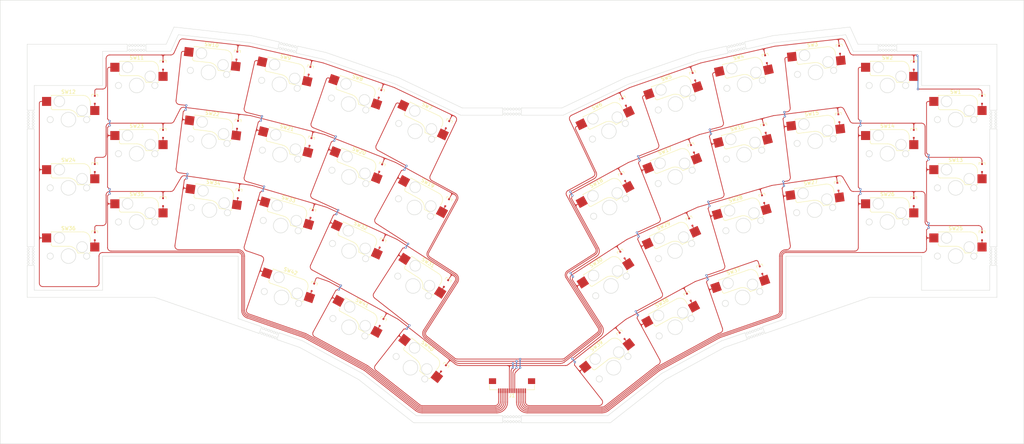
<source format=kicad_pcb>
(kicad_pcb (version 20240108) (generator "pcbnew") (generator_version "8.0")
  (layers (0 "F.Cu" signal) (31 "B.Cu" signal) (34 "B.Paste" user) (35 "F.Paste" user) (36 "B.SilkS" user "B.Silkscreen") (37 "F.SilkS" user "F.Silkscreen") (38 "B.Mask" user) (39 "F.Mask" user) (44 "Edge.Cuts" user))
  (net 0 "")
  (net 1 "Net-(D1-A)")
  (net 2 "ROW0")
  (net 3 "Net-(D2-A)")
  (net 4 "ROW1")
  (net 5 "ROW2")
  (net 6 "Net-(D3-A)")
  (net 7 "ROW3")
  (net 8 "Net-(D4-A)")
  (net 9 "Net-(D5-A)")
  (net 10 "COL10")
  (net 11 "COL11")
  (net 12 "Net-(D6-A)")
  (net 13 "COL9")
  (net 14 "Net-(D7-A)")
  (net 15 "Net-(D8-A)")
  (net 16 "Net-(D9-A)")
  (net 17 "Net-(D10-A)")
  (net 18 "Net-(D11-A)")
  (net 19 "Net-(D12-A)")
  (net 20 "Net-(D13-A)")
  (net 21 "COL6")
  (net 22 "Net-(D14-A)")
  (net 23 "Net-(D15-A)")
  (net 24 "Net-(D16-A)")
  (net 25 "Net-(D17-A)")
  (net 26 "Net-(D18-A)")
  (net 27 "Net-(D19-A)")
  (net 28 "Net-(D20-A)")
  (net 29 "Net-(D21-A)")
  (net 30 "Net-(D22-A)")
  (net 31 "Net-(D23-A)")
  (net 32 "Net-(D24-A)")
  (net 33 "COL7")
  (net 34 "COL3")
  (net 35 "COL4")
  (net 36 "COL1")
  (net 37 "COL5")
  (net 38 "COL0")
  (net 39 "COL2")
  (net 40 "Net-(D25-A)")
  (net 41 "Net-(D26-A)")
  (net 42 "Net-(D27-A)")
  (net 43 "Net-(D28-A)")
  (net 44 "Net-(D29-A)")
  (net 45 "Net-(D30-A)")
  (net 46 "Net-(D31-A)")
  (net 47 "Net-(D32-A)")
  (net 48 "Net-(D33-A)")
  (net 49 "Net-(D34-A)")
  (net 50 "Net-(D35-A)")
  (net 51 "Net-(D36-A)")
  (net 52 "COL8")
  (net 53 "Net-(D37-A)")
  (net 54 "Net-(D38-A)")
  (net 55 "Net-(D39-A)")
  (net 56 "Net-(D40-A)")
  (net 57 "Net-(D41-A)")
  (net 58 "Net-(D42-A)")
  (footprint "Project_Library:Hot_Swap_Socket_CPG151101S11" (layer "F.Cu") (at 57.785 39.0525 180)
    (property "Reference" "SW11")
    (property "Value" "~" (hide yes))
    (fp_circle (center 5.715 -3.81) (end 4.84 -3.81) (stroke (width 0.12)) (fill none) (layer "Edge.Cuts"))
    (fp_circle (center 3.175 1.27) (end 1.675 1.27) (stroke (width 0.12)) (fill none) (layer "Edge.Cuts"))
    (fp_circle (center 0.635 -3.81) (end -1.415 -3.81) (stroke (width 0.12)) (fill none) (layer "Edge.Cuts"))
    (fp_circle (center -3.175 -1.27) (end -4.675 -1.27) (stroke (width 0.12)) (fill none) (layer "Edge.Cuts"))
    (fp_circle (center -4.445 -3.81) (end -5.32 -3.81) (stroke (width 0.12)) (fill none) (layer "Edge.Cuts"))
  )
  (footprint "Project_Library:Hot_Swap_Socket_CPG151101S11" (layer "F.Cu") (at 136.421019 119.038995 141.891)
    (property "Reference" "SW40")
    (property "Value" "~" (hide yes))
    (fp_circle (center 5.715 -3.81) (end 4.84 -3.81) (stroke (width 0.12)) (fill none) (layer "Edge.Cuts"))
    (fp_circle (center 0.635 -3.81) (end -1.415 -3.81) (stroke (width 0.12)) (fill none) (layer "Edge.Cuts"))
    (fp_circle (center 3.175 1.27) (end 1.674999 1.27) (stroke (width 0.12)) (fill none) (layer "Edge.Cuts"))
    (fp_circle (center -4.445 -3.81) (end -5.32 -3.81) (stroke (width 0.12)) (fill none) (layer "Edge.Cuts"))
    (fp_circle (center -3.175 -1.27) (end -4.675 -1.27) (stroke (width 0.12)) (fill none) (layer "Edge.Cuts"))
  )
  (footprint "Project_Library:Hot_Swap_Socket_CPG151101S11" (layer "F.Cu") (at 99.033252 78.495176 163.658)
    (property "Reference" "SW33")
    (property "Value" "~" (hide yes))
    (fp_circle (center 5.714998 -3.81) (end 4.84 -3.81) (stroke (width 0.12)) (fill none) (layer "Edge.Cuts"))
    (fp_circle (center 3.175001 1.27) (end 1.675 1.27) (stroke (width 0.12)) (fill none) (layer "Edge.Cuts"))
    (fp_circle (center 0.635 -3.81) (end -1.415 -3.81) (stroke (width 0.12)) (fill none) (layer "Edge.Cuts"))
    (fp_circle (center -3.175001 -1.27) (end -4.675 -1.27) (stroke (width 0.12)) (fill none) (layer "Edge.Cuts"))
    (fp_circle (center -4.445 -3.81) (end -5.32 -3.81) (stroke (width 0.12)) (fill none) (layer "Edge.Cuts"))
  )
  (footprint "Project_Library:Hot_Swap_Socket_CPG151101S11" (layer "F.Cu") (at 226.035439 78.137836 -163.658)
    (property "Reference" "SW28")
    (property "Value" "~" (hide yes))
    (fp_circle (center 5.715 -3.81) (end 4.84 -3.81) (stroke (width 0.12)) (fill none) (layer "Edge.Cuts"))
    (fp_circle (center 3.175 1.27) (end 1.675 1.27) (stroke (width 0.12)) (fill none) (layer "Edge.Cuts"))
    (fp_circle (center 0.635 -3.81) (end -1.415 -3.809999) (stroke (width 0.12)) (fill none) (layer "Edge.Cuts"))
    (fp_circle (center -3.175 -1.27) (end -4.675 -1.27) (stroke (width 0.12)) (fill none) (layer "Edge.Cuts"))
    (fp_circle (center -4.445 -3.81) (end -5.32 -3.81) (stroke (width 0.12)) (fill none) (layer "Edge.Cuts"))
  )
  (footprint "Project_Library:D_SOD-323F" (layer "F.Cu") (at 253.35459 32.892532 -83.64)
    (property "Reference" "D3" (hide yes))
    (property "Value" "1N4148WS" (hide yes))
  )
  (footprint "Project_Library:Hot_Swap_Socket_CPG151101S11" (layer "F.Cu") (at 137.096734 52.478416 154.562)
    (property "Reference" "SW7")
    (property "Value" "~" (hide yes))
    (fp_circle (center 5.715 -3.81) (end 4.84 -3.81) (stroke (width 0.12)) (fill none) (layer "Edge.Cuts"))
    (fp_circle (center 3.175 1.27) (end 1.675 1.27) (stroke (width 0.12)) (fill none) (layer "Edge.Cuts"))
    (fp_circle (center 0.635 -3.81) (end -1.415 -3.810001) (stroke (width 0.12)) (fill none) (layer "Edge.Cuts"))
    (fp_circle (center -3.175 -1.27) (end -4.675 -1.27) (stroke (width 0.12)) (fill none) (layer "Edge.Cuts"))
    (fp_circle (center -4.445 -3.81) (end -5.32 -3.81) (stroke (width 0.12)) (fill none) (layer "Edge.Cuts"))
  )
  (footprint "Project_Library:Hot_Swap_Socket_CPG151101S11" (layer "F.Cu") (at 187.8944 73.273188 -151.39)
    (property "Reference" "SW18")
    (property "Value" "~" (hide yes))
    (fp_circle (center 3.175 1.27) (end 1.675 1.27) (stroke (width 0.12)) (fill none) (layer "Edge.Cuts"))
    (fp_circle (center 5.714999 -3.81) (end 4.84 -3.81) (stroke (width 0.12)) (fill none) (layer "Edge.Cuts"))
    (fp_circle (center 0.635 -3.81) (end -1.415 -3.81) (stroke (width 0.12)) (fill none) (layer "Edge.Cuts"))
    (fp_circle (center -3.175 -1.27) (end -4.675 -1.27) (stroke (width 0.12)) (fill none) (layer "Edge.Cuts"))
    (fp_circle (center -4.445 -3.81) (end -5.32 -3.81) (stroke (width 0.12)) (fill none) (layer "Edge.Cuts"))
  )
  (footprint "Project_Library:Hot_Swap_Socket_CPG151101S11" (layer "F.Cu") (at 206.661941 64.595471 -158.543)
    (property "Reference" "SW17")
    (property "Value" "~" (hide yes))
    (fp_circle (center 5.715 -3.81) (end 4.84 -3.81) (stroke (width 0.12)) (fill none) (layer "Edge.Cuts"))
    (fp_circle (center 3.175 1.27) (end 1.675 1.27) (stroke (width 0.12)) (fill none) (layer "Edge.Cuts"))
    (fp_circle (center 0.635 -3.81) (end -1.415 -3.81) (stroke (width 0.12)) (fill none) (layer "Edge.Cuts"))
    (fp_circle (center -3.175 -1.27) (end -4.675 -1.27) (stroke (width 0.12)) (fill none) (layer "Edge.Cuts"))
    (fp_circle (center -4.445 -3.81) (end -5.32 -3.81) (stroke (width 0.12)) (fill none) (layer "Edge.Cuts"))
  )
  (footprint "Project_Library:Hot_Swap_Socket_CPG151101S11" (layer "F.Cu") (at 226.36399 58.322089 -165.695)
    (property "Reference" "SW16")
    (property "Value" "~" (hide yes))
    (fp_circle (center 5.715 -3.81) (end 4.84 -3.81) (stroke (width 0.12)) (fill none) (layer "Edge.Cuts"))
    (fp_circle (center 3.175 1.27) (end 1.675 1.27) (stroke (width 0.12)) (fill none) (layer "Edge.Cuts"))
    (fp_circle (center 0.635 -3.81) (end -1.415 -3.81) (stroke (width 0.12)) (fill none) (layer "Edge.Cuts"))
    (fp_circle (center -3.175 -1.27) (end -4.675 -1.27) (stroke (width 0.12)) (fill none) (layer "Edge.Cuts"))
    (fp_circle (center -4.445001 -3.81) (end -5.32 -3.81) (stroke (width 0.12)) (fill none) (layer "Edge.Cuts"))
  )
  (footprint "Project_Library:D_SOD-323F" (layer "F.Cu") (at 45.46 46.8475 -90)
    (property "Reference" "D12" (hide yes))
    (property "Value" "1N4148WS" (hide yes))
  )
  (footprint "Project_Library:D_SOD-323F" (layer "F.Cu") (at 85.304377 53.829614 -97.152)
    (property "Reference" "D22" (hide yes))
    (property "Value" "1N4148WS" (hide yes))
  )
  (footprint "Project_Library:D_SOD-323F" (layer "F.Cu") (at 293.11 65.8975 -90)
    (property "Reference" "D13" (hide yes))
    (property "Value" "1N4148WS" (hide yes))
  )
  (footprint "Project_Library:Hot_Swap_Socket_CPG151101S11" (layer "F.Cu") (at 286.385 67.6275 180)
    (property "Reference" "SW13")
    (property "Value" "~" (hide yes))
    (fp_circle (center 5.715 -3.81) (end 4.84 -3.81) (stroke (width 0.12)) (fill none) (layer "Edge.Cuts"))
    (fp_circle (center 3.175 1.27) (end 1.675 1.27) (stroke (width 0.12)) (fill none) (layer "Edge.Cuts"))
    (fp_circle (center 0.635 -3.81) (end -1.415 -3.81) (stroke (width 0.12)) (fill none) (layer "Edge.Cuts"))
    (fp_circle (center -3.175 -1.27) (end -4.675 -1.27) (stroke (width 0.12)) (fill none) (layer "Edge.Cuts"))
    (fp_circle (center -4.445 -3.81) (end -5.32 -3.81) (stroke (width 0.12)) (fill none) (layer "Edge.Cuts"))
  )
  (footprint "Project_Library:D_SOD-323F" (layer "F.Cu") (at 274.06 56.3725 -90)
    (property "Reference" "D14" (hide yes))
    (property "Value" "1N4148WS" (hide yes))
  )
  (footprint "Project_Library:Hot_Swap_Socket_CPG151101S11" (layer "F.Cu") (at 57.785 58.1025 180)
    (property "Reference" "SW23")
    (property "Value" "~" (hide yes))
    (fp_circle (center 5.715 -3.81) (end 4.84 -3.81) (stroke (width 0.12)) (fill none) (layer "Edge.Cuts"))
    (fp_circle (center 3.175 1.27) (end 1.675 1.27) (stroke (width 0.12)) (fill none) (layer "Edge.Cuts"))
    (fp_circle (center 0.635 -3.81) (end -1.415 -3.81) (stroke (width 0.12)) (fill none) (layer "Edge.Cuts"))
    (fp_circle (center -3.175 -1.27) (end -4.675 -1.27) (stroke (width 0.12)) (fill none) (layer "Edge.Cuts"))
    (fp_circle (center -4.445 -3.81) (end -5.32 -3.81) (stroke (width 0.12)) (fill none) (layer "Edge.Cuts"))
  )
  (footprint "Project_Library:Hot_Swap_Socket_CPG151101S11" (layer "F.Cu") (at 118.588917 85.875323 155.487)
    (property "Reference" "SW32")
    (property "Value" "~" (hide yes))
    (fp_circle (center 5.715 -3.81) (end 4.84 -3.81) (stroke (width 0.12)) (fill none) (layer "Edge.Cuts"))
    (fp_circle (center 3.175 1.27) (end 1.675 1.27) (stroke (width 0.12)) (fill none) (layer "Edge.Cuts"))
    (fp_circle (center 0.634999 -3.81) (end -1.415 -3.81) (stroke (width 0.12)) (fill none) (layer "Edge.Cuts"))
    (fp_circle (center -3.175 -1.27) (end -4.675 -1.27) (stroke (width 0.12)) (fill none) (layer "Edge.Cuts"))
    (fp_circle (center -4.445 -3.81) (end -5.32 -3.81) (stroke (width 0.12)) (fill none) (layer "Edge.Cuts"))
  )
  (footprint "Project_Library:D_SOD-323F" (layer "F.Cu") (at 252.890721 71.12062 -81.828)
    (property "Reference" "D27" (hide yes))
    (property "Value" "1N4148WS" (hide yes))
  )
  (footprint "Project_Library:D_SOD-323F" (layer "F.Cu") (at 232.452947 54.984033 -75.694)
    (property "Reference" "D16" (hide yes))
    (property "Value" "1N4148WS" (hide yes))
  )
  (footprint "Project_Library:D_SOD-323F" (layer "F.Cu") (at 193.229978 47.481969 -64.561)
    (property "Reference" "D6" (hide yes))
    (property "Value" "1N4148WS" (hide yes))
  )
  (footprint "Project_Library:Hot_Swap_Socket_CPG151101S11" (layer "F.Cu") (at 246.693838 54.550703 -172.849)
    (property "Reference" "SW15")
    (property "Value" "~" (hide yes))
    (fp_circle (center 5.715 -3.81) (end 4.84 -3.81) (stroke (width 0.12)) (fill none) (layer "Edge.Cuts"))
    (fp_circle (center 3.175 1.27) (end 1.675 1.27) (stroke (width 0.12)) (fill none) (layer "Edge.Cuts"))
    (fp_circle (center 0.635 -3.81) (end -1.415 -3.81) (stroke (width 0.12)) (fill none) (layer "Edge.Cuts"))
    (fp_circle (center -3.175 -1.27) (end -4.675 -1.27) (stroke (width 0.12)) (fill none) (layer "Edge.Cuts"))
    (fp_circle (center -4.445 -3.81) (end -5.32 -3.81) (stroke (width 0.12)) (fill none) (layer "Edge.Cuts"))
  )
  (footprint "Project_Library:Hot_Swap_Socket_CPG151101S11" (layer "F.Cu") (at 98.454462 38.964361 167.281)
    (property "Reference" "SW9")
    (property "Value" "~" (hide yes))
    (fp_circle (center 5.714999 -3.81) (end 4.84 -3.81) (stroke (width 0.12)) (fill none) (layer "Edge.Cuts"))
    (fp_circle (center 3.175 1.27) (end 1.675 1.269999) (stroke (width 0.12)) (fill none) (layer "Edge.Cuts"))
    (fp_circle (center 0.635 -3.81) (end -1.415 -3.81) (stroke (width 0.12)) (fill none) (layer "Edge.Cuts"))
    (fp_circle (center -3.175 -1.27) (end -4.675 -1.270001) (stroke (width 0.12)) (fill none) (layer "Edge.Cuts"))
    (fp_circle (center -4.445 -3.81) (end -5.32 -3.81) (stroke (width 0.12)) (fill none) (layer "Edge.Cuts"))
  )
  (footprint "Project_Library:Hot_Swap_Socket_CPG151101S11" (layer "F.Cu") (at 267.335 58.1025 180)
    (property "Reference" "SW14")
    (property "Value" "~" (hide yes))
    (fp_circle (center 5.715 -3.81) (end 4.84 -3.81) (stroke (width 0.12)) (fill none) (layer "Edge.Cuts"))
    (fp_circle (center 3.175 1.27) (end 1.675 1.27) (stroke (width 0.12)) (fill none) (layer "Edge.Cuts"))
    (fp_circle (center 0.635 -3.81) (end -1.415 -3.81) (stroke (width 0.12)) (fill none) (layer "Edge.Cuts"))
    (fp_circle (center -3.175 -1.27) (end -4.675 -1.27) (stroke (width 0.12)) (fill none) (layer "Edge.Cuts"))
    (fp_circle (center -4.445 -3.81) (end -5.32 -3.81) (stroke (width 0.12)) (fill none) (layer "Edge.Cuts"))
  )
  (footprint "Project_Library:Hot_Swap_Socket_CPG151101S11" (layer "F.Cu") (at 118.150958 44.647977 160.922)
    (property "Reference" "SW8")
    (property "Value" "~" (hide yes))
    (fp_circle (center 5.715 -3.81) (end 4.84 -3.81) (stroke (width 0.12)) (fill none) (layer "Edge.Cuts"))
    (fp_circle (center 3.175 1.27) (end 1.675 1.27) (stroke (width 0.12)) (fill none) (layer "Edge.Cuts"))
    (fp_circle (center 0.635 -3.81) (end -1.415 -3.81) (stroke (width 0.12)) (fill none) (layer "Edge.Cuts"))
    (fp_circle (center -3.175 -1.27) (end -4.675 -1.27) (stroke (width 0.12)) (fill none) (layer "Edge.Cuts"))
    (fp_circle (center -4.444999 -3.81) (end -5.320001 -3.81) (stroke (width 0.12)) (fill none) (layer "Edge.Cuts"))
  )
  (footprint "Project_Library:Hot_Swap_Socket_CPG151101S11" (layer "F.Cu") (at 137.070531 73.881321 151.39)
    (property "Reference" "SW19")
    (property "Value" "~" (hide yes))
    (fp_circle (center 5.715 -3.81) (end 4.84 -3.81) (stroke (width 0.12)) (fill none) (layer "Edge.Cuts"))
    (fp_circle (center 0.635 -3.81) (end -1.415 -3.81) (stroke (width 0.12)) (fill none) (layer "Edge.Cuts"))
    (fp_circle (center 3.174999 1.27) (end 1.675 1.27) (stroke (width 0.12)) (fill none) (layer "Edge.Cuts"))
    (fp_circle (center -4.445 -3.81) (end -5.32 -3.81) (stroke (width 0.12)) (fill none) (layer "Edge.Cuts"))
    (fp_circle (center -3.174999 -1.27) (end -4.675 -1.27) (stroke (width 0.12)) (fill none) (layer "Edge.Cuts"))
  )
  (footprint "Project_Library:D_SOD-323F" (layer "F.Cu") (at 231.423066 94.395357 -70.945)
    (property "Reference" "D37" (hide yes))
    (property "Value" "1N4148WS" (hide yes))
  )
  (footprint "Project_Library:D_SOD-323F" (layer "F.Cu") (at 105.97335 78.727346 -106.342)
    (property "Reference" "D33" (hide yes))
    (property "Value" "1N4148WS" (hide yes))
  )
  (footprint "Project_Library:Hot_Swap_Socket_CPG151101S11" (layer "F.Cu") (at 225.631439 98.226053 -160.946)
    (property "Reference" "SW37")
    (property "Value" "~" (hide yes))
    (fp_circle (center 5.715 -3.81) (end 4.839999 -3.81) (stroke (width 0.12)) (fill none) (layer "Edge.Cuts"))
    (fp_circle (center 3.175 1.27) (end 1.675 1.27) (stroke (width 0.12)) (fill none) (layer "Edge.Cuts"))
    (fp_circle (center 0.635 -3.81) (end -1.415 -3.809999) (stroke (width 0.12)) (fill none) (layer "Edge.Cuts"))
    (fp_circle (center -3.175 -1.27) (end -4.675 -1.27) (stroke (width 0.12)) (fill none) (layer "Edge.Cuts"))
    (fp_circle (center -4.445 -3.81) (end -5.320001 -3.81) (stroke (width 0.12)) (fill none) (layer "Edge.Cuts"))
  )
  (footprint "Project_Library:D_SOD-323F" (layer "F.Cu") (at 212.287928 60.5253 -68.541)
    (property "Reference" "D17" (hide yes))
    (property "Value" "1N4148WS" (hide yes))
  )
  (footprint "Project_Library:Hot_Swap_Socket_CPG151101S11" (layer "F.Cu") (at 246.862575 35.356799 -173.64)
    (property "Reference" "SW3")
    (property "Value" "~" (hide yes))
    (fp_circle (center 5.715 -3.81) (end 4.84 -3.81) (stroke (width 0.12)) (fill none) (layer "Edge.Cuts"))
    (fp_circle (center 3.175 1.27) (end 1.675 1.27) (stroke (width 0.12)) (fill none) (layer "Edge.Cuts"))
    (fp_circle (center 0.635 -3.81) (end -1.415 -3.81) (stroke (width 0.12)) (fill none) (layer "Edge.Cuts"))
    (fp_circle (center -3.175 -1.27) (end -4.675 -1.27) (stroke (width 0.12)) (fill none) (layer "Edge.Cuts"))
    (fp_circle (center -4.445 -3.81) (end -5.32 -3.81) (stroke (width 0.12)) (fill none) (layer "Edge.Cuts"))
  )
  (footprint "Project_Library:D_SOD-323F" (layer "F.Cu") (at 45.46 65.8975 -90)
    (property "Reference" "D24" (hide yes))
    (property "Value" "1N4148WS" (hide yes))
  )
  (footprint "Project_Library:D_SOD-323F" (layer "F.Cu") (at 211.817611 80.984084 -65.486)
    (property "Reference" "D29" (hide yes))
    (property "Value" "1N4148WS" (hide yes))
  )
  (footprint "Project_Library:Hot_Swap_Socket_CPG151101S11" (layer "F.Cu") (at 226.634374 38.684745 -167.281)
    (property "Reference" "SW4")
    (property "Value" "~" (hide yes))
    (fp_circle (center 5.714998 -3.81) (end 4.84 -3.81) (stroke (width 0.12)) (fill none) (layer "Edge.Cuts"))
    (fp_circle (center 3.175 1.27) (end 1.675 1.27) (stroke (width 0.12)) (fill none) (layer "Edge.Cuts"))
    (fp_circle (center 0.635 -3.81) (end -1.415 -3.810002) (stroke (width 0.12)) (fill none) (layer "Edge.Cuts"))
    (fp_circle (center -3.175 -1.27) (end -4.675 -1.27) (stroke (width 0.12)) (fill none) (layer "Edge.Cuts"))
    (fp_circle (center -4.445 -3.81) (end -5.32 -3.81) (stroke (width 0.12)) (fill none) (layer "Edge.Cuts"))
  )
  (footprint "Project_Library:D_SOD-323F" (layer "F.Cu") (at 143.491494 98.135715 -122.684)
    (property "Reference" "D31" (hide yes))
    (property "Value" "1N4148WS" (hide yes))
  )
  (footprint "Project_Library:D_SOD-323F" (layer "F.Cu") (at 293.11 84.9475 -90)
    (property "Reference" "D25" (hide yes))
    (property "Value" "1N4148WS" (hide yes))
  )
  (footprint "Project_Library:Hot_Swap_Socket_CPG151101S11" (layer "F.Cu") (at 78.41628 54.70882 172.848)
    (property "Reference" "SW22")
    (property "Value" "~" (hide yes))
    (fp_circle (center 5.715 -3.81) (end 4.84 -3.81) (stroke (width 0.12)) (fill none) (layer "Edge.Cuts"))
    (fp_circle (center 3.175 1.27) (end 1.675 1.269998) (stroke (width 0.12)) (fill none) (layer "Edge.Cuts"))
    (fp_circle (center 0.635 -3.81) (end -1.415 -3.81) (stroke (width 0.12)) (fill none) (layer "Edge.Cuts"))
    (fp_circle (center -3.175 -1.27) (end -4.675 -1.27) (stroke (width 0.12)) (fill none) (layer "Edge.Cuts"))
    (fp_circle (center -4.445 -3.81) (end -5.32 -3.81) (stroke (width 0.12)) (fill none) (layer "Edge.Cuts"))
  )
  (footprint "Project_Library:D_SOD-323F" (layer "F.Cu") (at 64.51 75.4225 -90)
    (property "Reference" "D35" (hide yes))
    (property "Value" "1N4148WS" (hide yes))
  )
  (footprint "Project_Library:Hot_Swap_Socket_CPG151101S11" (layer "F.Cu") (at 78.249541 35.497465 173.641)
    (property "Reference" "SW10")
    (property "Value" "~" (hide yes))
    (fp_circle (center 5.715 -3.81) (end 4.84 -3.81) (stroke (width 0.12)) (fill none) (layer "Edge.Cuts"))
    (fp_circle (center 3.175 1.27) (end 1.675 1.27) (stroke (width 0.12)) (fill none) (layer "Edge.Cuts"))
    (fp_circle (center 0.635 -3.81) (end -1.415 -3.81) (stroke (width 0.12)) (fill none) (layer "Edge.Cuts"))
    (fp_circle (center -3.175 -1.27) (end -4.675 -1.27) (stroke (width 0.12)) (fill none) (layer "Edge.Cuts"))
    (fp_circle (center -4.445 -3.81) (end -5.32 -3.81) (stroke (width 0.12)) (fill none) (layer "Edge.Cuts"))
  )
  (footprint "Project_Library:D_SOD-323F" (layer "F.Cu") (at 274.06 75.4225 -90)
    (property "Reference" "D26" (hide yes))
    (property "Value" "1N4148WS" (hide yes))
  )
  (footprint "Project_Library:D_SOD-323F" (layer "F.Cu") (at 85.12481 34.523013 -96.359)
    (property "Reference" "D10" (hide yes))
    (property "Value" "1N4148WS" (hide yes))
  )
  (footprint "Project_Library:D_SOD-323F" (layer "F.Cu") (at 232.813387 35.516494 -77.28)
    (property "Reference" "D4" (hide yes))
    (property "Value" "1N4148WS" (hide yes))
  )
  (footprint "Project_Library:Hot_Swap_Socket_CPG151101S11" (layer "F.Cu") (at 267.335 77.1525 180)
    (property "Reference" "SW26")
    (property "Value" "~" (hide yes))
    (fp_circle (center 5.715 -3.81) (end 4.84 -3.81) (stroke (width 0.12)) (fill none) (layer "Edge.Cuts"))
    (fp_circle (center 3.175 1.27) (end 1.675 1.27) (stroke (width 0.12)) (fill none) (layer "Edge.Cuts"))
    (fp_circle (center 0.635 -3.81) (end -1.415 -3.81) (stroke (width 0.12)) (fill none) (layer "Edge.Cuts"))
    (fp_circle (center -3.175 -1.27) (end -4.675 -1.27) (stroke (width 0.12)) (fill none) (layer "Edge.Cuts"))
    (fp_circle (center -4.445 -3.81) (end -5.32 -3.81) (stroke (width 0.12)) (fill none) (layer "Edge.Cuts"))
  )
  (footprint "Project_Library:Hot_Swap_Socket_CPG151101S11" (layer "F.Cu") (at 38.735 48.5775 180)
    (property "Reference" "SW12")
    (property "Value" "~" (hide yes))
    (fp_circle (center 5.715 -3.81) (end 4.84 -3.81) (stroke (width 0.12)) (fill none) (layer "Edge.Cuts"))
    (fp_circle (center 3.175 1.27) (end 1.675 1.27) (stroke (width 0.12)) (fill none) (layer "Edge.Cuts"))
    (fp_circle (center 0.635 -3.81) (end -1.415 -3.81) (stroke (width 0.12)) (fill none) (layer "Edge.Cuts"))
    (fp_circle (center -3.175 -1.27) (end -4.675 -1.27) (stroke (width 0.12)) (fill none) (layer "Edge.Cuts"))
    (fp_circle (center -4.445 -3.81) (end -5.32 -3.81) (stroke (width 0.12)) (fill none) (layer "Edge.Cuts"))
  )
  (footprint "Project_Library:D_SOD-323F" (layer "F.Cu") (at 45.46 84.9475 -90)
    (property "Reference" "D36" (hide yes))
    (property "Value" "1N4148WS" (hide yes))
  )
  (footprint "Project_Library:D_SOD-323F" (layer "F.Cu") (at 64.51 37.3225 -90)
    (property "Reference" "D11" (hide yes))
    (property "Value" "1N4148WS" (hide yes))
  )
  (footprint "Project_Library:D_SOD-323F" (layer "F.Cu") (at 143.802816 75.582854 -118.61)
    (property "Reference" "D19" (hide yes))
    (property "Value" "1N4148WS" (hide yes))
  )
  (footprint "Project_Library:D_SOD-323F" (layer "F.Cu") (at 232.001898 74.585458 -73.657)
    (property "Reference" "D28" (hide yes))
    (property "Value" "1N4148WS" (hide yes))
  )
  (footprint "Project_Library:Hot_Swap_Socket_CPG151101S11" (layer "F.Cu") (at 206.899218 44.232884 -160.921)
    (property "Reference" "SW5")
    (property "Value" "~" (hide yes))
    (fp_circle (center 5.715 -3.81) (end 4.84 -3.81) (stroke (width 0.12)) (fill none) (layer "Edge.Cuts"))
    (fp_circle (center 3.175 1.27) (end 1.675 1.27) (stroke (width 0.12)) (fill none) (layer "Edge.Cuts"))
    (fp_circle (center 0.635 -3.81) (end -1.415 -3.81) (stroke (width 0.12)) (fill none) (layer "Edge.Cuts"))
    (fp_circle (center -3.175 -1.27) (end -4.675 -1.27) (stroke (width 0.12)) (fill none) (layer "Edge.Cuts"))
    (fp_circle (center -4.445 -3.81) (end -5.32 -3.809999) (stroke (width 0.12)) (fill none) (layer "Edge.Cuts"))
  )
  (footprint "Project_Library:Hot_Swap_Socket_CPG151101S11" (layer "F.Cu") (at 78.627168 73.969438 171.829)
    (property "Reference" "SW34")
    (property "Value" "~" (hide yes))
    (fp_circle (center 5.715 -3.81) (end 4.84 -3.81) (stroke (width 0.12)) (fill none) (layer "Edge.Cuts"))
    (fp_circle (center 3.175 1.27) (end 1.675 1.27) (stroke (width 0.12)) (fill none) (layer "Edge.Cuts"))
    (fp_circle (center 0.635 -3.81) (end -1.415 -3.81) (stroke (width 0.12)) (fill none) (layer "Edge.Cuts"))
    (fp_circle (center -3.175 -1.27) (end -4.675 -1.27) (stroke (width 0.12)) (fill none) (layer "Edge.Cuts"))
    (fp_circle (center -4.445 -3.81) (end -5.32 -3.81) (stroke (width 0.12)) (fill none) (layer "Edge.Cuts"))
  )
  (footprint "Project_Library:D_SOD-323F" (layer "F.Cu") (at 125.072113 45.211315 -109.078)
    (property "Reference" "D8" (hide yes))
    (property "Value" "1N4148WS" (hide yes))
  )
  (footprint "Project_Library:D_SOD-323F" (layer "F.Cu") (at 105.660597 58.621223 -104.305)
    (property "Reference" "D21" (hide yes))
    (property "Value" "1N4148WS" (hide yes))
  )
  (footprint "Project_Library:D_SOD-323F" (layer "F.Cu") (at 85.529811 73.212868 -98.171)
    (property "Reference" "D34" (hide yes))
    (property "Value" "1N4148WS" (hide yes))
  )
  (footprint "Project_Library:Hot_Swap_Socket_CPG151101S11" (layer "F.Cu") (at 57.785 77.1525 180)
    (property "Reference" "SW35")
    (property "Value" "~" (hide yes))
    (fp_circle (center 5.715 -3.81) (end 4.84 -3.81) (stroke (width 0.12)) (fill none) (layer "Edge.Cuts"))
    (fp_circle (center 3.175 1.27) (end 1.675 1.27) (stroke (width 0.12)) (fill none) (layer "Edge.Cuts"))
    (fp_circle (center 0.635 -3.81) (end -1.415 -3.81) (stroke (width 0.12)) (fill none) (layer "Edge.Cuts"))
    (fp_circle (center -3.175 -1.27) (end -4.675 -1.27) (stroke (width 0.12)) (fill none) (layer "Edge.Cuts"))
    (fp_circle (center -4.445 -3.81) (end -5.32 -3.81) (stroke (width 0.12)) (fill none) (layer "Edge.Cuts"))
  )
  (footprint "Project_Library:D_SOD-323F" (layer "F.Cu") (at 192.969786 68.534149 -61.389)
    (property "Reference" "D18" (hide yes))
    (property "Value" "1N4148WS" (hide yes))
  )
  (footprint "Project_Library:Hot_Swap_Socket_CPG151101S11" (layer "F.Cu") (at 38.735 67.6275 180)
    (property "Reference" "SW24")
    (property "Value" "~" (hide yes))
    (fp_circle (center 5.715 -3.81) (end 4.84 -3.81) (stroke (width 0.12)) (fill none) (layer "Edge.Cuts"))
    (fp_circle (center 3.175 1.27) (end 1.675 1.27) (stroke (width 0.12)) (fill none) (layer "Edge.Cuts"))
    (fp_circle (center 0.635 -3.81) (end -1.415 -3.81) (stroke (width 0.12)) (fill none) (layer "Edge.Cuts"))
    (fp_circle (center -3.175 -1.27) (end -4.675 -1.27) (stroke (width 0.12)) (fill none) (layer "Edge.Cuts"))
    (fp_circle (center -4.445 -3.81) (end -5.32 -3.81) (stroke (width 0.12)) (fill none) (layer "Edge.Cuts"))
  )
  (footprint "Project_Library:D_SOD-323F" (layer "F.Cu") (at 64.51 56.3725 -90)
    (property "Reference" "D23" (hide yes))
    (property "Value" "1N4148WS" (hide yes))
  )
  (footprint "Project_Library:D_SOD-323F" (layer "F.Cu") (at 293.11 46.8475 -90)
    (property "Reference" "D1" (hide yes))
    (property "Value" "1N4148WS" (hide yes))
  )
  (footprint "Project_Library:D_SOD-323F" (layer "F.Cu") (at 142.78019 121.828229 -128.109)
    (property "Reference" "D40" (hide yes))
    (property "Value" "1N4148WS" (hide yes))
  )
  (footprint "Project_Library:D_SOD-323F" (layer "F.Cu") (at 143.912857 53.804821 -115.438)
    (property "Reference" "D7" (hide yes))
    (property "Value" "1N4148WS" (hide yes))
  )
  (footprint "Project_Library:D_SOD-323F" (layer "F.Cu") (at 192.651914 112.743584 -51.89)
    (property "Reference" "D39" (hide yes))
    (property "Value" "1N4148WS" (hide yes))
  )
  (footprint "Project_Library:Hot_Swap_Socket_CPG151101S11" (layer "F.Cu") (at 246.479939 73.788935 -171.829)
    (property "Reference" "SW27")
    (property "Value" "~" (hide yes))
    (fp_circle (center 5.715 -3.81) (end 4.84 -3.81) (stroke (width 0.12)) (fill none) (layer "Edge.Cuts"))
    (fp_circle (center 3.175 1.27) (end 1.675 1.27) (stroke (width 0.12)) (fill none) (layer "Edge.Cuts"))
    (fp_circle (center 0.635 -3.81) (end -1.415 -3.81) (stroke (width 0.12)) (fill none) (layer "Edge.Cuts"))
    (fp_circle (center -3.175 -1.27) (end -4.675 -1.27) (stroke (width 0.12)) (fill none) (layer "Edge.Cuts"))
    (fp_circle (center -4.445 -3.81) (end -5.32 -3.81) (stroke (width 0.12)) (fill none) (layer "Edge.Cuts"))
  )
  (footprint "Project_Library:Hot_Swap_Socket_CPG151101S11" (layer "F.Cu") (at 188.428266 118.255203 -141.891)
    (property "Reference" "SW39")
    (property "Value" "~" (hide yes))
    (fp_circle (center 3.175 1.27) (end 1.675 1.27) (stroke (width 0.12)) (fill none) (layer "Edge.Cuts"))
    (fp_circle (center 5.715 -3.81) (end 4.84 -3.81) (stroke (width 0.12)) (fill none) (layer "Edge.Cuts"))
    (fp_circle (center 0.635 -3.809999) (end -1.415001 -3.81) (stroke (width 0.12)) (fill none) (layer "Edge.Cuts"))
    (fp_circle (center -3.175 -1.27) (end -4.675 -1.27) (stroke (width 0.12)) (fill none) (layer "Edge.Cuts"))
    (fp_circle (center -4.445 -3.81) (end -5.32 -3.81) (stroke (width 0.12)) (fill none) (layer "Edge.Cuts"))
  )
  (footprint "Project_Library:Hot_Swap_Socket_CPG151101S11" (layer "F.Cu") (at 118.37003 65.060062 158.542)
    (property "Reference" "SW20")
    (property "Value" "~" (hide yes))
    (fp_circle (center 5.715 -3.81) (end 4.84 -3.81) (stroke (width 0.12)) (fill none) (layer "Edge.Cuts"))
    (fp_circle (center 3.175 1.27) (end 1.675 1.27) (stroke (width 0.12)) (fill none) (layer "Edge.Cuts"))
    (fp_circle (center 0.635 -3.809999) (end -1.415 -3.81) (stroke (width 0.12)) (fill none) (layer "Edge.Cuts"))
    (fp_circle (center -3.175 -1.27) (end -4.675 -1.269999) (stroke (width 0.12)) (fill none) (layer "Edge.Cuts"))
    (fp_circle (center -4.444999 -3.81) (end -5.32 -3.81) (stroke (width 0.12)) (fill none) (layer "Edge.Cuts"))
  )
  (footprint "Project_Library:D_SOD-323F" (layer "F.Cu") (at 212.689373 40.39974 -70.921)
    (property "Reference" "D5" (hide yes))
    (property "Value" "1N4148WS" (hide yes))
  )
  (footprint "Project_Library:D_SOD-323F" (layer "F.Cu") (at 274.06 37.3225 -90)
    (property "Reference" "D2" (hide yes))
    (property "Value" "1N4148WS" (hide yes))
  )
  (footprint "Project_Library:D_SOD-323F" (layer "F.Cu") (at 125.261777 65.910172 -111.458)
    (property "Reference" "D20" (hide yes))
    (property "Value" "1N4148WS" (hide yes))
  )
  (footprint "Project_Library:Hot_Swap_Socket_CPG151101S11" (layer "F.Cu") (at 136.897094 95.960028 147.316)
    (property "Reference" "SW31")
    (property "Value" "~" (hide yes))
    (fp_circle (center 5.715 -3.809999) (end 4.84 -3.81) (stroke (width 0.12)) (fill none) (layer "Edge.Cuts"))
    (fp_circle (center 0.635 -3.81) (end -1.415 -3.81) (stroke (width 0.12)) (fill none) (layer "Edge.Cuts"))
    (fp_circle (center 3.175 1.27) (end 1.675 1.27) (stroke (width 0.12)) (fill none) (layer "Edge.Cuts"))
    (fp_circle (center -4.445 -3.81) (end -5.32 -3.81) (stroke (width 0.12)) (fill none) (layer "Edge.Cuts"))
    (fp_circle (center -3.175 -1.27) (end -4.675 -1.27) (stroke (width 0.12)) (fill none) (layer "Edge.Cuts"))
  )
  (footprint "Project_Library:Hot_Swap_Socket_CPG151101S11" (layer "F.Cu") (at 187.90014 51.932908 -154.562)
    (property "Reference" "SW6")
    (property "Value" "~" (hide yes))
    (fp_circle (center 5.715 -3.81) (end 4.84 -3.81) (stroke (width 0.12)) (fill none) (layer "Edge.Cuts"))
    (fp_circle (center 3.175 1.27) (end 1.675 1.27) (stroke (width 0.12)) (fill none) (layer "Edge.Cuts"))
    (fp_circle (center 0.635 -3.81) (end -1.415 -3.81) (stroke (width 0.12)) (fill none) (layer "Edge.Cuts"))
    (fp_circle (center -3.175 -1.27) (end -4.675 -1.27) (stroke (width 0.12)) (fill none) (layer "Edge.Cuts"))
    (fp_circle (center -4.445 -3.81) (end -5.32 -3.81) (stroke (width 0.12)) (fill none) (layer "Edge.Cuts"))
  )
  (footprint "Project_Library:Hot_Swap_Socket_CPG151101S11" (layer "F.Cu") (at 286.385 48.5775 180)
    (property "Reference" "SW1")
    (property "Value" "~" (hide yes))
    (fp_circle (center 5.715 -3.81) (end 4.84 -3.81) (stroke (width 0.12)) (fill none) (layer "Edge.Cuts"))
    (fp_circle (center 3.175 1.27) (end 1.675 1.27) (stroke (width 0.12)) (fill none) (layer "Edge.Cuts"))
    (fp_circle (center 0.635 -3.81) (end -1.415 -3.81) (stroke (width 0.12)) (fill none) (layer "Edge.Cuts"))
    (fp_circle (center -3.175 -1.27) (end -4.675 -1.27) (stroke (width 0.12)) (fill none) (layer "Edge.Cuts"))
    (fp_circle (center -4.445 -3.81) (end -5.32 -3.81) (stroke (width 0.12)) (fill none) (layer "Edge.Cuts"))
  )
  (footprint "Project_Library:Hot_Swap_Socket_CPG151101S11" (layer "F.Cu") (at 98.716631 58.635885 165.695)
    (property "Reference" "SW21")
    (property "Value" "~" (hide yes))
    (fp_circle (center 5.715 -3.81) (end 4.84 -3.81) (stroke (width 0.12)) (fill none) (layer "Edge.Cuts"))
    (fp_circle (center 3.175 1.27) (end 1.675 1.27) (stroke (width 0.12)) (fill none) (layer "Edge.Cuts"))
    (fp_circle (center 0.635 -3.81) (end -1.415 -3.81) (stroke (width 0.12)) (fill none) (layer "Edge.Cuts"))
    (fp_circle (center -3.175 -1.27) (end -4.675 -1.27) (stroke (width 0.12)) (fill none) (layer "Edge.Cuts"))
    (fp_circle (center -4.445 -3.81) (end -5.32 -3.809999) (stroke (width 0.12)) (fill none) (layer "Edge.Cuts"))
  )
  (footprint "Project_Library:Hot_Swap_Socket_CPG151101S11" (layer "F.Cu") (at 188.021816 95.274221 -147.316)
    (property "Reference" "SW30")
    (property "Value" "~" (hide yes))
    (fp_circle (center 3.175 1.269999) (end 1.675 1.27) (stroke (width 0.12)) (fill none) (layer "Edge.Cuts"))
    (fp_circle (center 5.715 -3.81) (end 4.84 -3.81) (stroke (width 0.12)) (fill none) (layer "Edge.Cuts"))
    (fp_circle (center 0.635 -3.81) (end -1.415 -3.81) (stroke (width 0.12)) (fill none) (layer "Edge.Cuts"))
    (fp_circle (center -3.175 -1.269999) (end -4.675 -1.27) (stroke (width 0.12)) (fill none) (layer "Edge.Cuts"))
    (fp_circle (center -4.445 -3.81) (end -5.32 -3.81) (stroke (width 0.12)) (fill none) (layer "Edge.Cuts"))
  )
  (footprint "Project_Library:D_SOD-323F" (layer "F.Cu") (at 125.503049 108.996177 -118.581)
    (property "Reference" "D41" (hide yes))
    (property "Value" "1N4148WS" (hide yes))
  )
  (footprint "Project_Library:Hot_Swap_Socket_CPG151101S11" (layer "F.Cu") (at 118.769904 107.298052 151.419)
    (property "Reference" "SW41")
    (property "Value" "~" (hide yes))
    (fp_circle (center 5.715 -3.81) (end 4.84 -3.809999) (stroke (width 0.12)) (fill none) (layer "Edge.Cuts"))
    (fp_circle (center 0.635001 -3.81) (end -1.415 -3.81) (stroke (width 0.12)) (fill none) (layer "Edge.Cuts"))
    (fp_circle (center 3.175 1.27) (end 1.675 1.27) (stroke (width 0.12)) (fill none) (layer "Edge.Cuts"))
    (fp_circle (center -4.445 -3.81) (end -5.32 -3.81) (stroke (width 0.12)) (fill none) (layer "Edge.Cuts"))
    (fp_circle (center -3.175 -1.27) (end -4.675 -1.27) (stroke (width 0.12)) (fill none) (layer "Edge.Cuts"))
  )
  (footprint "Project_Library:D_SOD-323F" (layer "F.Cu") (at 105.395362 38.757514 -102.719)
    (property "Reference" "D9" (hide yes))
    (property "Value" "1N4148WS" (hide yes))
  )
  (footprint "Project_Library:Hot_Swap_Socket_CPG151101S11" (layer "F.Cu") (at 286.385 86.6775 180)
    (property "Reference" "SW25")
    (property "Value" "~" (hide yes))
    (fp_circle (center 5.715 -3.81) (end 4.84 -3.81) (stroke (width 0.12)) (fill none) (layer "Edge.Cuts"))
    (fp_circle (center 3.175 1.27) (end 1.675 1.27) (stroke (width 0.12)) (fill none) (layer "Edge.Cuts"))
    (fp_circle (center 0.635 -3.81) (end -1.415 -3.81) (stroke (width 0.12)) (fill none) (layer "Edge.Cuts"))
    (fp_circle (center -3.175 -1.27) (end -4.675 -1.27) (stroke (width 0.12)) (fill none) (layer "Edge.Cuts"))
    (fp_circle (center -4.445 -3.81) (end -5.32 -3.81) (stroke (width 0.12)) (fill none) (layer "Edge.Cuts"))
  )
  (footprint "Project_Library:JUSHUO_AFC01-S16FCC-00" (layer "F.Cu") (at 161.925 126.803029)
    (property "Reference" "J1")
    (property "Value" "FFC Connector")
  )
  (footprint "Project_Library:D_SOD-323F" (layer "F.Cu") (at 106.340319 99.200941 -109.054)
    (property "Reference" "D42" (hide yes))
    (property "Value" "1N4148WS" (hide yes))
  )
  (footprint "Project_Library:Hot_Swap_Socket_CPG151101S11" (layer "F.Cu") (at 38.735 86.6775 180)
    (property "Reference" "SW36")
    (property "Value" "~" (hide yes))
    (fp_circle (center 5.715 -3.81) (end 4.84 -3.81) (stroke (width 0.12)) (fill none) (layer "Edge.Cuts"))
    (fp_circle (center 3.175 1.27) (end 1.675 1.27) (stroke (width 0.12)) (fill none) (layer "Edge.Cuts"))
    (fp_circle (center 0.635 -3.81) (end -1.415 -3.81) (stroke (width 0.12)) (fill none) (layer "Edge.Cuts"))
    (fp_circle (center -3.175 -1.27) (end -4.675 -1.27) (stroke (width 0.12)) (fill none) (layer "Edge.Cuts"))
    (fp_circle (center -4.445 -3.81) (end -5.32 -3.81) (stroke (width 0.12)) (fill none) (layer "Edge.Cuts"))
  )
  (footprint "Project_Library:Hot_Swap_Socket_CPG151101S11" (layer "F.Cu") (at 206.195335 106.690483 -151.419)
    (property "Reference" "SW38")
    (property "Value" "~" (hide yes))
    (fp_circle (center 3.175 1.27) (end 1.675 1.27) (stroke (width 0.12)) (fill none) (layer "Edge.Cuts"))
    (fp_circle (center 5.715 -3.81) (end 4.84 -3.81) (stroke (width 0.12)) (fill none) (layer "Edge.Cuts"))
    (fp_circle (center 0.635 -3.81) (end -1.415 -3.81) (stroke (width 0.12)) (fill none) (layer "Edge.Cuts"))
    (fp_circle (center -3.175 -1.27) (end -4.675 -1.27) (stroke (width 0.12)) (fill none) (layer "Edge.Cuts"))
    (fp_circle (center -4.445 -3.81) (end -5.32 -3.81) (stroke (width 0.12)) (fill none) (layer "Edge.Cuts"))
  )
  (footprint "Project_Library:Hot_Swap_Socket_CPG151101S11" (layer "F.Cu") (at 99.418979 98.640656 160.946)
    (property "Reference" "SW42")
    (property "Value" "~" (hide yes))
    (fp_circle (center 5.715 -3.81) (end 4.84 -3.81) (stroke (width 0.12)) (fill none) (layer "Edge.Cuts"))
    (fp_circle (center 3.175 1.27) (end 1.675 1.27) (stroke (width 0.12)) (fill none) (layer "Edge.Cuts"))
    (fp_circle (center 0.635 -3.810002) (end -1.415 -3.81) (stroke (width 0.12)) (fill none) (layer "Edge.Cuts"))
    (fp_circle (center -3.175 -1.27) (end -4.675 -1.27) (stroke (width 0.12)) (fill none) (layer "Edge.Cuts"))
    (fp_circle (center -4.445 -3.81) (end -5.32 -3.81) (stroke (width 0.12)) (fill none) (layer "Edge.Cuts"))
  )
  (footprint "Project_Library:D_SOD-323F" (layer "F.Cu") (at 192.747693 90.186578 -57.315)
    (property "Reference" "D30" (hide yes))
    (property "Value" "1N4148WS" (hide yes))
  )
  (footprint "Project_Library:D_SOD-323F" (layer "F.Cu") (at 211.273119 101.954014 -61.418)
    (property "Reference" "D38" (hide yes))
    (property "Value" "1N4148WS" (hide yes))
  )
  (footprint "Project_Library:D_SOD-323F" (layer "F.Cu") (at 253.150991 51.996817 -82.847)
    (property "Reference" "D15" (hide yes))
    (property "Value" "1N4148WS" (hide yes))
  )
  (footprint "Project_Library:D_SOD-323F" (layer "F.Cu") (at 125.425564 87.091517 -114.513)
    (property "Reference" "D32" (hide yes))
    (property "Value" "1N4148WS" (hide yes))
  )
  (footprint "Project_Library:Hot_Swap_Socket_CPG151101S11" (layer "F.Cu") (at 206.416614 85.3484 -155.487)
    (property "Reference" "SW29")
    (property "Value" "~" (hide yes))
    (fp_circle (center 5.715 -3.81) (end 4.84 -3.81) (stroke (width 0.12)) (fill none) (layer "Edge.Cuts"))
    (fp_circle (center 3.175 1.27) (end 1.675 1.27) (stroke (width 0.12)) (fill none) (layer "Edge.Cuts"))
    (fp_circle (center 0.635 -3.81) (end -1.415 -3.81) (stroke (width 0.12)) (fill none) (layer "Edge.Cuts"))
    (fp_circle (center -3.175 -1.27) (end -4.675 -1.27) (stroke (width 0.12)) (fill none) (layer "Edge.Cuts"))
    (fp_circle (center -4.445 -3.81) (end -5.32 -3.81) (stroke (width 0.12)) (fill none) (layer "Edge.Cuts"))
  )
  (footprint "Project_Library:Hot_Swap_Socket_CPG151101S11" (layer "F.Cu") (at 267.335 39.0525 180)
    (property "Reference" "SW2")
    (property "Value" "~" (hide yes))
    (fp_circle (center 5.715 -3.81) (end 4.84 -3.81) (stroke (width 0.12)) (fill none) (layer "Edge.Cuts"))
    (fp_circle (center 3.175 1.27) (end 1.675 1.27) (stroke (width 0.12)) (fill none) (layer "Edge.Cuts"))
    (fp_circle (center 0.635 -3.81) (end -1.415 -3.81) (stroke (width 0.12)) (fill none) (layer "Edge.Cuts"))
    (fp_circle (center -3.175 -1.27) (end -4.675 -1.27) (stroke (width 0.12)) (fill none) (layer "Edge.Cuts"))
    (fp_circle (center -4.445 -3.81) (end -5.32 -3.81) (stroke (width 0.12)) (fill none) (layer "Edge.Cuts"))
  )
  (gr_line (start 238.071192 35.561928) (end 239.580214 49.10048) (stroke (width 0.2)) (layer "F.Cu") (net 39))
  (gr_line (start 144.0855 97.209887) (end 145.103424 95.623231) (stroke (width 0.2)) (layer "F.Cu") (net 5))
  (gr_arc (start 258.575 76.3825) (mid 258.721447 76.028947) (end 259.075 75.8825) (stroke (width 0.2)) (layer "F.Cu") (net 36))
  (gr_arc (start 238.123289 73.705803) (mid 237.752511 73.611093) (end 237.557302 73.281944) (stroke (width 0.2)) (layer "F.Cu") (net 39))
  (gr_arc (start 186.071001 88.224243) (mid 186.234598 89.532376) (end 185.462791 90.601155) (stroke (width 0.2)) (layer "F.Cu") (net 37))
  (gr_arc (start 48.625 61.9125) (mid 48.332107 62.619607) (end 47.625 62.9125) (stroke (width 0.2)) (layer "F.Cu") (net 4))
  (gr_arc (start 202.858513 59.349695) (mid 202.821737 60.094964) (end 202.279247 60.607259) (stroke (width 0.2)) (layer "F.Cu") (net 35))
  (gr_arc (start 144.992767 73.401304) (mid 145.290634 73.16105) (end 145.671143 73.201788) (stroke (width 0.2)) (layer "F.Cu") (net 4))
  (gr_arc (start 198.334317 109.526833) (mid 197.953786 109.567373) (end 197.656045 109.326962) (stroke (width 0.2)) (layer "F.Cu") (net 35))
  (gr_line (start 203.100508 122.423406) (end 219.977623 113.228771) (stroke (width 0.2)) (layer "F.Cu") (net 38))
  (gr_line (start 259.175 73.0375) (end 258.575 73.6375) (stroke (width 0.2)) (layer "F.Cu") (net 36))
  (gr_arc (start 90.843807 75.291479) (mid 91.083816 74.993415) (end 91.464292 74.952364) (stroke (width 0.2)) (layer "F.Cu") (net 52))
  (gr_line (start 92.698397 71.09893) (end 87.855806 69.679004) (stroke (width 0.2)) (layer "F.Cu") (net 52))
  (gr_line (start 135.975507 132.332754) (end 121.631358 121.081607) (stroke (width 0.2)) (layer "F.Cu") (net 33))
  (gr_arc (start 130.630775 90.430674) (mid 130.412285 90.116495) (end 130.479947 89.73984) (stroke (width 0.2)) (layer "F.Cu") (net 21))
  (gr_line (start 260.61 56.8325) (end 258.575 56.8325) (stroke (width 0.2)) (layer "F.Cu") (net 36))
  (gr_arc (start 220.660103 110.665705) (mid 220.614155 111.429635) (end 220.041504 111.937323) (stroke (width 0.2)) (layer "F.Cu") (net 34))
  (gr_arc (start 292.11 81.9625) (mid 292.817107 82.255393) (end 293.11 82.9625) (stroke (width 0.2)) (layer "F.Cu") (net 5))
  (gr_arc (start 136.839542 133.431191) (mid 136.121296 133.310658) (end 135.481772 132.96222) (stroke (width 0.2)) (layer "F.Cu") (net 13))
  (gr_arc (start 238.071192 35.561928) (mid 238.177572 35.194328) (end 238.512727 35.009618) (stroke (width 0.2)) (layer "F.Cu") (net 39))
  (gr_line (start 178.073931 74.398013) (end 185.623828 88.239756) (stroke (width 0.2)) (layer "F.Cu") (net 4))
  (gr_line (start 216.183384 95.866162) (end 220.658833 94.320421) (stroke (width 0.2)) (layer "F.Cu") (net 34))
  (gr_arc (start 191.405805 88.095123) (mid 191.338143 87.718468) (end 191.556633 87.404289) (stroke (width 0.2)) (layer "F.Cu") (net 5))
  (gr_line (start 87.830265 105.360591) (end 92.547599 91.702287) (stroke (width 0.2)) (layer "F.Cu") (net 52))
  (gr_arc (start 126.492036 106.13575) (mid 126.732441 106.433495) (end 126.691895 106.814025) (stroke (width 0.2)) (layer "F.Cu") (net 7))
  (gr_line (start 69.62872 33.761965) (end 68.145684 47.069522) (stroke (width 0.2)) (layer "F.Cu") (net 13))
  (gr_arc (start 111.147165 60.856429) (mid 110.871691 60.590796) (end 110.864732 60.208176) (stroke (width 0.2)) (layer "F.Cu") (net 33))
  (gr_arc (start 188.368341 132.962133) (mid 187.728812 133.310558) (end 187.010573 133.431103) (stroke (width 0.2)) (layer "F.Cu") (net 39))
  (gr_arc (start 67.564377 52.844676) (mid 67.195973 53.241074) (end 66.675 53.3875) (stroke (width 0.2)) (layer "F.Cu") (net 4))
  (gr_arc (start 221.081997 73.061143) (mid 220.980911 73.804912) (end 220.390839 74.268856) (stroke (width 0.2)) (layer "F.Cu") (net 34))
  (gr_arc (start 92.026138 94.743683) (mid 91.739764 94.489839) (end 91.716762 94.107847) (stroke (width 0.2)) (layer "F.Cu") (net 52))
  (gr_line (start 70.832106 49.609912) (end 70.162064 50.130531) (stroke (width 0.2)) (layer "F.Cu") (net 13))
  (gr_arc (start 166.274906 133.831103) (mid 164.436428 133.069581) (end 163.674906 131.231103) (stroke (width 0.2)) (layer "F.Cu") (net 36))
  (gr_line (start 217.14375 55.188086) (end 220.206798 54.396621) (stroke (width 0.2)) (layer "F.Cu") (net 34))
  (gr_line (start 45.96 43.8625) (end 47.625 43.8625) (stroke (width 0.2)) (layer "F.Cu") (net 2))
  (gr_line (start 157.574906 133.831191) (end 136.83954 133.831191) (stroke (width 0.2)) (layer "F.Cu") (net 10))
  (gr_arc (start 146.847582 119.828764) (mid 146.390523 119.752057) (end 145.98355 119.530337) (stroke (width 0.2)) (layer "F.Cu") (net 4))
  (gr_arc (start 198.227407 67.083271) (mid 198.234373 66.700651) (end 198.509852 66.435023) (stroke (width 0.2)) (layer "F.Cu") (net 35))
  (gr_line (start 70.181023 33.32042) (end 71.706579 33.490433) (stroke (width 0.2)) (layer "F.Cu") (net 13))
  (gr_arc (start 252.526997 29.981238) (mid 252.894597 30.087618) (end 253.079308 30.422773) (stroke (width 0.2)) (layer "F.Cu") (net 2))
  (gr_arc (start 191.496309 45.001208) (mid 191.878489 44.981593) (end 192.162601 45.237966) (stroke (width 0.2)) (layer "F.Cu") (net 2))
  (gr_line (start 92.174098 36.244884) (end 90.676775 35.906926) (stroke (width 0.2)) (layer "F.Cu") (net 52))
  (gr_line (start 197.061081 106.98068) (end 196.821236 107.794605) (stroke (width 0.2)) (layer "F.Cu") (net 35))
  (gr_arc (start 46.625 90.4875) (mid 46.917893 89.780393) (end 47.625 89.4875) (stroke (width 0.2)) (layer "F.Cu") (net 11))
  (gr_arc (start 85.883028 70.753117) (mid 86.078244 70.42397) (end 86.449024 70.329267) (stroke (width 0.2)) (layer "F.Cu") (net 5))
  (gr_arc (start 231.302695 72.200932) (mid 231.343746 71.820456) (end 231.64181 71.580447) (stroke (width 0.2)) (layer "F.Cu") (net 5))
  (gr_arc (start 176.984725 96.515884) (mid 176.795294 95.46126) (end 177.407046 94.581552) (stroke (width 0.2)) (layer "F.Cu") (net 2))
  (gr_line (start 199.938465 65.873516) (end 198.044506 66.617925) (stroke (width 0.2)) (layer "F.Cu") (net 35))
  (gr_arc (start 166.474906 133.031103) (mid 165.202114 132.503895) (end 164.674906 131.231103) (stroke (width 0.2)) (layer "F.Cu") (net 34))
  (gr_arc (start 145.885873 51.437666) (mid 146.398618 52.005889) (end 146.35939 52.77025) (stroke (width 0.2)) (layer "F.Cu") (net 2))
  (gr_line (start 106.699424 98.161209) (end 107.151595 96.852119) (stroke (width 0.2)) (layer "F.Cu") (net 7))
  (gr_line (start 49.625 52.7875) (end 49.025 52.1875) (stroke (width 0.2)) (layer "F.Cu") (net 10))
  (gr_arc (start 190.714971 87.944295) (mid 191.091626 87.876633) (end 191.405805 88.095123) (stroke (width 0.2)) (layer "F.Cu") (net 5))
  (gr_line (start 196.987805 85.784738) (end 203.858859 100.852829) (stroke (width 0.2)) (layer "F.Cu") (net 35))
  (gr_arc (start 85.179945 50.805601) (mid 85.512512 50.994932) (end 85.613794 51.36397) (stroke (width 0.2)) (layer "F.Cu") (net 4))
  (gr_arc (start 274.06 72.9375) (mid 274.206447 72.583947) (end 274.56 72.4375) (stroke (width 0.2)) (layer "F.Cu") (net 5))
  (gr_line (start 256.314708 71.947292) (end 254.288717 68.528341) (stroke (width 0.2)) (layer "F.Cu") (net 5))
  (gr_arc (start 126.691895 106.814025) (mid 126.98964 106.57362) (end 127.37017 106.614166) (stroke (width 0.2)) (layer "F.Cu") (net 7))
  (gr_line (start 158.674906 131.231191) (end 158.674906 128.068029) (stroke (width 0.2)) (layer "F.Cu") (net 33))
  (gr_arc (start 229.976057 91.737311) (mid 230.358048 91.76032) (end 230.611887 92.046699) (stroke (width 0.2)) (layer "F.Cu") (net 7))
  (gr_line (start 163.174906 131.231103) (end 163.174906 128.068029) (stroke (width 0.2)) (layer "F.Cu") (net 38))
  (gr_line (start 237.564414 52.153531) (end 239.605022 68.418456) (stroke (width 0.2)) (layer "F.Cu") (net 39))
  (gr_arc (start 278.225 62.9125) (mid 277.517893 62.619607) (end 277.225 61.9125) (stroke (width 0.2)) (layer "F.Cu") (net 4))
  (gr_arc (start 252.841634 49.531355) (mid 252.94293 49.162321) (end 253.275503 48.973002) (stroke (width 0.2)) (layer "F.Cu") (net 4))
  (gr_line (start 235.246217 31.907372) (end 214.707871 36.543046) (stroke (width 0.2)) (layer "F.Cu") (net 2))
  (gr_line (start 112.07685 79.042625) (end 105.685279 93.059223) (stroke (width 0.2)) (layer "F.Cu") (net 33))
  (gr_arc (start 69.561327 68.528337) (mid 69.989706 68.136222) (end 70.563753 68.048289) (stroke (width 0.2)) (layer "F.Cu") (net 5))
  (gr_arc (start 69.095386 30.427025) (mid 69.511829 29.971132) (end 70.116622 29.846761) (stroke (width 0.2)) (layer "F.Cu") (net 2))
  (gr_arc (start 276.225 53.3875) (mid 276.932107 53.680393) (end 277.225 54.3875) (stroke (width 0.2)) (layer "F.Cu") (net 4))
  (gr_line (start 49.625 53.9875) (end 49.025 54.5875) (stroke (width 0.2)) (layer "F.Cu") (net 10))
  (gr_line (start 239.642707 73.487638) (end 237.628365 73.776868) (stroke (width 0.2)) (layer "F.Cu") (net 39))
  (gr_arc (start 252.537525 68.660925) (mid 252.632235 68.290147) (end 252.961384 68.094938) (stroke (width 0.2)) (layer "F.Cu") (net 5))
  (gr_line (start 131.063254 66.60083) (end 123.710467 80.080999) (stroke (width 0.2)) (layer "F.Cu") (net 21))
  (gr_line (start 92.360753 72.250449) (end 91.616172 72.657387) (stroke (width 0.2)) (layer "F.Cu") (net 52))
  (gr_line (start 70.981508 48.419249) (end 69.015029 48.172498) (stroke (width 0.2)) (layer "F.Cu") (net 13))
  (gr_line (start 178.93174 96.217191) (end 178.750739 97.046223) (stroke (width 0.2)) (layer "F.Cu") (net 37))
  (gr_arc (start 126.209141 84.168139) (mid 126.470062 84.44808) (end 126.456613 84.830527) (stroke (width 0.2)) (layer "F.Cu") (net 5))
  (gr_line (start 91.928848 90.430618) (end 87.814255 89.0095) (stroke (width 0.2)) (layer "F.Cu") (net 52))
  (gr_arc (start 126.170863 63.597445) (mid 126.4365 63.321975) (end 126.819121 63.315023) (stroke (width 0.2)) (layer "F.Cu") (net 4))
  (gr_line (start 92.122881 51.469484) (end 87.891923 50.390632) (stroke (width 0.2)) (layer "F.Cu") (net 52))
  (gr_arc (start 176.581148 119.015418) (mid 176.290465 119.173779) (end 175.964009 119.228569) (stroke (width 0.2)) (layer "F.Cu") (net 2))
  (gr_line (start 292.11 81.9625) (end 278.225 81.9625) (stroke (width 0.2)) (layer "F.Cu") (net 5))
  (gr_line (start 121.188896 121.751299) (end 104.198077 112.494911) (stroke (width 0.2)) (layer "F.Cu") (net 13))
  (gr_line (start 192.44304 67.568469) (end 191.540453 65.913695) (stroke (width 0.2)) (layer "F.Cu") (net 4))
  (gr_arc (start 253.733295 29.846782) (mid 254.338092 29.971161) (end 254.754533 30.427036) (stroke (width 0.2)) (layer "F.Cu") (net 2))
  (gr_arc (start 50.025 89.0875) (mid 49.317893 88.794607) (end 49.025 88.0875) (stroke (width 0.2)) (layer "F.Cu") (net 10))
  (gr_line (start 157.474906 133.431191) (end 136.839542 133.431191) (stroke (width 0.2)) (layer "F.Cu") (net 13))
  (gr_arc (start 69.007784 67.218721) (mid 68.354851 66.835397) (end 68.157694 66.104371) (stroke (width 0.2)) (layer "F.Cu") (net 13))
  (gr_line (start 197.223278 64.52852) (end 203.266138 79.903037) (stroke (width 0.2)) (layer "F.Cu") (net 35))
  (gr_arc (start 257.174995 53.3875) (mid 256.654025 53.241072) (end 256.285618 52.844676) (stroke (width 0.2)) (layer "F.Cu") (net 4))
  (gr_line (start 48.625 80.9625) (end 48.625 73.4375) (stroke (width 0.2)) (layer "F.Cu") (net 5))
  (gr_arc (start 252.283281 49.097486) (mid 252.652315 49.198782) (end 252.841634 49.531355) (stroke (width 0.2)) (layer "F.Cu") (net 4))
  (gr_line (start 279.66 47.3075) (end 278.125 47.3075) (stroke (width 0.2)) (layer "F.Cu") (net 38))
  (gr_line (start 219.224793 78.811359) (end 217.272008 79.383947) (stroke (width 0.2)) (layer "F.Cu") (net 34))
  (gr_line (start 86.862299 90.4875) (end 86.862299 105.647975) (stroke (width 0.2)) (layer "F.Cu") (net 10))
  (gr_line (start 238.085056 51.483507) (end 237.564414 52.153531) (stroke (width 0.2)) (layer "F.Cu") (net 39))
  (gr_line (start 135.481772 132.96222) (end 121.188896 121.751299) (stroke (width 0.2)) (layer "F.Cu") (net 13))
  (gr_line (start 179.468024 120.053194) (end 179.366199 120.895625) (stroke (width 0.2)) (layer "F.Cu") (net 37))
  (gr_arc (start 277.625 85.9075) (mid 277.771447 85.553947) (end 278.125 85.4075) (stroke (width 0.2)) (layer "F.Cu") (net 38))
  (gr_line (start 132.899212 87.080171) (end 124.048358 81.401512) (stroke (width 0.2)) (layer "F.Cu") (net 21))
  (gr_line (start 238.700643 50.204704) (end 237.935657 50.292699) (stroke (width 0.2)) (layer "F.Cu") (net 39))
  (gr_arc (start 185.961562 110.507358) (mid 186.105884 111.214201) (end 185.737045 111.834213) (stroke (width 0.2)) (layer "F.Cu") (net 2))
  (gr_arc (start 49.525 56.8325) (mid 49.171447 56.686053) (end 49.025 56.3325) (stroke (width 0.2)) (layer "F.Cu") (net 10))
  (gr_line (start 109.142047 36.543106) (end 129.040359 43.425132) (stroke (width 0.2)) (layer "F.Cu") (net 2))
  (gr_line (start 197.284786 84.989878) (end 196.987805 85.784738) (stroke (width 0.2)) (layer "F.Cu") (net 35))
  (gr_arc (start 68.81787 88.6875) (mid 68.062204 88.342422) (end 67.828022 87.545372) (stroke (width 0.2)) (layer "F.Cu") (net 13))
  (gr_line (start 105.637549 37.684506) (end 106.052605 35.845786) (stroke (width 0.2)) (layer "F.Cu") (net 2))
  (gr_line (start 259.175 53.9875) (end 258.575 54.5875) (stroke (width 0.2)) (layer "F.Cu") (net 36))
  (gr_line (start 216.575135 97.000416) (end 216.203884 97.763418) (stroke (width 0.2)) (layer "F.Cu") (net 34))
  (gr_arc (start 179.83529 76.791889) (mid 179.794558 76.411379) (end 180.034817 76.113516) (stroke (width 0.2)) (layer "F.Cu") (net 37))
  (gr_line (start 64.51 53.3875) (end 64.51 55.2725) (stroke (width 0.2)) (layer "F.Cu") (net 4))
  (gr_line (start 47.625 89.4875) (end 85.462299 89.4875) (stroke (width 0.2)) (layer "F.Cu") (net 11))
  (gr_line (start 258.575 38.2825) (end 258.575 52.1875) (stroke (width 0.2)) (layer "F.Cu") (net 36))
  (gr_arc (start 144.743502 50.894519) (mid 144.999899 51.178609) (end 144.980318 51.560791) (stroke (width 0.2)) (layer "F.Cu") (net 2))
  (gr_arc (start 217.9198 39.862326) (mid 217.984811 39.485205) (end 218.297446 39.26451) (stroke (width 0.2)) (layer "F.Cu") (net 34))
  (gr_arc (start 126.456613 84.830527) (mid 126.736554 84.569606) (end 127.119001 84.583055) (stroke (width 0.2)) (layer "F.Cu") (net 5))
  (gr_line (start 188.368341 132.962133) (end 202.659214 121.752807) (stroke (width 0.2)) (layer "F.Cu") (net 39))
  (gr_arc (start 232.266264 33.09255) (mid 232.331275 32.715429) (end 232.64391 32.494734) (stroke (width 0.2)) (layer "F.Cu") (net 2))
  (gr_line (start 88.602873 31.907149) (end 70.116622 29.846761) (stroke (width 0.2)) (layer "F.Cu") (net 2))
  (gr_arc (start 90.078959 36.284572) (mid 90.299654 35.971937) (end 90.676775 35.906926) (stroke (width 0.2)) (layer "F.Cu") (net 52))
  (gr_line (start 70.136601 71.467289) (end 70.455678 69.245082) (stroke (width 0.2)) (layer "F.Cu") (net 13))
  (gr_line (start 181.382393 75.378489) (end 179.595867 76.352939) (stroke (width 0.2)) (layer "F.Cu") (net 37))
  (gr_arc (start 138.154191 112.880986) (mid 137.785365 112.260977) (end 137.929689 111.554143) (stroke (width 0.2)) (layer "F.Cu") (net 2))
  (gr_arc (start 49.025 76.3825) (mid 49.171447 76.028947) (end 49.525 75.8825) (stroke (width 0.2)) (layer "F.Cu") (net 10))
  (gr_arc (start 130.705545 112.941987) (mid 130.517737 112.608558) (end 130.620706 112.239988) (stroke (width 0.2)) (layer "F.Cu") (net 21))
  (gr_line (start 277.625 47.8075) (end 277.625 61.7125) (stroke (width 0.2)) (layer "F.Cu") (net 38))
  (gr_line (start 274.06 34.3375) (end 257.174997 34.3375) (stroke (width 0.2)) (layer "F.Cu") (net 2))
  (gr_line (start 260.61 75.8825) (end 258.575 75.8825) (stroke (width 0.2)) (layer "F.Cu") (net 36))
  (gr_line (start 166.574906 132.631103) (end 187.010581 132.631103) (stroke (width 0.2)) (layer "F.Cu") (net 35))
  (gr_line (start 87.944062 107.727457) (end 103.862052 113.225474) (stroke (width 0.2)) (layer "F.Cu") (net 11))
  (gr_line (start 131.922726 91.259582) (end 130.209944 90.160671) (stroke (width 0.2)) (layer "F.Cu") (net 21))
  (gr_line (start 184.529367 68.370919) (end 177.547198 72.179303) (stroke (width 0.2)) (layer "F.Cu") (net 2))
  (gr_arc (start 87.944062 107.727457) (mid 86.870635 106.924692) (end 86.462299 105.648001) (stroke (width 0.2)) (layer "F.Cu") (net 11))
  (gr_arc (start 48.625 73.4375) (mid 48.917893 72.730393) (end 49.625 72.4375) (stroke (width 0.2)) (layer "F.Cu") (net 5))
  (gr_line (start 277.625 80.7625) (end 278.225 81.3625) (stroke (width 0.2)) (layer "F.Cu") (net 38))
  (gr_arc (start 84.958533 31.501055) (mid 85.293704 31.685736) (end 85.400117 32.053327) (stroke (width 0.2)) (layer "F.Cu") (net 2))
  (gr_arc (start 217.100015 100.358023) (mid 217.123017 99.976031) (end 217.409391 99.722187) (stroke (width 0.2)) (layer "F.Cu") (net 34))
  (gr_line (start 277.625 64.1125) (end 277.625 80.7625) (stroke (width 0.2)) (layer "F.Cu") (net 38))
  (gr_arc (start 239.605022 68.418456) (mid 239.40674 69.150937) (end 238.751273 69.533307) (stroke (width 0.2)) (layer "F.Cu") (net 39))
  (gr_arc (start 210.7866 78.723141) (mid 210.773158 78.340693) (end 211.034084 78.060757) (stroke (width 0.2)) (layer "F.Cu") (net 5))
  (gr_line (start 146.722251 97.849904) (end 137.929689 111.554143) (stroke (width 0.2)) (layer "F.Cu") (net 2))
  (gr_line (start 45.46 82.4625) (end 45.46 83.8475) (stroke (width 0.2)) (layer "F.Cu") (net 5))
  (gr_line (start 199.682264 108.792488) (end 197.895246 109.766033) (stroke (width 0.2)) (layer "F.Cu") (net 35))
  (gr_arc (start 237.387531 90.4875) (mid 237.680424 89.780393) (end 238.387531 89.4875) (stroke (width 0.2)) (layer "F.Cu") (net 38))
  (gr_line (start 113.572838 99.78077) (end 112.758957 100.020602) (stroke (width 0.2)) (layer "F.Cu") (net 33))
  (gr_arc (start 259.075 56.8325) (mid 258.721447 56.686053) (end 258.575 56.3325) (stroke (width 0.2)) (layer "F.Cu") (net 36))
  (gr_arc (start 190.416405 110.703597) (mid 190.784977 110.600634) (end 191.118403 110.788448) (stroke (width 0.2)) (layer "F.Cu") (net 7))
  (gr_line (start 194.044905 85.807828) (end 178.607733 95.71223) (stroke (width 0.2)) (layer "F.Cu") (net 5))
  (gr_arc (start 210.730652 57.93017) (mid 211.113271 57.937136) (end 211.378898 58.212614) (stroke (width 0.2)) (layer "F.Cu") (net 4))
  (gr_line (start 211.361204 79.983238) (end 210.57915 78.268207) (stroke (width 0.2)) (layer "F.Cu") (net 5))
  (gr_arc (start 125.57521 42.226748) (mid 125.861495 42.480692) (end 125.884364 42.862692) (stroke (width 0.2)) (layer "F.Cu") (net 2))
  (gr_line (start 217.04727 76.485065) (end 216.640332 77.229647) (stroke (width 0.2)) (layer "F.Cu") (net 34))
  (gr_line (start 86.462299 90.4875) (end 86.462299 105.648001) (stroke (width 0.2)) (layer "F.Cu") (net 11))
  (gr_line (start 198.368724 46.368576) (end 202.858513 59.349695) (stroke (width 0.2)) (layer "F.Cu") (net 35))
  (gr_line (start 178.7603 73.567972) (end 178.520857 74.382049) (stroke (width 0.2)) (layer "F.Cu") (net 37))
  (gr_line (start 70.162064 50.130531) (end 68.157694 66.104371) (stroke (width 0.2)) (layer "F.Cu") (net 13))
  (gr_line (start 177.623046 94.918215) (end 185.150777 90.088465) (stroke (width 0.2)) (layer "F.Cu") (net 4))
  (gr_line (start 237.387531 90.4875) (end 237.387531 105.933052) (stroke (width 0.2)) (layer "F.Cu") (net 38))
  (gr_line (start 85.441329 52.738173) (end 85.676054 50.867861) (stroke (width 0.2)) (layer "F.Cu") (net 4))
  (gr_line (start 200.128504 45.230858) (end 198.677823 45.732606) (stroke (width 0.2)) (layer "F.Cu") (net 35))
  (gr_line (start 131.569227 48.442925) (end 130.183051 47.783595) (stroke (width 0.2)) (layer "F.Cu") (net 21))
  (gr_line (start 146.653966 74.876859) (end 138.699546 89.460241) (stroke (width 0.2)) (layer "F.Cu") (net 2))
  (gr_arc (start 85.462299 88.6875) (mid 86.735091 89.214708) (end 87.262299 90.4875) (stroke (width 0.2)) (layer "F.Cu") (net 13))
  (gr_arc (start 30.475 85.4075) (mid 30.121447 85.261053) (end 29.975 84.9075) (stroke (width 0.2)) (layer "F.Cu") (net 11))
  (gr_arc (start 220.932085 53.20825) (mid 220.810205 53.949379) (end 220.206798 54.396621) (stroke (width 0.2)) (layer "F.Cu") (net 34))
  (gr_line (start 216.203884 97.763418) (end 220.660103 110.665705) (stroke (width 0.2)) (layer "F.Cu") (net 34))
  (gr_arc (start 69.820306 52.854173) (mid 70.009631 52.521603) (end 70.378667 52.420314) (stroke (width 0.2)) (layer "F.Cu") (net 13))
  (gr_arc (start 85.459178 70.187121) (mid 85.788325 70.382337) (end 85.883028 70.753117) (stroke (width 0.2)) (layer "F.Cu") (net 5))
  (gr_line (start 64.51 72.4375) (end 64.51 74.3225) (stroke (width 0.2)) (layer "F.Cu") (net 5))
  (gr_arc (start 257.175006 72.4375) (mid 256.679926 72.306347) (end 256.314708 71.947292) (stroke (width 0.2)) (layer "F.Cu") (net 5))
  (gr_line (start 69.561327 68.528337) (end 67.535293 71.947299) (stroke (width 0.2)) (layer "F.Cu") (net 5))
  (gr_line (start 70.136601 71.467289) (end 67.828022 87.545372) (stroke (width 0.2)) (layer "F.Cu") (net 13))
  (gr_line (start 131.422251 88.271148) (end 123.337893 100.871569) (stroke (width 0.2)) (layer "F.Cu") (net 21))
  (gr_line (start 187.874604 132.332676) (end 202.218065 121.082334) (stroke (width 0.2)) (layer "F.Cu") (net 35))
  (gr_arc (start 158.174906 131.231191) (mid 157.882016 131.938306) (end 157.174906 132.231191) (stroke (width 0.2)) (layer "F.Cu") (net 21))
  (gr_arc (start 88.205256 106.971276) (mid 87.522162 106.460425) (end 87.262299 105.64798) (stroke (width 0.2)) (layer "F.Cu") (net 13))
  (gr_line (start 146.048933 97.417881) (end 137.256359 111.122138) (stroke (width 0.2)) (layer "F.Cu") (net 5))
  (gr_arc (start 130.427193 68.811117) (mid 130.186934 68.513254) (end 130.227666 68.132744) (stroke (width 0.2)) (layer "F.Cu") (net 21))
  (gr_arc (start 70.631525 71.538352) (mid 70.302376 71.343143) (end 70.207666 70.972365) (stroke (width 0.2)) (layer "F.Cu") (net 13))
  (gr_arc (start 85.400117 32.053327) (mid 85.584798 31.718156) (end 85.952389 31.611743) (stroke (width 0.2)) (layer "F.Cu") (net 2))
  (gr_arc (start 64.51 72.9375) (mid 64.656447 72.583947) (end 65.01 72.4375) (stroke (width 0.2)) (layer "F.Cu") (net 5))
  (gr_arc (start 191.779876 66.352645) (mid 191.739144 65.972135) (end 191.979403 65.674272) (stroke (width 0.2)) (layer "F.Cu") (net 4))
  (gr_arc (start 48.625 54.3875) (mid 48.917893 53.680393) (end 49.625 53.3875) (stroke (width 0.2)) (layer "F.Cu") (net 4))
  (gr_arc (start 278.125 66.3575) (mid 277.771447 66.211053) (end 277.625 65.8575) (stroke (width 0.2)) (layer "F.Cu") (net 38))
  (gr_line (start 87.262299 90.4875) (end 87.262299 105.64798) (stroke (width 0.2)) (layer "F.Cu") (net 13))
  (gr_line (start 120.74697 122.421415) (end 103.862052 113.225474) (stroke (width 0.2)) (layer "F.Cu") (net 11))
  (gr_arc (start 137.907328 113.195721) (mid 137.390921 112.327702) (end 137.593024 111.33814) (stroke (width 0.2)) (layer "F.Cu") (net 4))
  (gr_line (start 132.540023 110.765137) (end 131.697646 110.866942) (stroke (width 0.2)) (layer "F.Cu") (net 21))
  (gr_line (start 178.306076 97.093896) (end 186.633878 110.073753) (stroke (width 0.2)) (layer "F.Cu") (net 5))
  (gr_arc (start 146.179269 95.362905) (mid 146.965834 96.493949) (end 146.722251 97.849904) (stroke (width 0.2)) (layer "F.Cu") (net 2))
  (gr_line (start 211.885509 59.501552) (end 211.195998 57.747268) (stroke (width 0.2)) (layer "F.Cu") (net 4))
  (gr_arc (start 166.574906 132.631103) (mid 165.584957 132.221052) (end 165.174906 131.231103) (stroke (width 0.2)) (layer "F.Cu") (net 35))
  (gr_arc (start 87.855806 69.679004) (mid 87.268342 69.214508) (end 87.168181 68.472323) (stroke (width 0.2)) (layer "F.Cu") (net 52))
  (gr_arc (start 292.11 43.8625) (mid 292.817107 44.155393) (end 293.11 44.8625) (stroke (width 0.2)) (layer "F.Cu") (net 2))
  (gr_arc (start 198.374189 87.61994) (mid 197.991741 87.633382) (end 197.711805 87.372456) (stroke (width 0.2)) (layer "F.Cu") (net 35))
  (gr_line (start 126.02929 108.030221) (end 126.931103 106.374958) (stroke (width 0.2)) (layer "F.Cu") (net 7))
  (gr_arc (start 144.793251 72.722928) (mid 145.033505 73.020795) (end 144.992767 73.401304) (stroke (width 0.2)) (layer "F.Cu") (net 4))
  (gr_line (start 131.774791 69.546156) (end 129.988243 68.571694) (stroke (width 0.2)) (layer "F.Cu") (net 21))
  (gr_arc (start 231.230906 52.215206) (mid 231.609681 52.269754) (end 231.838944 52.57616) (stroke (width 0.2)) (layer "F.Cu") (net 4))
  (gr_line (start 166.474906 133.031103) (end 187.010288 133.031103) (stroke (width 0.2)) (layer "F.Cu") (net 34))
  (gr_arc (start 191.118403 110.788448) (mid 191.01544 110.419877) (end 191.203253 110.086452) (stroke (width 0.2)) (layer "F.Cu") (net 7))
  (gr_line (start 105.932389 57.555329) (end 106.398177 55.728802) (stroke (width 0.2)) (layer "F.Cu") (net 4))
  (gr_line (start 132.251206 88.090165) (end 131.422251 88.271148) (stroke (width 0.2)) (layer "F.Cu") (net 21))
  (gr_line (start 234.90942 51.277221) (end 214.262673 56.54193) (stroke (width 0.2)) (layer "F.Cu") (net 4))
  (gr_line (start 196.821236 107.794605) (end 203.160124 119.430126) (stroke (width 0.2)) (layer "F.Cu") (net 35))
  (gr_line (start 217.007104 57.080526) (end 221.081997 73.061143) (stroke (width 0.2)) (layer "F.Cu") (net 34))
  (gr_arc (start 177.32139 96.299881) (mid 177.186074 95.546585) (end 177.623046 94.918215) (stroke (width 0.2)) (layer "F.Cu") (net 4))
  (gr_line (start 112.758957 100.020602) (end 106.420263 111.655768) (stroke (width 0.2)) (layer "F.Cu") (net 33))
  (gr_arc (start 203.858859 100.852829) (mid 203.897558 101.584241) (end 203.427392 102.14587) (stroke (width 0.2)) (layer "F.Cu") (net 35))
  (gr_line (start 125.664178 64.886417) (end 126.353781 63.132105) (stroke (width 0.2)) (layer "F.Cu") (net 4))
  (gr_arc (start 176.572852 119.530159) (mid 176.165895 119.751865) (end 175.708857 119.828571) (stroke (width 0.2)) (layer "F.Cu") (net 4))
  (gr_line (start 165.174906 131.231103) (end 165.174906 128.068029) (stroke (width 0.2)) (layer "F.Cu") (net 35))
  (gr_arc (start 198.509852 66.435023) (mid 198.127232 66.428058) (end 197.861604 66.152579) (stroke (width 0.2)) (layer "F.Cu") (net 35))
  (gr_arc (start 181.060367 123.055642) (mid 180.957398 122.687072) (end 181.145206 122.353643) (stroke (width 0.2)) (layer "F.Cu") (net 37))
  (gr_line (start 137.907328 113.195721) (end 145.98355 119.530337) (stroke (width 0.2)) (layer "F.Cu") (net 4))
  (gr_line (start 178.520857 74.382049) (end 186.071001 88.224243) (stroke (width 0.2)) (layer "F.Cu") (net 37))
  (gr_arc (start 160.674906 121.028668) (mid 161.028459 121.175115) (end 161.174906 121.528668) (stroke (width 0.2)) (layer "F.Cu") (net 7))
  (gr_line (start 88.602873 31.907149) (end 109.142047 36.543106) (stroke (width 0.2)) (layer "F.Cu") (net 2))
  (gr_line (start 214.262673 56.54193) (end 194.433739 64.335569) (stroke (width 0.2)) (layer "F.Cu") (net 4))
  (gr_arc (start 105.564872 35.73571) (mid 105.877511 35.956399) (end 105.942529 36.333519) (stroke (width 0.2)) (layer "F.Cu") (net 2))
  (gr_arc (start 69.62872 33.761965) (mid 69.813425 33.426807) (end 70.181023 33.32042) (stroke (width 0.2)) (layer "F.Cu") (net 13))
  (gr_arc (start 69.296634 49.47479) (mid 69.719299 49.047578) (end 70.310517 48.939747) (stroke (width 0.2)) (layer "F.Cu") (net 4))
  (gr_arc (start 277.625 66.8575) (mid 277.771447 66.503947) (end 278.125 66.3575) (stroke (width 0.2)) (layer "F.Cu") (net 38))
  (gr_arc (start 217.412693 79.863747) (mid 217.453744 79.483271) (end 217.751808 79.243262) (stroke (width 0.2)) (layer "F.Cu") (net 34))
  (gr_arc (start 187.079073 110.026909) (mid 187.396567 111.581956) (end 186.585137 112.945988) (stroke (width 0.2)) (layer "F.Cu") (net 37))
  (gr_arc (start 188.121175 132.647412) (mid 187.597929 132.932475) (end 187.010288 133.031103) (stroke (width 0.2)) (layer "F.Cu") (net 34))
  (gr_arc (start 211.3789 58.212614) (mid 211.385866 57.829995) (end 211.661344 57.564368) (stroke (width 0.2)) (layer "F.Cu") (net 4))
  (gr_arc (start 239.605324 87.545372) (mid 239.371164 88.342432) (end 238.615476 88.6875) (stroke (width 0.2)) (layer "F.Cu") (net 39))
  (gr_line (start 277.625 83.1625) (end 277.625 88.4875) (stroke (width 0.2)) (layer "F.Cu") (net 38))
  (gr_arc (start 158.674906 131.231191) (mid 158.264855 132.22114) (end 157.274906 132.631191) (stroke (width 0.2)) (layer "F.Cu") (net 33))
  (gr_line (start 129.418518 64.336779) (end 145.903762 73.328559) (stroke (width 0.2)) (layer "F.Cu") (net 4))
  (gr_line (start 210.746861 100.988067) (end 209.845112 99.332837) (stroke (width 0.2)) (layer "F.Cu") (net 7))
  (gr_arc (start 180.233056 99.356588) (mid 180.165394 98.979933) (end 180.383884 98.665754) (stroke (width 0.2)) (layer "F.Cu") (net 37))
  (gr_line (start 85.462299 88.6875) (end 68.81787 88.6875) (stroke (width 0.2)) (layer "F.Cu") (net 13))
  (gr_line (start 179.366199 120.895625) (end 186.988536 130.613957) (stroke (width 0.2)) (layer "F.Cu") (net 37))
  (gr_arc (start 111.445753 102.431093) (mid 111.743493 102.190684) (end 112.124022 102.231223) (stroke (width 0.2)) (layer "F.Cu") (net 33))
  (gr_line (start 49.625 34.3375) (end 66.674965 34.337482) (stroke (width 0.2)) (layer "F.Cu") (net 2))
  (gr_arc (start 160.674906 131.231191) (mid 159.79623 133.352519) (end 157.674906 134.231191) (stroke (width 0.2)) (layer "F.Cu") (net 11))
  (gr_line (start 217.44025 56.350879) (end 217.007104 57.080526) (stroke (width 0.2)) (layer "F.Cu") (net 34))
  (gr_line (start 166.674906 132.231103) (end 186.201687 132.231103) (stroke (width 0.2)) (layer "F.Cu") (net 37))
  (gr_arc (start 146.09529 72.977417) (mid 146.768028 73.811435) (end 146.653966 74.876859) (stroke (width 0.2)) (layer "F.Cu") (net 2))
  (gr_arc (start 203.160124 119.430126) (mid 203.241204 120.191182) (end 202.760391 120.786664) (stroke (width 0.2)) (layer "F.Cu") (net 35))
  (gr_arc (start 45.46 63.4125) (mid 45.606447 63.058947) (end 45.96 62.9125) (stroke (width 0.2)) (layer "F.Cu") (net 4))
  (gr_arc (start 125.888441 62.949187) (mid 126.163911 63.214824) (end 126.170863 63.597445) (stroke (width 0.2)) (layer "F.Cu") (net 4))
  (gr_arc (start 230.68221 71.861817) (mid 231.062686 71.902868) (end 231.302695 72.200932) (stroke (width 0.2)) (layer "F.Cu") (net 5))
  (gr_arc (start 67.585431 33.751064) (mid 67.216452 34.178184) (end 66.674965 34.337482) (stroke (width 0.2)) (layer "F.Cu") (net 2))
  (gr_line (start 177.148143 73.536047) (end 185.272667 88.431305) (stroke (width 0.2)) (layer "F.Cu") (net 2))
  (gr_arc (start 166.674906 132.231103) (mid 165.967799 131.93821) (end 165.674906 131.231103) (stroke (width 0.2)) (layer "F.Cu") (net 37))
  (gr_arc (start 236.987531 105.933052) (mid 236.727697 106.745527) (end 236.044574 107.256348) (stroke (width 0.2)) (layer "F.Cu") (net 36))
  (gr_line (start 188.861768 133.591617) (end 203.100508 122.423406) (stroke (width 0.2)) (layer "F.Cu") (net 38))
  (gr_arc (start 29.975 66.8575) (mid 30.121447 66.503947) (end 30.475 66.3575) (stroke (width 0.2)) (layer "F.Cu") (net 11))
  (gr_line (start 46.625 98.0125) (end 46.625 90.4875) (stroke (width 0.2)) (layer "F.Cu") (net 11))
  (gr_arc (start 237.387531 105.933052) (mid 237.053431 106.977627) (end 236.175157 107.634432) (stroke (width 0.2)) (layer "F.Cu") (net 38))
  (gr_line (start 135.234904 133.276953) (end 120.968228 122.086589) (stroke (width 0.2)) (layer "F.Cu") (net 10))
  (gr_arc (start 110.937953 81.540204) (mid 111.217889 81.279278) (end 111.600337 81.29272) (stroke (width 0.2)) (layer "F.Cu") (net 33))
  (gr_line (start 166.274906 133.831103) (end 187.010289 133.831103) (stroke (width 0.2)) (layer "F.Cu") (net 36))
  (gr_line (start 131.877312 66.361393) (end 131.063254 66.60083) (stroke (width 0.2)) (layer "F.Cu") (net 21))
  (gr_arc (start 274.06 34.8375) (mid 274.206447 34.483947) (end 274.56 34.3375) (stroke (width 0.2)) (layer "F.Cu") (net 2))
  (gr_line (start 45.96 62.9125) (end 47.625 62.9125) (stroke (width 0.2)) (layer "F.Cu") (net 4))
  (gr_line (start 274.06 36.2225) (end 274.06 34.3375) (stroke (width 0.2)) (layer "F.Cu") (net 2))
  (gr_arc (start 239.580214 49.10048) (mid 239.368569 49.834324) (end 238.700643 50.204704) (stroke (width 0.2)) (layer "F.Cu") (net 39))
  (gr_line (start 146.385585 97.633903) (end 137.593024 111.33814) (stroke (width 0.2)) (layer "F.Cu") (net 4))
  (gr_line (start 165.674906 131.231103) (end 165.674906 128.068029) (stroke (width 0.2)) (layer "F.Cu") (net 37))
  (gr_line (start 186.229761 112.462081) (end 176.561813 120.044901) (stroke (width 0.2)) (layer "F.Cu") (net 5))
  (gr_arc (start 147.357504 121.02876) (mid 146.639268 120.908221) (end 145.999738 120.559804) (stroke (width 0.2)) (layer "F.Cu") (net 7))
  (gr_line (start 163.674906 131.231103) (end 163.674906 128.068029) (stroke (width 0.2)) (layer "F.Cu") (net 36))
  (gr_arc (start 258.575 57.3325) (mid 258.721447 56.978947) (end 259.075 56.8325) (stroke (width 0.2)) (layer "F.Cu") (net 36))
  (gr_arc (start 85.462299 89.0875) (mid 86.452248 89.497551) (end 86.862299 90.4875) (stroke (width 0.2)) (layer "F.Cu") (net 10))
  (gr_line (start 112.996983 81.929591) (end 111.145403 81.08527) (stroke (width 0.2)) (layer "F.Cu") (net 33))
  (gr_arc (start 231.838946 52.57616) (mid 231.893494 52.197385) (end 232.1999 51.968122) (stroke (width 0.2)) (layer "F.Cu") (net 4))
  (gr_arc (start 88.449016 106.63226) (mid 87.876269 106.124573) (end 87.830265 105.360591) (stroke (width 0.2)) (layer "F.Cu") (net 52))
  (gr_line (start 45.46 63.4125) (end 45.46 64.7975) (stroke (width 0.2)) (layer "F.Cu") (net 4))
  (gr_line (start 125.881954 86.090663) (end 126.664071 84.375597) (stroke (width 0.2)) (layer "F.Cu") (net 5))
  (gr_line (start 184.934772 89.751812) (end 177.407046 94.581552) (stroke (width 0.2)) (layer "F.Cu") (net 2))
  (gr_arc (start 181.145206 122.353643) (mid 180.776636 122.456612) (end 180.443207 122.268804) (stroke (width 0.2)) (layer "F.Cu") (net 37))
  (gr_arc (start 144.313846 119.872969) (mid 144.647278 119.685166) (end 145.015847 119.788142) (stroke (width 0.2)) (layer "F.Cu") (net 7))
  (gr_line (start 129.418518 64.336779) (end 109.589688 56.542625) (stroke (width 0.2)) (layer "F.Cu") (net 4))
  (gr_line (start 45.46 44.3625) (end 45.46 45.7475) (stroke (width 0.2)) (layer "F.Cu") (net 2))
  (gr_arc (start 191.101503 66.153118) (mid 191.482013 66.112386) (end 191.779876 66.352645) (stroke (width 0.2)) (layer "F.Cu") (net 4))
  (gr_line (start 253.01402 50.905378) (end 252.779392 49.035244) (stroke (width 0.2)) (layer "F.Cu") (net 4))
  (gr_arc (start 187.874604 132.332676) (mid 187.467634 132.554388) (end 187.010581 132.631103) (stroke (width 0.2)) (layer "F.Cu") (net 35))
  (gr_line (start 236.175157 107.634432) (end 219.977623 113.228771) (stroke (width 0.2)) (layer "F.Cu") (net 38))
  (gr_arc (start 209.406041 99.572037) (mid 209.786571 99.531498) (end 210.084312 99.771908) (stroke (width 0.2)) (layer "F.Cu") (net 7))
  (gr_line (start 144.329546 74.617165) (end 145.232197 72.962358) (stroke (width 0.2)) (layer "F.Cu") (net 4))
  (gr_arc (start 221.291973 93.09384) (mid 221.220975 93.83389) (end 220.658833 94.320421) (stroke (width 0.2)) (layer "F.Cu") (net 34))
  (gr_arc (start 177.148143 73.536047) (mid 177.066674 72.775029) (end 177.547198 72.179303) (stroke (width 0.2)) (layer "F.Cu") (net 2))
  (gr_arc (start 198.368724 46.368576) (mid 198.39156 45.986575) (end 198.677823 45.732606) (stroke (width 0.2)) (layer "F.Cu") (net 35))
  (gr_line (start 185.737045 111.834213) (end 176.581148 119.015418) (stroke (width 0.2)) (layer "F.Cu") (net 2))
  (gr_line (start 229.976057 91.737311) (end 213.069634 97.576157) (stroke (width 0.2)) (layer "F.Cu") (net 7))
  (gr_arc (start 179.658675 55.000278) (mid 179.639054 54.618092) (end 179.895433 54.333986) (stroke (width 0.2)) (layer "F.Cu") (net 37))
  (gr_arc (start 129.74882 69.010644) (mid 130.046683 68.770385) (end 130.427193 68.811117) (stroke (width 0.2)) (layer "F.Cu") (net 21))
  (gr_line (start 29.975 66.3575) (end 32.01 66.3575) (stroke (width 0.2)) (layer "F.Cu") (net 11))
  (gr_line (start 194.809392 43.425346) (end 178.505994 51.180024) (stroke (width 0.2)) (layer "F.Cu") (net 2))
  (gr_line (start 133.280614 109.820931) (end 123.562396 102.198412) (stroke (width 0.2)) (layer "F.Cu") (net 21))
  (gr_line (start 238.615476 88.6875) (end 238.387531 88.6875) (stroke (width 0.2)) (layer "F.Cu") (net 39))
  (gr_line (start 90.078959 36.284572) (end 87.163545 49.201471) (stroke (width 0.2)) (layer "F.Cu") (net 52))
  (gr_line (start 157.174906 132.231191) (end 136.839821 132.231191) (stroke (width 0.2)) (layer "F.Cu") (net 21))
  (gr_line (start 72.150941 71.75652) (end 70.136601 71.467289) (stroke (width 0.2)) (layer "F.Cu") (net 13))
  (gr_arc (start 231.668448 32.714904) (mid 232.045569 32.779915) (end 232.266264 33.09255) (stroke (width 0.2)) (layer "F.Cu") (net 2))
  (gr_line (start 253.232737 31.799302) (end 253.02392 29.92585) (stroke (width 0.2)) (layer "F.Cu") (net 2))
  (gr_line (start 49.025 56.8325) (end 49.025 54.5875) (stroke (width 0.2)) (layer "F.Cu") (net 10))
  (gr_line (start 178.727449 119.108975) (end 186.585137 112.945988) (stroke (width 0.2)) (layer "F.Cu") (net 37))
  (gr_arc (start 45.46 82.4625) (mid 45.606447 82.108947) (end 45.96 81.9625) (stroke (width 0.2)) (layer "F.Cu") (net 5))
  (gr_arc (start 203.266138 79.903037) (mid 203.262531 80.643689) (end 202.750345 81.178707) (stroke (width 0.2)) (layer "F.Cu") (net 35))
  (gr_arc (start 107.151595 96.852119) (mid 107.405444 96.56575) (end 107.787436 96.542754) (stroke (width 0.2)) (layer "F.Cu") (net 7))
  (gr_line (start 277.225 54.3875) (end 277.225 61.9125) (stroke (width 0.2)) (layer "F.Cu") (net 4))
  (gr_line (start 85.686152 72.124035) (end 85.954101 70.258194) (stroke (width 0.2)) (layer "F.Cu") (net 5))
  (gr_arc (start 106.116745 94.352264) (mid 105.646527 93.790651) (end 105.685279 93.059223) (stroke (width 0.2)) (layer "F.Cu") (net 33))
  (gr_line (start 220.041504 111.937323) (end 219.489981 112.127909) (stroke (width 0.2)) (layer "F.Cu") (net 34))
  (gr_line (start 217.9198 39.862326) (end 220.932085 53.20825) (stroke (width 0.2)) (layer "F.Cu") (net 34))
  (gr_line (start 176.984725 96.515884) (end 185.961562 110.507358) (stroke (width 0.2)) (layer "F.Cu") (net 2))
  (gr_arc (start 178.073931 74.398013) (mid 177.99245 73.636989) (end 178.472986 73.041269) (stroke (width 0.2)) (layer "F.Cu") (net 4))
  (gr_line (start 113.369545 77.653821) (end 106.293055 74.42694) (stroke (width 0.2)) (layer "F.Cu") (net 33))
  (gr_line (start 256.264534 33.751091) (end 254.754533 30.427036) (stroke (width 0.2)) (layer "F.Cu") (net 2))
  (gr_arc (start 180.034817 76.113516) (mid 179.654307 76.154248) (end 179.356444 75.913989) (stroke (width 0.2)) (layer "F.Cu") (net 37))
  (gr_line (start 237.309288 71.554659) (end 239.605324 87.545372) (stroke (width 0.2)) (layer "F.Cu") (net 39))
  (gr_arc (start 123.936925 122.38168) (mid 123.561308 121.714823) (end 123.767246 120.977683) (stroke (width 0.2)) (layer "F.Cu") (net 21))
  (gr_arc (start 180.383884 98.665754) (mid 180.007229 98.733416) (end 179.69305 98.514926) (stroke (width 0.2)) (layer "F.Cu") (net 37))
  (gr_arc (start 188.861768 133.591617) (mid 187.989691 134.066728) (end 187.010289 134.231103) (stroke (width 0.2)) (layer "F.Cu") (net 38))
  (gr_arc (start 185.400831 67.07256) (mid 185.468218 68.105968) (end 184.806943 68.902967) (stroke (width 0.2)) (layer "F.Cu") (net 37))
  (gr_line (start 92.937287 75.38427) (end 90.984492 74.811679) (stroke (width 0.2)) (layer "F.Cu") (net 52))
  (gr_line (start 164.174906 131.231103) (end 164.174906 128.068029) (stroke (width 0.2)) (layer "F.Cu") (net 39))
  (gr_arc (start 125.884364 42.862692) (mid 126.138308 42.576407) (end 126.520308 42.553538) (stroke (width 0.2)) (layer "F.Cu") (net 2))
  (gr_line (start 274.06 34.3375) (end 274.06 34.8375) (stroke (width 0.2)) (layer "F.Cu") (net 2))
  (gr_line (start 49.025 56.8325) (end 49.025 71.2375) (stroke (width 0.2)) (layer "F.Cu") (net 10))
  (gr_arc (start 160.174906 131.231191) (mid 159.413387 133.069677) (end 157.574906 133.831191) (stroke (width 0.2)) (layer "F.Cu") (net 10))
  (gr_line (start 111.503082 58.584123) (end 105.777269 73.151254) (stroke (width 0.2)) (layer "F.Cu") (net 33))
  (gr_line (start 166.174906 134.231103) (end 187.010289 134.231103) (stroke (width 0.2)) (layer "F.Cu") (net 38))
  (gr_arc (start 277.625 88.4875) (mid 277.332107 89.194607) (end 276.625 89.4875) (stroke (width 0.2)) (layer "F.Cu") (net 38))
  (gr_line (start 232.571182 34.44349) (end 232.156179 32.604819) (stroke (width 0.2)) (layer "F.Cu") (net 2))
  (gr_line (start 216.640332 77.229647) (end 221.291973 93.09384) (stroke (width 0.2)) (layer "F.Cu") (net 34))
  (gr_arc (start 64.51 34.8375) (mid 64.656447 34.483947) (end 65.01 34.3375) (stroke (width 0.2)) (layer "F.Cu") (net 2))
  (gr_arc (start 147.102569 120.428762) (mid 146.514929 120.330125) (end 145.99167 120.04507) (stroke (width 0.2)) (layer "F.Cu") (net 5))
  (gr_line (start 71.134864 68.736448) (end 70.455678 69.245082) (stroke (width 0.2)) (layer "F.Cu") (net 13))
  (gr_line (start 131.913325 113.889313) (end 130.312126 112.633407) (stroke (width 0.2)) (layer "F.Cu") (net 21))
  (gr_line (start 49.025 75.8825) (end 51.06 75.8825) (stroke (width 0.2)) (layer "F.Cu") (net 10))
  (gr_arc (start 91.026545 55.364353) (mid 90.720139 55.13509) (end 90.665591 54.756315) (stroke (width 0.2)) (layer "F.Cu") (net 52))
  (gr_arc (start 137.660463 113.510457) (mid 136.996575 112.39444) (end 137.256359 111.122138) (stroke (width 0.2)) (layer "F.Cu") (net 5))
  (gr_arc (start 159.174906 131.231191) (mid 158.647702 132.503991) (end 157.374906 133.031191) (stroke (width 0.2)) (layer "F.Cu") (net 52))
  (gr_line (start 293.11 64.7975) (end 293.11 63.9125) (stroke (width 0.2)) (layer "F.Cu") (net 4))
  (gr_line (start 182.352987 121.406316) (end 180.751787 122.662223) (stroke (width 0.2)) (layer "F.Cu") (net 37))
  (gr_arc (start 49.025 38.2825) (mid 49.171447 37.928947) (end 49.525 37.7825) (stroke (width 0.2)) (layer "F.Cu") (net 10))
  (gr_line (start 112.719954 57.128387) (end 106.434139 54.657657) (stroke (width 0.2)) (layer "F.Cu") (net 33))
  (gr_arc (start 129.939941 90.581502) (mid 130.25412 90.363012) (end 130.630775 90.430674) (stroke (width 0.2)) (layer "F.Cu") (net 21))
  (gr_arc (start 136.83954 134.231191) (mid 135.860117 134.066823) (end 134.988037 133.591686) (stroke (width 0.2)) (layer "F.Cu") (net 11))
  (gr_arc (start 88.074672 107.349355) (mid 87.196409 106.692547) (end 86.862299 105.647975) (stroke (width 0.2)) (layer "F.Cu") (net 10))
  (gr_line (start 188.121175 132.647412) (end 202.438199 121.417798) (stroke (width 0.2)) (layer "F.Cu") (net 34))
  (gr_arc (start 106.672584 76.342766) (mid 106.912598 76.044707) (end 107.293073 76.003663) (stroke (width 0.2)) (layer "F.Cu") (net 5))
  (gr_arc (start 130.003546 113.026826) (mid 130.336975 112.839018) (end 130.705545 112.941987) (stroke (width 0.2)) (layer "F.Cu") (net 21))
  (gr_arc (start 277.625 47.8075) (mid 277.771447 47.453947) (end 278.125 47.3075) (stroke (width 0.2)) (layer "F.Cu") (net 38))
  (gr_arc (start 144.229019 119.170968) (mid 144.416822 119.5044) (end 144.313846 119.872969) (stroke (width 0.2)) (layer "F.Cu") (net 7))
  (gr_line (start 114.146919 98.727) (end 106.116745 94.352264) (stroke (width 0.2)) (layer "F.Cu") (net 33))
  (gr_line (start 120.968228 122.086589) (end 104.035957 112.862099) (stroke (width 0.2)) (layer "F.Cu") (net 10))
  (gr_arc (start 49.525 75.8825) (mid 49.171447 75.736053) (end 49.025 75.3825) (stroke (width 0.2)) (layer "F.Cu") (net 10))
  (gr_line (start 143.459065 120.962707) (end 144.622433 119.479555) (stroke (width 0.2)) (layer "F.Cu") (net 7))
  (gr_line (start 258.575 54.5875) (end 258.575 71.2375) (stroke (width 0.2)) (layer "F.Cu") (net 36))
  (gr_arc (start 188.614904 133.276882) (mid 187.859104 133.688645) (end 187.010289 133.831103) (stroke (width 0.2)) (layer "F.Cu") (net 36))
  (gr_arc (start 236.587531 105.933081) (mid 236.401934 106.51341) (end 235.914003 106.878288) (stroke (width 0.2)) (layer "F.Cu") (net 39))
  (gr_line (start 49.025 75.8825) (end 49.025001 73.637499) (stroke (width 0.2)) (layer "F.Cu") (net 10))
  (gr_arc (start 144.980318 51.560791) (mid 145.264408 51.304394) (end 145.64659 51.323975) (stroke (width 0.2)) (layer "F.Cu") (net 2))
  (gr_line (start 132.451926 65.307914) (end 124.423081 60.928627) (stroke (width 0.2)) (layer "F.Cu") (net 21))
  (gr_line (start 91.616172 72.657387) (end 87.181117 87.78292) (stroke (width 0.2)) (layer "F.Cu") (net 52))
  (gr_line (start 110.12376 41.057008) (end 105.854884 53.400116) (stroke (width 0.2)) (layer "F.Cu") (net 33))
  (gr_line (start 193.698727 108.129187) (end 177.524038 120.815412) (stroke (width 0.2)) (layer "F.Cu") (net 7))
  (gr_arc (start 91.928848 90.430618) (mid 92.501595 90.938305) (end 92.547599 91.702287) (stroke (width 0.2)) (layer "F.Cu") (net 52))
  (gr_arc (start 217.409391 99.722187) (mid 217.027399 99.699185) (end 216.773555 99.412811) (stroke (width 0.2)) (layer "F.Cu") (net 34))
  (gr_line (start 274.06 55.2725) (end 274.06 53.3875) (stroke (width 0.2)) (layer "F.Cu") (net 4))
  (gr_arc (start 178.032477 52.512608) (mid 177.993248 51.748247) (end 178.505994 51.180024) (stroke (width 0.2)) (layer "F.Cu") (net 2))
  (gr_arc (start 236.987531 90.4875) (mid 237.397582 89.497551) (end 238.387531 89.0875) (stroke (width 0.2)) (layer "F.Cu") (net 36))
  (gr_line (start 276.225 53.3875) (end 257.174995 53.3875) (stroke (width 0.2)) (layer "F.Cu") (net 4))
  (gr_line (start 146.35939 52.77025) (end 139.079808 68.07481) (stroke (width 0.2)) (layer "F.Cu") (net 2))
  (gr_line (start 232.181136 53.918144) (end 231.715403 52.091663) (stroke (width 0.2)) (layer "F.Cu") (net 4))
  (gr_line (start 107.787436 96.542754) (end 110.782457 97.577269) (stroke (width 0.2)) (layer "F.Cu") (net 7))
  (gr_line (start 131.697646 110.866942) (end 123.767246 120.977683) (stroke (width 0.2)) (layer "F.Cu") (net 21))
  (gr_line (start 258.575 52.1875) (end 259.175 52.7875) (stroke (width 0.2)) (layer "F.Cu") (net 36))
  (gr_arc (start 144.682584 95.353244) (mid 144.901084 95.667415) (end 144.833435 96.044071) (stroke (width 0.2)) (layer "F.Cu") (net 5))
  (gr_line (start 277.625 61.7125) (end 278.225 62.3125) (stroke (width 0.2)) (layer "F.Cu") (net 38))
  (gr_line (start 231.063943 93.355631) (end 230.611887 92.046699) (stroke (width 0.2)) (layer "F.Cu") (net 7))
  (gr_line (start 146.302816 74.685303) (end 138.348386 89.268703) (stroke (width 0.2)) (layer "F.Cu") (net 4))
  (gr_arc (start 70.065538 71.962213) (mid 70.260747 71.633064) (end 70.631525 71.538354) (stroke (width 0.2)) (layer "F.Cu") (net 13))
  (gr_line (start 69.296634 49.47479) (end 67.564377 52.844676) (stroke (width 0.2)) (layer "F.Cu") (net 4))
  (gr_line (start 49.025 75.8825) (end 49.025 88.0875) (stroke (width 0.2)) (layer "F.Cu") (net 10))
  (gr_arc (start 253.286291 68.048285) (mid 253.860329 68.136232) (end 254.288717 68.528341) (stroke (width 0.2)) (layer "F.Cu") (net 5))
  (gr_arc (start 64.01 72.4375) (mid 64.363553 72.583947) (end 64.51 72.9375) (stroke (width 0.2)) (layer "F.Cu") (net 5))
  (gr_arc (start 138.821439 91.117412) (mid 138.221145 90.28614) (end 138.348386 89.268703) (stroke (width 0.2)) (layer "F.Cu") (net 4))
  (gr_line (start 194.433739 64.335569) (end 178.472986 73.041269) (stroke (width 0.2)) (layer "F.Cu") (net 4))
  (gr_arc (start 210.084313 99.771908) (mid 210.043774 99.391379) (end 210.284183 99.093638) (stroke (width 0.2)) (layer "F.Cu") (net 7))
  (gr_arc (start 186.988536 130.613957) (mid 187.100894 131.668627) (end 186.201687 132.231103) (stroke (width 0.2)) (layer "F.Cu") (net 37))
  (gr_line (start 202.879869 122.088101) (end 219.815539 112.861566) (stroke (width 0.2)) (layer "F.Cu") (net 36))
  (gr_line (start 109.589688 56.542625) (end 88.942719 51.277786) (stroke (width 0.2)) (layer "F.Cu") (net 4))
  (gr_arc (start 211.24111 37.742098) (mid 211.623111 37.764933) (end 211.877079 38.051196) (stroke (width 0.2)) (layer "F.Cu") (net 2))
  (gr_arc (start 105.942529 36.333519) (mid 106.163218 36.02088) (end 106.540338 35.955862) (stroke (width 0.2)) (layer "F.Cu") (net 2))
  (gr_line (start 129.80586 85.808293) (end 145.747276 96.036215) (stroke (width 0.2)) (layer "F.Cu") (net 5))
  (gr_line (start 157.374906 133.031191) (end 136.839541 133.031191) (stroke (width 0.2)) (layer "F.Cu") (net 52))
  (gr_line (start 49.625 71.8375) (end 49.025 71.2375) (stroke (width 0.2)) (layer "F.Cu") (net 10))
  (gr_line (start 112.871665 78.745662) (end 112.07685 79.042625) (stroke (width 0.2)) (layer "F.Cu") (net 33))
  (gr_line (start 49.625 73.0375) (end 49.025001 73.637499) (stroke (width 0.2)) (layer "F.Cu") (net 10))
  (gr_arc (start 274.06 53.8875) (mid 274.206447 53.533947) (end 274.56 53.3875) (stroke (width 0.2)) (layer "F.Cu") (net 4))
  (gr_line (start 175.450963 120.428573) (end 147.102569 120.428762) (stroke (width 0.2)) (layer "F.Cu") (net 5))
  (gr_arc (start 146.592596 119.228766) (mid 146.266128 119.173971) (end 145.97543 119.015604) (stroke (width 0.2)) (layer "F.Cu") (net 2))
  (gr_arc (start 29.975 47.8075) (mid 30.121447 47.453947) (end 30.475 47.3075) (stroke (width 0.2)) (layer "F.Cu") (net 11))
  (gr_line (start 112.575757 61.417957) (end 110.681822 60.673519) (stroke (width 0.2)) (layer "F.Cu") (net 33))
  (gr_arc (start 87.814255 89.0095) (mid 87.252115 88.522969) (end 87.181117 87.78292) (stroke (width 0.2)) (layer "F.Cu") (net 52))
  (gr_arc (start 69.015029 48.172498) (mid 68.354145 47.799305) (end 68.145684 47.069522) (stroke (width 0.2)) (layer "F.Cu") (net 13))
  (gr_line (start 159.674906 131.231191) (end 159.674906 128.068029) (stroke (width 0.2)) (layer "F.Cu") (net 13))
  (gr_line (start 136.83954 134.231191) (end 157.674906 134.231191) (stroke (width 0.2)) (layer "F.Cu") (net 11))
  (gr_line (start 89.373387 70.749184) (end 70.563753 68.048289) (stroke (width 0.2)) (layer "F.Cu") (net 5))
  (gr_arc (start 144.833437 96.044071) (mid 145.147608 95.825571) (end 145.524264 95.89322) (stroke (width 0.2)) (layer "F.Cu") (net 5))
  (gr_line (start 278.225 63.5125) (end 277.625 64.1125) (stroke (width 0.2)) (layer "F.Cu") (net 38))
  (gr_arc (start 64.51 53.8875) (mid 64.656447 53.533947) (end 65.01 53.3875) (stroke (width 0.2)) (layer "F.Cu") (net 4))
  (gr_line (start 88.942719 51.277786) (end 70.310517 48.939747) (stroke (width 0.2)) (layer "F.Cu") (net 4))
  (gr_line (start 145.963267 95.699568) (end 138.821439 91.117412) (stroke (width 0.2)) (layer "F.Cu") (net 4))
  (gr_line (start 219.533709 58.753103) (end 217.561806 59.255918) (stroke (width 0.2)) (layer "F.Cu") (net 34))
  (gr_line (start 237.647367 69.687655) (end 238.751273 69.533307) (stroke (width 0.2)) (layer "F.Cu") (net 39))
  (gr_arc (start 217.685349 59.740415) (mid 217.739897 59.36164) (end 218.046303 59.132377) (stroke (width 0.2)) (layer "F.Cu") (net 34))
  (gr_arc (start 136.839541 133.031191) (mid 136.251885 132.932575) (end 135.728639 132.647488) (stroke (width 0.2)) (layer "F.Cu") (net 52))
  (gr_arc (start 139.504014 69.382243) (mid 139.031666 68.812957) (end 139.079808 68.07481) (stroke (width 0.2)) (layer "F.Cu") (net 2))
  (gr_arc (start 105.913682 55.605252) (mid 106.220085 55.83452) (end 106.274627 56.213297) (stroke (width 0.2)) (layer "F.Cu") (net 4))
  (gr_line (start 197.123249 62.633792) (end 202.279247 60.607259) (stroke (width 0.2)) (layer "F.Cu") (net 35))
  (gr_line (start 177.32139 96.299881) (end 186.298174 110.291277) (stroke (width 0.2)) (layer "F.Cu") (net 4))
  (gr_line (start 129.51676 48.020352) (end 123.998874 59.621196) (stroke (width 0.2)) (layer "F.Cu") (net 21))
  (gr_arc (start 124.423081 60.928627) (mid 123.950741 60.359348) (end 123.998874 59.621196) (stroke (width 0.2)) (layer "F.Cu") (net 21))
  (gr_arc (start 278.125 85.4075) (mid 277.771447 85.261053) (end 277.625 84.9075) (stroke (width 0.2)) (layer "F.Cu") (net 38))
  (gr_arc (start 48.625 35.3375) (mid 48.917893 34.630393) (end 49.625 34.3375) (stroke (width 0.2)) (layer "F.Cu") (net 2))
  (gr_line (start 134.988037 133.591686) (end 120.74697 122.421415) (stroke (width 0.2)) (layer "F.Cu") (net 11))
  (gr_line (start 236.587531 90.4875) (end 236.587531 105.933081) (stroke (width 0.2)) (layer "F.Cu") (net 39))
  (gr_line (start 91.826381 52.632277) (end 91.096747 53.065415) (stroke (width 0.2)) (layer "F.Cu") (net 52))
  (gr_arc (start 67.535293 71.947299) (mid 67.170076 72.30635) (end 66.674999 72.4375) (stroke (width 0.2)) (layer "F.Cu") (net 5))
  (gr_line (start 178.750739 97.046223) (end 187.079073 110.026909) (stroke (width 0.2)) (layer "F.Cu") (net 37))
  (gr_line (start 178.185686 72.514493) (end 184.806943 68.902967) (stroke (width 0.2)) (layer "F.Cu") (net 37))
  (gr_line (start 236.987531 90.4875) (end 236.987531 105.933052) (stroke (width 0.2)) (layer "F.Cu") (net 36))
  (gr_line (start 112.210438 41.249632) (end 110.759724 40.7479) (stroke (width 0.2)) (layer "F.Cu") (net 33))
  (gr_line (start 219.794779 38.92655) (end 218.297446 39.26451) (stroke (width 0.2)) (layer "F.Cu") (net 34))
  (gr_line (start 196.786906 83.898037) (end 202.750345 81.178707) (stroke (width 0.2)) (layer "F.Cu") (net 35))
  (gr_arc (start 112.124023 102.231221) (mid 111.883614 101.93348) (end 111.924153 101.552951) (stroke (width 0.2)) (layer "F.Cu") (net 33))
  (gr_arc (start 211.877081 38.051195) (mid 211.899916 37.669194) (end 212.186178 37.415226) (stroke (width 0.2)) (layer "F.Cu") (net 2))
  (gr_line (start 85.246644 33.429781) (end 85.455461 31.556399) (stroke (width 0.2)) (layer "F.Cu") (net 2))
  (gr_line (start 89.373387 70.749184) (end 110.12755 76.834805) (stroke (width 0.2)) (layer "F.Cu") (net 5))
  (gr_arc (start 70.378667 52.420314) (mid 70.046097 52.230989) (end 69.944808 51.861953) (stroke (width 0.2)) (layer "F.Cu") (net 13))
  (gr_arc (start 145.903762 73.328559) (mid 146.38428 73.924284) (end 146.302816 74.685303) (stroke (width 0.2)) (layer "F.Cu") (net 4))
  (gr_arc (start 236.587531 90.4875) (mid 237.114739 89.214708) (end 238.387531 88.6875) (stroke (width 0.2)) (layer "F.Cu") (net 39))
  (gr_line (start 29.975 85.4075) (end 32.01 85.4075) (stroke (width 0.2)) (layer "F.Cu") (net 11))
  (gr_arc (start 48.625 80.9625) (mid 48.332107 81.669607) (end 47.625 81.9625) (stroke (width 0.2)) (layer "F.Cu") (net 5))
  (gr_line (start 135.728639 132.647488) (end 121.409465 121.415955) (stroke (width 0.2)) (layer "F.Cu") (net 52))
  (gr_line (start 253.286291 68.048285) (end 234.477636 70.748936) (stroke (width 0.2)) (layer "F.Cu") (net 5))
  (gr_line (start 106.820004 113.012311) (end 121.631358 121.081607) (stroke (width 0.2)) (layer "F.Cu") (net 33))
  (gr_line (start 139.037441 90.780748) (end 146.179269 95.362905) (stroke (width 0.2)) (layer "F.Cu") (net 2))
  (gr_arc (start 192.162602 45.237965) (mid 192.142987 44.855786) (end 192.399359 44.571674) (stroke (width 0.2)) (layer "F.Cu") (net 2))
  (gr_line (start 181.281616 53.674651) (end 179.895433 54.333986) (stroke (width 0.2)) (layer "F.Cu") (net 37))
  (gr_line (start 50.025 89.0875) (end 85.462299 89.0875) (stroke (width 0.2)) (layer "F.Cu") (net 10))
  (gr_line (start 146.09529 72.977417) (end 139.504014 69.382243) (stroke (width 0.2)) (layer "F.Cu") (net 2))
  (gr_arc (start 48.625 42.8625) (mid 48.332107 43.569607) (end 47.625 43.8625) (stroke (width 0.2)) (layer "F.Cu") (net 2))
  (gr_line (start 71.305418 67.54863) (end 69.007784 67.218721) (stroke (width 0.2)) (layer "F.Cu") (net 13))
  (gr_line (start 113.47197 102.965567) (end 111.684952 101.992022) (stroke (width 0.2)) (layer "F.Cu") (net 33))
  (gr_arc (start 123.562396 102.198412) (mid 123.193603 101.578406) (end 123.337893 100.871569) (stroke (width 0.2)) (layer "F.Cu") (net 21))
  (gr_arc (start 185.623828 88.239756) (mid 185.751049 89.257174) (end 185.150777 90.088465) (stroke (width 0.2)) (layer "F.Cu") (net 4))
  (gr_arc (start 198.126705 88.282323) (mid 198.113263 87.899876) (end 198.374189 87.61994) (stroke (width 0.2)) (layer "F.Cu") (net 35))
  (gr_line (start 160.174906 131.231191) (end 160.174906 128.068029) (stroke (width 0.2)) (layer "F.Cu") (net 10))
  (gr_line (start 192.153671 89.260761) (end 191.135802 87.674292) (stroke (width 0.2)) (layer "F.Cu") (net 5))
  (gr_arc (start 46.625 98.0125) (mid 46.332107 98.719607) (end 45.625 99.0125) (stroke (width 0.2)) (layer "F.Cu") (net 11))
  (gr_arc (start 110.12376 41.057008) (mid 110.377724 40.770742) (end 110.759724 40.7479) (stroke (width 0.2)) (layer "F.Cu") (net 33))
  (gr_arc (start 124.048358 81.401512) (mid 123.619559 80.807735) (end 123.710467 80.080999) (stroke (width 0.2)) (layer "F.Cu") (net 21))
  (gr_line (start 88.074672 107.349355) (end 104.035957 112.862099) (stroke (width 0.2)) (layer "F.Cu") (net 10))
  (gr_arc (start 218.046303 59.132375) (mid 217.667528 59.077827) (end 217.438265 58.771421) (stroke (width 0.2)) (layer "F.Cu") (net 34))
  (gr_line (start 213.723468 76.834397) (end 194.044905 85.807828) (stroke (width 0.2)) (layer "F.Cu") (net 5))
  (gr_line (start 258.575 73.6375) (end 258.575 88.0875) (stroke (width 0.2)) (layer "F.Cu") (net 36))
  (gr_line (start 69.095386 30.427025) (end 67.585431 33.751064) (stroke (width 0.2)) (layer "F.Cu") (net 2))
  (gr_line (start 29.975 47.8075) (end 29.975 98.0125) (stroke (width 0.2)) (layer "F.Cu") (net 11))
  (gr_arc (start 184.953573 67.063486) (mid 185.001708 67.801639) (end 184.529367 68.370919) (stroke (width 0.2)) (layer "F.Cu") (net 2))
  (gr_line (start 176.906899 121.028563) (end 147.357504 121.02876) (stroke (width 0.2)) (layer "F.Cu") (net 7))
  (gr_arc (start 276.225 72.4375) (mid 276.932107 72.730393) (end 277.225 73.4375) (stroke (width 0.2)) (layer "F.Cu") (net 5))
  (gr_arc (start 159.674906 131.231191) (mid 159.030544 132.786834) (end 157.474906 133.431191) (stroke (width 0.2)) (layer "F.Cu") (net 13))
  (gr_arc (start 49.025 57.3325) (mid 49.171447 56.978947) (end 49.525 56.8325) (stroke (width 0.2)) (layer "F.Cu") (net 10))
  (gr_line (start 237.81792 70.875473) (end 237.309288 71.554659) (stroke (width 0.2)) (layer "F.Cu") (net 39))
  (gr_arc (start 273.56 34.3375) (mid 273.913553 34.483947) (end 274.06 34.8375) (stroke (width 0.2)) (layer "F.Cu") (net 2))
  (gr_arc (start 210.124216 78.475657) (mid 210.506664 78.462215) (end 210.7866 78.723141) (stroke (width 0.2)) (layer "F.Cu") (net 5))
  (gr_line (start 137.660463 113.510457) (end 145.99167 120.04507) (stroke (width 0.2)) (layer "F.Cu") (net 5))
  (gr_line (start 181.675835 97.836846) (end 179.963053 98.935757) (stroke (width 0.2)) (layer "F.Cu") (net 37))
  (gr_line (start 194.809392 43.425346) (end 214.707871 36.543046) (stroke (width 0.2)) (layer "F.Cu") (net 2))
  (gr_arc (start 64.01 34.3375) (mid 64.363553 34.483947) (end 64.51 34.8375) (stroke (width 0.2)) (layer "F.Cu") (net 2))
  (gr_line (start 48.625 42.8625) (end 48.625 35.3375) (stroke (width 0.2)) (layer "F.Cu") (net 2))
  (gr_line (start 123.936925 122.38168) (end 136.222662 132.01803) (stroke (width 0.2)) (layer "F.Cu") (net 21))
  (gr_line (start 257.575 89.0875) (end 238.387531 89.0875) (stroke (width 0.2)) (layer "F.Cu") (net 36))
  (gr_line (start 49.625 53.3875) (end 66.675 53.3875) (stroke (width 0.2)) (layer "F.Cu") (net 4))
  (gr_line (start 274.06 34.3375) (end 274.825 34.3375) (stroke (width 0.2)) (layer "F.Cu") (net 2))
  (gr_line (start 202.760391 120.786664) (end 202.217949 121.082186) (stroke (width 0.2)) (layer "F.Cu") (net 35))
  (gr_line (start 121.409465 121.415955) (end 104.360075 112.127657) (stroke (width 0.2)) (layer "F.Cu") (net 52))
  (gr_arc (start 106.434139 54.657657) (mid 105.891684 54.145345) (end 105.854884 53.400116) (stroke (width 0.2)) (layer "F.Cu") (net 33))
  (gr_line (start 193.698727 108.129187) (end 213.069634 97.576157) (stroke (width 0.2)) (layer "F.Cu") (net 7))
  (gr_arc (start 177.524038 120.815412) (mid 177.233356 120.973777) (end 176.906899 121.028563) (stroke (width 0.2)) (layer "F.Cu") (net 7))
  (gr_line (start 258.575 71.2375) (end 259.175 71.8375) (stroke (width 0.2)) (layer "F.Cu") (net 36))
  (gr_arc (start 237.699429 74.271792) (mid 237.794139 73.901014) (end 238.123289 73.705804) (stroke (width 0.2)) (layer "F.Cu") (net 39))
  (gr_arc (start 106.333479 75.722277) (mid 106.631538 75.962291) (end 106.672582 76.342766) (stroke (width 0.2)) (layer "F.Cu") (net 5))
  (gr_line (start 293.11 83.8475) (end 293.11 82.9625) (stroke (width 0.2)) (layer "F.Cu") (net 5))
  (gr_arc (start 145.747276 96.036215) (mid 146.184285 96.664575) (end 146.048933 97.417881) (stroke (width 0.2)) (layer "F.Cu") (net 5))
  (gr_line (start 30.975 99.0125) (end 45.625 99.0125) (stroke (width 0.2)) (layer "F.Cu") (net 11))
  (gr_line (start 166.374906 133.431103) (end 187.010573 133.431103) (stroke (width 0.2)) (layer "F.Cu") (net 39))
  (gr_arc (start 251.971536 68.237066) (mid 252.342314 68.331776) (end 252.537523 68.660925) (stroke (width 0.2)) (layer "F.Cu") (net 5))
  (gr_arc (start 91.390302 95.053059) (mid 91.644146 94.766685) (end 92.026138 94.743683) (stroke (width 0.2)) (layer "F.Cu") (net 52))
  (gr_arc (start 110.498912 61.138862) (mid 110.764545 60.863388) (end 111.147165 60.856429) (stroke (width 0.2)) (layer "F.Cu") (net 33))
  (gr_line (start 235.914003 106.878288) (end 219.650622 112.495615) (stroke (width 0.2)) (layer "F.Cu") (net 39))
  (gr_arc (start 106.293055 74.42694) (mid 105.780866 73.891914) (end 105.777269 73.151254) (stroke (width 0.2)) (layer "F.Cu") (net 33))
  (gr_line (start 191.973023 111.878074) (end 190.809829 110.395024) (stroke (width 0.2)) (layer "F.Cu") (net 7))
  (gr_arc (start 161.174906 121.528668) (mid 161.321353 121.175115) (end 161.674906 121.028668) (stroke (width 0.2)) (layer "F.Cu") (net 7))
  (gr_line (start 91.096747 53.065415) (end 87.168181 68.472323) (stroke (width 0.2)) (layer "F.Cu") (net 52))
  (gr_line (start 276.225 72.4375) (end 257.175006 72.4375) (stroke (width 0.2)) (layer "F.Cu") (net 5))
  (gr_line (start 144.385345 52.811465) (end 145.195046 51.109247) (stroke (width 0.2)) (layer "F.Cu") (net 2))
  (gr_arc (start 185.272667 88.431305) (mid 185.363526 89.158023) (end 184.934772 89.751812) (stroke (width 0.2)) (layer "F.Cu") (net 2))
  (gr_arc (start 292.11 62.9125) (mid 292.817107 63.205393) (end 293.11 63.9125) (stroke (width 0.2)) (layer "F.Cu") (net 4))
  (gr_arc (start 111.600337 81.29272) (mid 111.339411 81.012784) (end 111.352853 80.630336) (stroke (width 0.2)) (layer "F.Cu") (net 33))
  (gr_line (start 260.61 37.7825) (end 259.075 37.7825) (stroke (width 0.2)) (layer "F.Cu") (net 36))
  (gr_arc (start 257.174997 34.3375) (mid 256.633513 34.178211) (end 256.264534 33.751091) (stroke (width 0.2)) (layer "F.Cu") (net 2))
  (gr_line (start 30.5 47.3075) (end 32.01 47.3075) (stroke (width 0.2)) (layer "F.Cu") (net 11))
  (gr_arc (start 85.462299 89.4875) (mid 86.169406 89.780393) (end 86.462299 90.4875) (stroke (width 0.2)) (layer "F.Cu") (net 11))
  (gr_line (start 234.477636 70.748936) (end 213.723468 76.834397) (stroke (width 0.2)) (layer "F.Cu") (net 5))
  (gr_line (start 138.154191 112.880986) (end 145.97543 119.015604) (stroke (width 0.2)) (layer "F.Cu") (net 2))
  (gr_arc (start 238.339993 54.318826) (mid 237.970959 54.21753) (end 237.78164 53.884957) (stroke (width 0.2)) (layer "F.Cu") (net 39))
  (gr_line (start 293.11 45.7475) (end 293.11 44.8625) (stroke (width 0.2)) (layer "F.Cu") (net 2))
  (gr_arc (start 136.839821 132.231191) (mid 136.513351 132.176405) (end 136.222662 132.01803) (stroke (width 0.2)) (layer "F.Cu") (net 21))
  (gr_arc (start 186.633878 110.073753) (mid 186.893687 111.346076) (end 186.229761 112.462081) (stroke (width 0.2)) (layer "F.Cu") (net 5))
  (gr_line (start 278.225 82.5625) (end 277.625 83.1625) (stroke (width 0.2)) (layer "F.Cu") (net 38))
  (gr_line (start 216.709626 75.333546) (end 220.390839 74.268856) (stroke (width 0.2)) (layer "F.Cu") (net 34))
  (gr_line (start 129.040359 43.425132) (end 145.885873 51.437666) (stroke (width 0.2)) (layer "F.Cu") (net 2))
  (gr_line (start 212.329814 39.360164) (end 211.713644 37.578661) (stroke (width 0.2)) (layer "F.Cu") (net 2))
  (gr_line (start 196.487 105.92691) (end 203.427392 102.14587) (stroke (width 0.2)) (layer "F.Cu") (net 35))
  (gr_line (start 253.733295 29.846782) (end 235.246217 31.907372) (stroke (width 0.2)) (layer "F.Cu") (net 2))
  (gr_arc (start 136.83954 133.831191) (mid 135.990706 133.68874) (end 135.234904 133.276953) (stroke (width 0.2)) (layer "F.Cu") (net 10))
  (gr_line (start 252.734361 70.03179) (end 252.46646 68.166001) (stroke (width 0.2)) (layer "F.Cu") (net 5))
  (gr_arc (start 136.839542 132.631191) (mid 136.382474 132.554492) (end 135.975507 132.332754) (stroke (width 0.2)) (layer "F.Cu") (net 33))
  (gr_line (start 112.280971 58.24521) (end 111.503082 58.584123) (stroke (width 0.2)) (layer "F.Cu") (net 33))
  (gr_arc (start 258.575 88.0875) (mid 258.282107 88.794607) (end 257.575 89.0875) (stroke (width 0.2)) (layer "F.Cu") (net 36))
  (gr_arc (start 64.01 53.3875) (mid 64.363553 53.533947) (end 64.51 53.8875) (stroke (width 0.2)) (layer "F.Cu") (net 4))
  (gr_arc (start 166.374906 133.431103) (mid 164.819266 132.78674) (end 164.174906 131.231103) (stroke (width 0.2)) (layer "F.Cu") (net 39))
  (gr_line (start 197.562212 63.750623) (end 197.223278 64.52852) (stroke (width 0.2)) (layer "F.Cu") (net 35))
  (gr_arc (start 253.079308 30.422773) (mid 253.185688 30.055173) (end 253.520843 29.870462) (stroke (width 0.2)) (layer "F.Cu") (net 2))
  (gr_line (start 292.11 43.8625) (end 275.225 43.8625) (stroke (width 0.2)) (layer "F.Cu") (net 2))
  (gr_line (start 275.025 34.5375) (end 274.825 34.3375) (stroke (width 0.2)) (layer "F.Cu") (net 2))
  (gr_line (start 92.513941 55.743625) (end 90.542048 55.240812) (stroke (width 0.2)) (layer "F.Cu") (net 52))
  (gr_arc (start 258.575 38.2825) (mid 258.721447 37.928947) (end 259.075 37.7825) (stroke (width 0.2)) (layer "F.Cu") (net 36))
  (gr_line (start 276.625 89.4875) (end 238.387531 89.4875) (stroke (width 0.2)) (layer "F.Cu") (net 38))
  (gr_line (start 93.477036 95.2448) (end 91.553532 94.580453) (stroke (width 0.2)) (layer "F.Cu") (net 52))
  (gr_line (start 219.650622 112.495615) (end 202.659214 121.752807) (stroke (width 0.2)) (layer "F.Cu") (net 39))
  (gr_arc (start 237.906124 54.877179) (mid 238.00742 54.508145) (end 238.339993 54.318826) (stroke (width 0.2)) (layer "F.Cu") (net 39))
  (gr_arc (start 217.751808 79.243262) (mid 217.371332 79.202211) (end 217.131323 78.904147) (stroke (width 0.2)) (layer "F.Cu") (net 34))
  (gr_arc (start 29.975 85.9075) (mid 30.121447 85.553947) (end 30.475 85.4075) (stroke (width 0.2)) (layer "F.Cu") (net 11))
  (gr_line (start 188.614904 133.276882) (end 202.879869 122.088101) (stroke (width 0.2)) (layer "F.Cu") (net 36))
  (gr_line (start 292.11 62.9125) (end 278.225 62.9125) (stroke (width 0.2)) (layer "F.Cu") (net 4))
  (gr_line (start 236.044574 107.256348) (end 219.815539 112.861566) (stroke (width 0.2)) (layer "F.Cu") (net 36))
  (gr_line (start 253.539565 48.939872) (end 234.90942 51.277221) (stroke (width 0.2)) (layer "F.Cu") (net 4))
  (gr_line (start 279.66 66.3575) (end 277.625 66.3575) (stroke (width 0.2)) (layer "F.Cu") (net 38))
  (gr_line (start 164.674906 131.231103) (end 164.674906 128.068029) (stroke (width 0.2)) (layer "F.Cu") (net 34))
  (gr_line (start 192.757473 46.488622) (end 191.947834 44.78644) (stroke (width 0.2)) (layer "F.Cu") (net 2))
  (gr_line (start 178.283734 95.207197) (end 185.462791 90.601155) (stroke (width 0.2)) (layer "F.Cu") (net 37))
  (gr_arc (start 273.56 72.4375) (mid 273.913553 72.583947) (end 274.06 72.9375) (stroke (width 0.2)) (layer "F.Cu") (net 5))
  (gr_line (start 110.520298 56.908422) (end 110.520298 56.908422) (stroke (width 0.2)) (layer "F.Cu") (net 4))
  (gr_line (start 49.625 72.4375) (end 66.674999 72.4375) (stroke (width 0.2)) (layer "F.Cu") (net 5))
  (gr_line (start 64.51 34.3375) (end 64.51 36.2225) (stroke (width 0.2)) (layer "F.Cu") (net 2))
  (gr_line (start 219.489981 112.127909) (end 202.438199 121.417798) (stroke (width 0.2)) (layer "F.Cu") (net 34))
  (gr_line (start 274.06 74.3225) (end 274.06 72.4375) (stroke (width 0.2)) (layer "F.Cu") (net 5))
  (gr_line (start 157.274906 132.631191) (end 136.839542 132.631191) (stroke (width 0.2)) (layer "F.Cu") (net 33))
  (gr_line (start 69.882557 52.358063) (end 71.901722 52.611425) (stroke (width 0.2)) (layer "F.Cu") (net 13))
  (gr_line (start 277.225 73.4375) (end 277.225 80.9625) (stroke (width 0.2)) (layer "F.Cu") (net 5))
  (gr_line (start 240.03828 34.839578) (end 238.512727 35.009618) (stroke (width 0.2)) (layer "F.Cu") (net 39))
  (gr_arc (start 30.475 66.3575) (mid 30.121447 66.211053) (end 29.975 65.8575) (stroke (width 0.2)) (layer "F.Cu") (net 11))
  (gr_line (start 49.025 56.8325) (end 51.06 56.8325) (stroke (width 0.2)) (layer "F.Cu") (net 10))
  (gr_line (start 130.152542 108.129994) (end 110.782457 97.577269) (stroke (width 0.2)) (layer "F.Cu") (net 7))
  (gr_line (start 178.032477 52.512608) (end 184.953573 67.063486) (stroke (width 0.2)) (layer "F.Cu") (net 2))
  (gr_arc (start 30.975 99.0125) (mid 30.267893 98.719607) (end 29.975 98.0125) (stroke (width 0.2)) (layer "F.Cu") (net 11))
  (gr_arc (start 278.225 81.9625) (mid 277.517893 81.669607) (end 277.225 80.9625) (stroke (width 0.2)) (layer "F.Cu") (net 5))
  (gr_line (start 199.770835 86.983069) (end 197.919255 87.82739) (stroke (width 0.2)) (layer "F.Cu") (net 35))
  (gr_line (start 110.12755 76.834805) (end 129.80586 85.808293) (stroke (width 0.2)) (layer "F.Cu") (net 5))
  (gr_arc (start 198.134446 110.205104) (mid 198.093907 109.824574) (end 198.334317 109.526833) (stroke (width 0.2)) (layer "F.Cu") (net 35))
  (gr_line (start 218.86029 99.221073) (end 216.936785 99.885417) (stroke (width 0.2)) (layer "F.Cu") (net 34))
  (gr_arc (start 91.464292 74.952364) (mid 91.166228 74.712355) (end 91.125177 74.331879) (stroke (width 0.2)) (layer "F.Cu") (net 52))
  (gr_line (start 45.96 81.9625) (end 47.625 81.9625) (stroke (width 0.2)) (layer "F.Cu") (net 5))
  (gr_arc (start 87.891923 50.390632) (mid 87.286258 49.943959) (end 87.163545 49.201471) (stroke (width 0.2)) (layer "F.Cu") (net 52))
  (gr_line (start 256.285618 52.844676) (end 254.553427 49.474918) (stroke (width 0.2)) (layer "F.Cu") (net 4))
  (gr_line (start 48.625 61.9125) (end 48.625 54.3875) (stroke (width 0.2)) (layer "F.Cu") (net 4))
  (gr_line (start 175.964009 119.228569) (end 146.592596 119.228766) (stroke (width 0.2)) (layer "F.Cu") (net 2))
  (gr_line (start 88.205256 106.971276) (end 104.198077 112.494911) (stroke (width 0.2)) (layer "F.Cu") (net 13))
  (gr_line (start 185.98386 112.148864) (end 176.572852 119.530159) (stroke (width 0.2)) (layer "F.Cu") (net 4))
  (gr_arc (start 178.306076 97.093896) (mid 178.170752 96.340593) (end 178.607733 95.71223) (stroke (width 0.2)) (layer "F.Cu") (net 5))
  (gr_arc (start 166.174906 134.231103) (mid 164.053581 133.352426) (end 163.174906 131.231103) (stroke (width 0.2)) (layer "F.Cu") (net 38))
  (gr_arc (start 139.037441 90.780748) (mid 138.608648 90.186985) (end 138.699546 89.460241) (stroke (width 0.2)) (layer "F.Cu") (net 2))
  (gr_arc (start 85.613794 51.36397) (mid 85.803125 51.031403) (end 86.172163 50.930121) (stroke (width 0.2)) (layer "F.Cu") (net 4))
  (gr_arc (start 186.298174 110.291277) (mid 186.50023 111.280858) (end 185.98386 112.148864) (stroke (width 0.2)) (layer "F.Cu") (net 4))
  (gr_arc (start 106.820004 113.012311) (mid 106.339184 112.416829) (end 106.420263 111.655768) (stroke (width 0.2)) (layer "F.Cu") (net 33))
  (gr_line (start 239.863053 54.127742) (end 237.843882 54.381068) (stroke (width 0.2)) (layer "F.Cu") (net 39))
  (gr_line (start 279.66 85.4075) (end 277.625 85.4075) (stroke (width 0.2)) (layer "F.Cu") (net 38))
  (gr_line (start 88.449016 106.63226) (end 104.360075 112.127657) (stroke (width 0.2)) (layer "F.Cu") (net 52))
  (gr_line (start 49.025 56.8325) (end 49.025 57.3325) (stroke (width 0.2)) (layer "F.Cu") (net 10))
  (gr_arc (start 90.418507 55.725309) (mid 90.64777 55.418903) (end 91.026545 55.364355) (stroke (width 0.2)) (layer "F.Cu") (net 52))
  (gr_arc (start 273.56 53.3875) (mid 273.913553 53.533947) (end 274.06 53.8875) (stroke (width 0.2)) (layer "F.Cu") (net 4))
  (gr_line (start 161.174906 128.068029) (end 161.174906 121.028668) (stroke (width 0.2)) (layer "F.Cu") (net 7))
  (gr_arc (start 176.561813 120.044901) (mid 176.038583 120.329951) (end 175.450963 120.428573) (stroke (width 0.2)) (layer "F.Cu") (net 5))
  (gr_arc (start 145.963267 95.699568) (mid 146.575062 96.57927) (end 146.385585 97.633903) (stroke (width 0.2)) (layer "F.Cu") (net 4))
  (gr_arc (start 129.51676 48.020352) (mid 129.800872 47.76398) (end 130.183051 47.783595) (stroke (width 0.2)) (layer "F.Cu") (net 21))
  (gr_arc (start 259.075 75.8825) (mid 258.721447 75.736053) (end 258.575 75.3825) (stroke (width 0.2)) (layer "F.Cu") (net 36))
  (gr_line (start 130.152542 108.129994) (end 145.999738 120.559804) (stroke (width 0.2)) (layer "F.Cu") (net 7))
  (gr_line (start 125.431654 44.171733) (end 126.047759 42.390143) (stroke (width 0.2)) (layer "F.Cu") (net 2))
  (gr_line (start 158.174906 131.231191) (end 158.174906 128.068029) (stroke (width 0.2)) (layer "F.Cu") (net 21))
  (gr_arc (start 45.46 44.3625) (mid 45.606447 44.008947) (end 45.96 43.8625) (stroke (width 0.2)) (layer "F.Cu") (net 2))
  (gr_line (start 231.692372 73.529904) (end 231.16201 71.721132) (stroke (width 0.2)) (layer "F.Cu") (net 5))
  (gr_line (start 49.025 38.2825) (end 49.025 52.1875) (stroke (width 0.2)) (layer "F.Cu") (net 10))
  (gr_line (start 179.658675 55.000278) (end 185.400831 67.07256) (stroke (width 0.2)) (layer "F.Cu") (net 37))
  (gr_arc (start 253.539565 48.939872) (mid 254.130776 49.047692) (end 254.553427 49.474918) (stroke (width 0.2)) (layer "F.Cu") (net 4))
  (gr_line (start 159.174906 131.231191) (end 159.174906 128.068029) (stroke (width 0.2)) (layer "F.Cu") (net 52))
  (gr_line (start 49.525 37.7825) (end 51.06 37.7825) (stroke (width 0.2)) (layer "F.Cu") (net 10))
  (gr_line (start 175.708857 119.828571) (end 146.847582 119.828764) (stroke (width 0.2)) (layer "F.Cu") (net 4))
  (gr_arc (start 106.274627 56.213297) (mid 106.503895 55.906894) (end 106.882672 55.852352) (stroke (width 0.2)) (layer "F.Cu") (net 4))
  (gr_line (start 106.282857 77.671787) (end 106.813276 75.862969) (stroke (width 0.2)) (layer "F.Cu") (net 5))
  (gr_line (start 160.674906 131.231191) (end 160.674906 128.068029) (stroke (width 0.2)) (layer "F.Cu") (net 11))
  (gr_line (start 275.225 34.7375) (end 275.225 43.8625) (stroke (width 0.2)) (layer "B.Cu") (net 2))
  (gr_line (start 275.025 34.5375) (end 275.225 34.7375) (stroke (width 0.2)) (layer "B.Cu") (net 2))
  (gr_line (start 47.625 100.0125) (end 28.575 100.0125) (stroke (width 0.1)) (layer "Edge.Cuts"))
  (gr_line (start 235.080226 30.919682) (end 227.585697 32.611253) (stroke (width 0.1)) (layer "Edge.Cuts"))
  (gr_line (start 96.995647 30.726019) (end 96.703008 30.659968) (stroke (width 0.1)) (layer "Edge.Cuts"))
  (gr_line (start 97.206505 111.98461) (end 103.468512 114.14752) (stroke (width 0.1)) (layer "Edge.Cuts"))
  (gr_circle (center 296.975 54.3875) (end 296.675 54.3875) (stroke (width 0.1)) (fill none) (layer "Edge.Cuts"))
  (gr_circle (center 57.55 31.6375) (end 57.55 31.3375) (stroke (width 0.1)) (fill none) (layer "Edge.Cuts"))
  (gr_line (start 204.755303 124.938006) (end 221.190071 115.984176) (stroke (width 0.1)) (layer "Edge.Cuts"))
  (gr_circle (center 95.044662 113.036481) (end 94.946724 113.320044) (stroke (width 0.1)) (fill none) (layer "Edge.Cuts"))
  (gr_circle (center 26.875 54.3875) (end 27.175 54.3875) (stroke (width 0.1)) (fill none) (layer "Edge.Cuts"))
  (gr_circle (center 159.924853 135.318031) (end 159.924853 135.018031) (stroke (width 0.1)) (fill none) (layer "Edge.Cuts"))
  (gr_line (start 67.564272 26.543901) (end 89.100093 28.943928) (stroke (width 0.1)) (layer "Edge.Cuts"))
  (gr_circle (center 227.591827 111.974353) (end 227.493889 111.69079) (stroke (width 0.1)) (fill none) (layer "Edge.Cuts"))
  (gr_circle (center 295.575 90.8875) (end 295.275 90.8875) (stroke (width 0.1)) (fill none) (layer "Edge.Cuts"))
  (gr_line (start 89.100093 28.943928) (end 96.703008 30.659968) (stroke (width 0.1)) (layer "Edge.Cuts"))
  (gr_circle (center 268.7 31.6375) (end 268.7 31.3375) (stroke (width 0.1)) (fill none) (layer "Edge.Cuts"))
  (gr_circle (center 162.325 49.43604) (end 162.325 49.13604) (stroke (width 0.1)) (fill none) (layer "Edge.Cuts"))
  (gr_line (start 67.564272 26.543901) (end 65.386818 31.3375) (stroke (width 0.1)) (layer "Edge.Cuts"))
  (gr_circle (center 264.7 31.6375) (end 264.7 31.3375) (stroke (width 0.1)) (fill none) (layer "Edge.Cuts"))
  (gr_line (start 232.125425 110.09114) (end 238.387531 107.928446) (stroke (width 0.1)) (layer "Edge.Cuts"))
  (gr_line (start 164.525 51.13604) (end 164.825 51.13604) (stroke (width 0.1)) (layer "Edge.Cuts"))
  (gr_line (start 26.575 49.7875) (end 26.575 49.4875) (stroke (width 0.1)) (layer "Edge.Cuts"))
  (gr_line (start 102.360685 31.936953) (end 109.963601 33.652992) (stroke (width 0.1)) (layer "Edge.Cuts"))
  (gr_line (start 264.1 33.3375) (end 264.1 31.3375) (stroke (width 0.1)) (layer "Edge.Cuts"))
  (gr_line (start 28.575 54.9875) (end 26.575 54.9875) (stroke (width 0.1)) (layer "Edge.Cuts"))
  (gr_circle (center 224.300623 33.04518) (end 224.366675 33.337819) (stroke (width 0.1)) (fill none) (layer "Edge.Cuts"))
  (gr_circle (center 95.80083 113.297652) (end 95.702891 113.581214) (stroke (width 0.1)) (fill none) (layer "Edge.Cuts"))
  (gr_circle (center 295.575 88.4875) (end 295.275 88.4875) (stroke (width 0.1)) (fill none) (layer "Edge.Cuts"))
  (gr_line (start 226.926762 111.886665) (end 226.643199 111.984603) (stroke (width 0.1)) (layer "Edge.Cuts"))
  (gr_circle (center 26.875 92.4875) (end 27.175 92.4875) (stroke (width 0.1)) (fill none) (layer "Edge.Cuts"))
  (gr_circle (center 223.520255 33.221318) (end 223.586306 33.513956) (stroke (width 0.1)) (fill none) (layer "Edge.Cuts"))
  (gr_circle (center 296.975 91.6875) (end 296.675 91.6875) (stroke (width 0.1)) (fill none) (layer "Edge.Cuts"))
  (gr_circle (center 228.347996 111.713186) (end 228.250058 111.429623) (stroke (width 0.1)) (fill none) (layer "Edge.Cuts"))
  (gr_line (start 297.275 54.9875) (end 297.275 55.2875) (stroke (width 0.1)) (layer "Edge.Cuts"))
  (gr_line (start 297.275 93.0875) (end 297.275 93.3875) (stroke (width 0.1)) (layer "Edge.Cuts"))
  (gr_circle (center 163.925 49.43604) (end 163.925 49.13604) (stroke (width 0.1)) (fill none) (layer "Edge.Cuts"))
  (gr_line (start 269.6 31.3375) (end 297.275 31.3375) (stroke (width 0.1)) (layer "Edge.Cuts"))
  (gr_line (start 295.275 87.5875) (end 295.275 55.2875) (stroke (width 0.1)) (layer "Edge.Cuts"))
  (gr_circle (center 225.553121 31.32726) (end 225.619173 31.619899) (stroke (width 0.1)) (fill none) (layer "Edge.Cuts"))
  (gr_circle (center 26.875 52.7875) (end 27.175 52.7875) (stroke (width 0.1)) (fill none) (layer "Edge.Cuts"))
  (gr_circle (center 161.525 50.83604) (end 161.525 50.53604) (stroke (width 0.1)) (fill none) (layer "Edge.Cuts"))
  (gr_circle (center 160.724853 135.318031) (end 160.724853 135.018031) (stroke (width 0.1)) (fill none) (layer "Edge.Cuts"))
  (gr_line (start 26.575 102.0125) (end 62.208891 102.0125) (stroke (width 0.1)) (layer "Edge.Cuts"))
  (gr_circle (center 268.7 33.0375) (end 268.7 32.7375) (stroke (width 0.1)) (fill none) (layer "Edge.Cuts"))
  (gr_circle (center 231.073546 112.25298) (end 230.975608 111.969417) (stroke (width 0.1)) (fill none) (layer "Edge.Cuts"))
  (gr_circle (center 28.275 89.2875) (end 28.575 89.2875) (stroke (width 0.1)) (fill none) (layer "Edge.Cuts"))
  (gr_circle (center 94.745541 111.452016) (end 94.647602 111.73558) (stroke (width 0.1)) (fill none) (layer "Edge.Cuts"))
  (gr_circle (center 267.1 31.6375) (end 267.1 31.3375) (stroke (width 0.1)) (fill none) (layer "Edge.Cuts"))
  (gr_circle (center 296.975 92.4875) (end 296.675 92.4875) (stroke (width 0.1)) (fill none) (layer "Edge.Cuts"))
  (gr_line (start 227.579681 113.777088) (end 227.296117 113.875026) (stroke (width 0.1)) (layer "Edge.Cuts"))
  (gr_line (start 264.1 33.3375) (end 263.8 33.3375) (stroke (width 0.1)) (layer "Edge.Cuts"))
  (gr_line (start 26.575 49.7875) (end 28.575 49.7875) (stroke (width 0.1)) (layer "Edge.Cuts"))
  (gr_circle (center 26.875 50.3875) (end 27.175 50.3875) (stroke (width 0.1)) (fill none) (layer "Edge.Cuts"))
  (gr_line (start 295.275 87.8875) (end 297.275 87.8875) (stroke (width 0.1)) (layer "Edge.Cuts"))
  (gr_line (start 159.324853 137.018031) (end 159.324853 135.018031) (stroke (width 0.1)) (layer "Edge.Cuts"))
  (gr_line (start 221.928022 33.888247) (end 214.433508 35.579816) (stroke (width 0.1)) (layer "Edge.Cuts"))
  (gr_line (start 96.270018 113.777092) (end 96.55358 113.87503) (stroke (width 0.1)) (layer "Edge.Cuts"))
  (gr_line (start 188.663518 135.018033) (end 203.652596 123.261057) (stroke (width 0.1)) (layer "Edge.Cuts"))
  (gr_line (start 213.884773 33.653359) (end 221.487679 31.937325) (stroke (width 0.1)) (layer "Edge.Cuts"))
  (gr_circle (center 92.776157 112.252971) (end 92.678219 112.536535) (stroke (width 0.1)) (fill none) (layer "Edge.Cuts"))
  (gr_line (start 193.671288 40.644609) (end 213.884773 33.653359) (stroke (width 0.1)) (layer "Edge.Cuts"))
  (gr_line (start 26.575 87.5875) (end 26.575 55.2875) (stroke (width 0.1)) (layer "Edge.Cuts"))
  (gr_circle (center 295.575 52.7875) (end 295.275 52.7875) (stroke (width 0.1)) (fill none) (layer "Edge.Cuts"))
  (gr_line (start 232.778343 111.981563) (end 261.641109 102.0125) (stroke (width 0.1)) (layer "Edge.Cuts"))
  (gr_circle (center 28.275 53.5875) (end 28.575 53.5875) (stroke (width 0.1)) (fill none) (layer "Edge.Cuts"))
  (gr_line (start 176.270358 51.136041) (end 164.825 51.13604) (stroke (width 0.1)) (layer "Edge.Cuts"))
  (gr_line (start 176.270358 51.136041) (end 194.430022 42.498434) (stroke (width 0.1)) (layer "Edge.Cuts"))
  (gr_circle (center 162.325 50.83604) (end 162.325 50.53604) (stroke (width 0.1)) (fill none) (layer "Edge.Cuts"))
  (gr_line (start 269.3 31.3375) (end 269.3 33.3375) (stroke (width 0.1)) (layer "Edge.Cuts"))
  (gr_circle (center 99.075611 31.503031) (end 99.00956 31.795669) (stroke (width 0.1)) (fill none) (layer "Edge.Cuts"))
  (gr_line (start 91.354925 112.079487) (end 92.007848 110.189066) (stroke (width 0.1)) (layer "Edge.Cuts"))
  (gr_line (start 91.724286 110.091128) (end 85.462299 107.928224) (stroke (width 0.1)) (layer "Edge.Cuts"))
  (gr_circle (center 159.925 50.83604) (end 159.925 50.53604) (stroke (width 0.1)) (fill none) (layer "Edge.Cuts"))
  (gr_circle (center 97.514873 31.15076) (end 97.448822 31.443398) (stroke (width 0.1)) (fill none) (layer "Edge.Cuts"))
  (gr_circle (center 228.04887 113.297649) (end 227.950932 113.014086) (stroke (width 0.1)) (fill none) (layer "Edge.Cuts"))
  (gr_circle (center 101.108481 33.397084) (end 101.04243 33.689723) (stroke (width 0.1)) (fill none) (layer "Edge.Cuts"))
  (gr_circle (center 226.64173 32.516769) (end 226.707782 32.809407) (stroke (width 0.1)) (fill none) (layer "Edge.Cuts"))
  (gr_line (start 129.418462 42.497713) (end 109.414886 35.579454) (stroke (width 0.1)) (layer "Edge.Cuts"))
  (gr_line (start 297.275 87.8875) (end 297.275 87.5875) (stroke (width 0.1)) (layer "Edge.Cuts"))
  (gr_circle (center 223.212015 31.855672) (end 223.278066 32.14831) (stroke (width 0.1)) (fill none) (layer "Edge.Cuts"))
  (gr_circle (center 296.975 52.7875) (end 296.675 52.7875) (stroke (width 0.1)) (fill none) (layer "Edge.Cuts"))
  (gr_circle (center 163.125 49.43604) (end 163.125 49.13604) (stroke (width 0.1)) (fill none) (layer "Edge.Cuts"))
  (gr_line (start 231.841861 110.189078) (end 232.49478 112.079501) (stroke (width 0.1)) (layer "Edge.Cuts"))
  (gr_circle (center 222.431646 32.031809) (end 222.497697 32.324447) (stroke (width 0.1)) (fill none) (layer "Edge.Cuts"))
  (gr_circle (center 296.975 50.3875) (end 296.675 50.3875) (stroke (width 0.1)) (fill none) (layer "Edge.Cuts"))
  (gr_line (start 85.462299 107.928224) (end 85.462299 90.4875) (stroke (width 0.1)) (layer "Edge.Cuts"))
  (gr_line (start 26.575 87.8875) (end 26.575 87.5875) (stroke (width 0.1)) (layer "Edge.Cuts"))
  (gr_line (start 295.275 49.7875) (end 295.275 49.4875) (stroke (width 0.1)) (layer "Edge.Cuts"))
  (gr_line (start 102.068047 31.870902) (end 102.360685 31.936953) (stroke (width 0.1)) (layer "Edge.Cuts"))
  (gr_circle (center 97.987004 32.692541) (end 97.920953 32.98518) (stroke (width 0.1)) (fill none) (layer "Edge.Cuts"))
  (gr_line (start 276.22483 90.487722) (end 276.22483 100.012722) (stroke (width 0.1)) (layer "Edge.Cuts"))
  (gr_line (start 96.555307 32.676942) (end 96.262669 32.610891) (stroke (width 0.1)) (layer "Edge.Cuts"))
  (gr_line (start 119.094697 124.938006) (end 134.495384 137.018029) (stroke (width 0.1)) (layer "Edge.Cuts"))
  (gr_line (start 226.852716 30.726382) (end 227.293059 32.677305) (stroke (width 0.1)) (layer "Edge.Cuts"))
  (gr_circle (center 160.724853 136.718031) (end 160.724853 136.418031) (stroke (width 0.1)) (fill none) (layer "Edge.Cuts"))
  (gr_line (start 263.8 33.3375) (end 257.175 33.3375) (stroke (width 0.1)) (layer "Edge.Cuts"))
  (gr_line (start 28.575 49.4875) (end 28.575 42.8625) (stroke (width 0.1)) (layer "Edge.Cuts"))
  (gr_line (start 276.22483 90.487722) (end 238.387531 90.487722) (stroke (width 0.1)) (layer "Edge.Cuts"))
  (gr_circle (center 163.124853 135.318031) (end 163.124853 135.018031) (stroke (width 0.1)) (fill none) (layer "Edge.Cuts"))
  (gr_circle (center 28.275 90.8875) (end 28.575 90.8875) (stroke (width 0.1)) (fill none) (layer "Edge.Cuts"))
  (gr_line (start 159.025 51.13604) (end 147.579642 51.13604) (stroke (width 0.1)) (layer "Edge.Cuts"))
  (gr_line (start 297.275 55.2875) (end 297.275 87.5875) (stroke (width 0.1)) (layer "Edge.Cuts"))
  (gr_line (start 92.007848 110.189066) (end 91.724286 110.091128) (stroke (width 0.1)) (layer "Edge.Cuts"))
  (gr_circle (center 161.524853 136.718031) (end 161.524853 136.418031) (stroke (width 0.1)) (fill none) (layer "Edge.Cuts"))
  (gr_circle (center 28.275 51.9875) (end 28.575 51.9875) (stroke (width 0.1)) (fill none) (layer "Edge.Cuts"))
  (gr_circle (center 295.575 53.5875) (end 295.275 53.5875) (stroke (width 0.1)) (fill none) (layer "Edge.Cuts"))
  (gr_circle (center 264.7 33.0375) (end 264.7 32.7375) (stroke (width 0.1)) (fill none) (layer "Edge.Cuts"))
  (gr_circle (center 28.275 54.3875) (end 28.575 54.3875) (stroke (width 0.1)) (fill none) (layer "Edge.Cuts"))
  (gr_line (start 227.296117 113.875026) (end 221.190071 115.984176) (stroke (width 0.1)) (layer "Edge.Cuts"))
  (gr_line (start 231.841861 110.189078) (end 232.125425 110.09114) (stroke (width 0.1)) (layer "Edge.Cuts"))
  (gr_circle (center 28.275 91.6875) (end 28.575 91.6875) (stroke (width 0.1)) (fill none) (layer "Edge.Cuts"))
  (gr_line (start 28.575 49.7875) (end 28.575 49.4875) (stroke (width 0.1)) (layer "Edge.Cuts"))
  (gr_line (start 28.575 93.0875) (end 26.575 93.0875) (stroke (width 0.1)) (layer "Edge.Cuts"))
  (gr_circle (center 26.875 89.2875) (end 27.175 89.2875) (stroke (width 0.1)) (fill none) (layer "Edge.Cuts"))
  (gr_circle (center 295.575 92.4875) (end 295.275 92.4875) (stroke (width 0.1)) (fill none) (layer "Edge.Cuts"))
  (gr_line (start 232.49478 112.079501) (end 232.778343 111.981563) (stroke (width 0.1)) (layer "Edge.Cuts"))
  (gr_circle (center 26.875 51.1875) (end 27.175 51.1875) (stroke (width 0.1)) (fill none) (layer "Edge.Cuts"))
  (gr_line (start 135.186188 135.018029) (end 159.024853 135.018031) (stroke (width 0.1)) (layer "Edge.Cuts"))
  (gr_circle (center 231.372672 110.668517) (end 231.274734 110.384953) (stroke (width 0.1)) (fill none) (layer "Edge.Cuts"))
  (gr_line (start 47.625 90.4875) (end 85.462299 90.4875) (stroke (width 0.1)) (layer "Edge.Cuts"))
  (gr_line (start 28.575 54.9875) (end 28.575 55.2875) (stroke (width 0.1)) (layer "Edge.Cuts"))
  (gr_circle (center 94.288494 112.775311) (end 94.190554 113.058874) (stroke (width 0.1)) (fill none) (layer "Edge.Cuts"))
  (gr_line (start 226.852716 30.726382) (end 227.145354 30.660331) (stroke (width 0.1)) (layer "Edge.Cuts"))
  (gr_line (start 109.963601 33.652992) (end 130.177183 40.643882) (stroke (width 0.1)) (layer "Edge.Cuts"))
  (gr_line (start 26.575 54.9875) (end 26.575 55.2875) (stroke (width 0.1)) (layer "Edge.Cuts"))
  (gr_circle (center 99.547743 33.044813) (end 99.481692 33.337451) (stroke (width 0.1)) (fill none) (layer "Edge.Cuts"))
  (gr_circle (center 28.275 52.7875) (end 28.575 52.7875) (stroke (width 0.1)) (fill none) (layer "Edge.Cuts"))
  (gr_circle (center 223.992384 31.679535) (end 224.058435 31.972173) (stroke (width 0.1)) (fill none) (layer "Edge.Cuts"))
  (gr_line (start 255.064782 28.692181) (end 257.175 33.3375) (stroke (width 0.1)) (layer "Edge.Cuts"))
  (gr_circle (center 296.975 90.8875) (end 296.675 90.8875) (stroke (width 0.1)) (fill none) (layer "Edge.Cuts"))
  (gr_line (start 276.225 42.8625) (end 295.275 42.8625) (stroke (width 0.1)) (layer "Edge.Cuts"))
  (gr_line (start 28.575 93.3875) (end 28.575 100.0125) (stroke (width 0.1)) (layer "Edge.Cuts"))
  (gr_line (start 258.463152 31.3375) (end 256.285499 26.543733) (stroke (width 0.1)) (layer "Edge.Cuts"))
  (gr_circle (center 295.575 54.3875) (end 295.275 54.3875) (stroke (width 0.1)) (fill none) (layer "Edge.Cuts"))
  (gr_circle (center 295.575 50.3875) (end 295.275 50.3875) (stroke (width 0.1)) (fill none) (layer "Edge.Cuts"))
  (gr_line (start 295.275 93.0875) (end 295.275 93.3875) (stroke (width 0.1)) (layer "Edge.Cuts"))
  (gr_line (start 203.652784 123.261145) (end 220.381194 114.147524) (stroke (width 0.1)) (layer "Edge.Cuts"))
  (gr_rect (start 19.05 19.05) (end 304.8 142.875) (stroke (width 0.1)) (fill none) (layer "Edge.Cuts"))
  (gr_circle (center 93.989372 111.190847) (end 93.891434 111.47441) (stroke (width 0.1)) (fill none) (layer "Edge.Cuts"))
  (gr_circle (center 163.925 50.83604) (end 163.925 50.53604) (stroke (width 0.1)) (fill none) (layer "Edge.Cuts"))
  (gr_line (start 269.3 33.3375) (end 269.6 33.3375) (stroke (width 0.1)) (layer "Edge.Cuts"))
  (gr_line (start 164.824853 137.018031) (end 189.354616 137.018029) (stroke (width 0.1)) (layer "Edge.Cuts"))
  (gr_circle (center 55.95 31.6375) (end 55.95 31.3375) (stroke (width 0.1)) (fill none) (layer "Edge.Cuts"))
  (gr_circle (center 57.55 33.0375) (end 57.55 32.7375) (stroke (width 0.1)) (fill none) (layer "Edge.Cuts"))
  (gr_circle (center 26.875 91.6875) (end 27.175 91.6875) (stroke (width 0.1)) (fill none) (layer "Edge.Cuts"))
  (gr_circle (center 160.725 50.83604) (end 160.725 50.53604) (stroke (width 0.1)) (fill none) (layer "Edge.Cuts"))
  (gr_line (start 59.75 33.3375) (end 60.05 33.3375) (stroke (width 0.1)) (layer "Edge.Cuts"))
  (gr_line (start 47.625 33.3375) (end 54.25 33.3375) (stroke (width 0.1)) (layer "Edge.Cuts"))
  (gr_line (start 188.663518 135.018033) (end 164.824853 135.018031) (stroke (width 0.1)) (layer "Edge.Cuts"))
  (gr_line (start 159.325 51.13604) (end 159.025 51.13604) (stroke (width 0.1)) (layer "Edge.Cuts"))
  (gr_line (start 297.275 93.0875) (end 295.275 93.0875) (stroke (width 0.1)) (layer "Edge.Cuts"))
  (gr_line (start 26.575 93.0875) (end 26.575 93.3875) (stroke (width 0.1)) (layer "Edge.Cuts"))
  (gr_line (start 54.55 33.3375) (end 54.25 33.3375) (stroke (width 0.1)) (layer "Edge.Cuts"))
  (gr_line (start 66.675 33.3375) (end 60.05 33.3375) (stroke (width 0.1)) (layer "Edge.Cuts"))
  (gr_line (start 295.275 54.9875) (end 295.275 55.2875) (stroke (width 0.1)) (layer "Edge.Cuts"))
  (gr_line (start 295.275 42.8625) (end 295.275 49.4875) (stroke (width 0.1)) (layer "Edge.Cuts"))
  (gr_line (start 96.922941 111.886671) (end 96.270018 113.777092) (stroke (width 0.1)) (layer "Edge.Cuts"))
  (gr_circle (center 163.125 50.83604) (end 163.125 50.53604) (stroke (width 0.1)) (fill none) (layer "Edge.Cuts"))
  (gr_circle (center 26.875 90.8875) (end 27.175 90.8875) (stroke (width 0.1)) (fill none) (layer "Edge.Cuts"))
  (gr_circle (center 59.15 33.0375) (end 59.15 32.7375) (stroke (width 0.1)) (fill none) (layer "Edge.Cuts"))
  (gr_circle (center 163.124853 136.718031) (end 163.124853 136.418031) (stroke (width 0.1)) (fill none) (layer "Edge.Cuts"))
  (gr_circle (center 296.975 90.0875) (end 296.675 90.0875) (stroke (width 0.1)) (fill none) (layer "Edge.Cuts"))
  (gr_circle (center 28.275 90.0875) (end 28.575 90.0875) (stroke (width 0.1)) (fill none) (layer "Edge.Cuts"))
  (gr_circle (center 295.575 91.6875) (end 295.275 91.6875) (stroke (width 0.1)) (fill none) (layer "Edge.Cuts"))
  (gr_line (start 297.275 102.0125) (end 297.275 93.3875) (stroke (width 0.1)) (layer "Edge.Cuts"))
  (gr_circle (center 28.275 88.4875) (end 28.575 88.4875) (stroke (width 0.1)) (fill none) (layer "Edge.Cuts"))
  (gr_line (start 47.625 42.8625) (end 47.625 33.3375) (stroke (width 0.1)) (layer "Edge.Cuts"))
  (gr_line (start 204.755303 124.938006) (end 189.354616 137.018029) (stroke (width 0.1)) (layer "Edge.Cuts"))
  (gr_line (start 96.262669 32.610891) (end 88.768148 30.919316) (stroke (width 0.1)) (layer "Edge.Cuts"))
  (gr_line (start 159.325 49.13604) (end 159.025 49.13604) (stroke (width 0.1)) (layer "Edge.Cuts"))
  (gr_circle (center 231.829715 111.991813) (end 231.731777 111.708249) (stroke (width 0.1)) (fill none) (layer "Edge.Cuts"))
  (gr_circle (center 162.324853 135.318031) (end 162.324853 135.018031) (stroke (width 0.1)) (fill none) (layer "Edge.Cuts"))
  (gr_circle (center 225.080992 32.869043) (end 225.147044 33.161682) (stroke (width 0.1)) (fill none) (layer "Edge.Cuts"))
  (gr_line (start 264.1 31.3375) (end 263.8 31.3375) (stroke (width 0.1)) (layer "Edge.Cuts"))
  (gr_circle (center 26.875 51.9875) (end 27.175 51.9875) (stroke (width 0.1)) (fill none) (layer "Edge.Cuts"))
  (gr_circle (center 229.104165 111.452019) (end 229.006227 111.168455) (stroke (width 0.1)) (fill none) (layer "Edge.Cuts"))
  (gr_line (start 297.275 102.0125) (end 261.641109 102.0125) (stroke (width 0.1)) (layer "Edge.Cuts"))
  (gr_line (start 28.575 42.8625) (end 47.625 42.8625) (stroke (width 0.1)) (layer "Edge.Cuts"))
  (gr_circle (center 160.725 49.43604) (end 160.725 49.13604) (stroke (width 0.1)) (fill none) (layer "Edge.Cuts"))
  (gr_circle (center 28.275 51.1875) (end 28.575 51.1875) (stroke (width 0.1)) (fill none) (layer "Edge.Cuts"))
  (gr_circle (center 265.5 33.0375) (end 265.5 32.7375) (stroke (width 0.1)) (fill none) (layer "Edge.Cuts"))
  (gr_circle (center 55.95 33.0375) (end 55.95 32.7375) (stroke (width 0.1)) (fill none) (layer "Edge.Cuts"))
  (gr_circle (center 226.33349 31.151123) (end 226.399542 31.443762) (stroke (width 0.1)) (fill none) (layer "Edge.Cuts"))
  (gr_circle (center 58.35 31.6375) (end 58.35 31.3375) (stroke (width 0.1)) (fill none) (layer "Edge.Cuts"))
  (gr_line (start 96.555307 32.676942) (end 96.995647 30.726019) (stroke (width 0.1)) (layer "Edge.Cuts"))
  (gr_line (start 276.225 33.3375) (end 276.225 42.8625) (stroke (width 0.1)) (layer "Edge.Cuts"))
  (gr_line (start 276.22483 100.012722) (end 295.275 100.0125) (stroke (width 0.1)) (layer "Edge.Cuts"))
  (gr_circle (center 163.924853 135.318031) (end 163.924853 135.018031) (stroke (width 0.1)) (fill none) (layer "Edge.Cuts"))
  (gr_line (start 68.785032 28.692328) (end 88.768148 30.919316) (stroke (width 0.1)) (layer "Edge.Cuts"))
  (gr_circle (center 266.3 33.0375) (end 266.3 32.7375) (stroke (width 0.1)) (fill none) (layer "Edge.Cuts"))
  (gr_line (start 222.22066 33.822196) (end 221.928022 33.888247) (stroke (width 0.1)) (layer "Edge.Cuts"))
  (gr_circle (center 99.85598 31.679167) (end 99.78993 31.971805) (stroke (width 0.1)) (fill none) (layer "Edge.Cuts"))
  (gr_line (start 28.575 93.0875) (end 28.575 93.3875) (stroke (width 0.1)) (layer "Edge.Cuts"))
  (gr_circle (center 230.616503 110.929684) (end 230.518565 110.646121) (stroke (width 0.1)) (fill none) (layer "Edge.Cuts"))
  (gr_line (start 66.675 33.3375) (end 68.785032 28.692328) (stroke (width 0.1)) (layer "Edge.Cuts"))
  (gr_circle (center 295.575 51.1875) (end 295.275 51.1875) (stroke (width 0.1)) (fill none) (layer "Edge.Cuts"))
  (gr_line (start 109.414886 35.579454) (end 101.920346 33.887876) (stroke (width 0.1)) (layer "Edge.Cuts"))
  (gr_line (start 26.575 49.4875) (end 26.575 31.3375) (stroke (width 0.1)) (layer "Edge.Cuts"))
  (gr_circle (center 28.275 50.3875) (end 28.575 50.3875) (stroke (width 0.1)) (fill none) (layer "Edge.Cuts"))
  (gr_line (start 214.433508 35.579816) (end 194.430022 42.498434) (stroke (width 0.1)) (layer "Edge.Cuts"))
  (gr_line (start 297.275 54.9875) (end 295.275 54.9875) (stroke (width 0.1)) (layer "Edge.Cuts"))
  (gr_circle (center 93.233204 110.929677) (end 93.135266 111.21324) (stroke (width 0.1)) (fill none) (layer "Edge.Cuts"))
  (gr_circle (center 97.206635 32.516406) (end 97.140584 32.809044) (stroke (width 0.1)) (fill none) (layer "Edge.Cuts"))
  (gr_line (start 238.387531 107.928446) (end 238.387531 90.487722) (stroke (width 0.1)) (layer "Edge.Cuts"))
  (gr_circle (center 28.275 92.4875) (end 28.575 92.4875) (stroke (width 0.1)) (fill none) (layer "Edge.Cuts"))
  (gr_circle (center 296.975 51.1875) (end 296.675 51.1875) (stroke (width 0.1)) (fill none) (layer "Edge.Cuts"))
  (gr_line (start 147.579642 51.13604) (end 129.418462 42.497713) (stroke (width 0.1)) (layer "Edge.Cuts"))
  (gr_line (start 297.275 49.4875) (end 297.275 31.3375) (stroke (width 0.1)) (layer "Edge.Cuts"))
  (gr_circle (center 224.772753 31.503398) (end 224.838804 31.796036) (stroke (width 0.1)) (fill none) (layer "Edge.Cuts"))
  (gr_line (start 164.525 49.13604) (end 164.825 49.13604) (stroke (width 0.1)) (layer "Edge.Cuts"))
  (gr_line (start 269.6 33.3375) (end 276.225 33.3375) (stroke (width 0.1)) (layer "Edge.Cuts"))
  (gr_circle (center 26.875 90.0875) (end 27.175 90.0875) (stroke (width 0.1)) (fill none) (layer "Edge.Cuts"))
  (gr_line (start 120.196922 123.261141) (end 103.468512 114.14752) (stroke (width 0.1)) (layer "Edge.Cuts"))
  (gr_circle (center 55.15 33.0375) (end 55.15 32.7375) (stroke (width 0.1)) (fill none) (layer "Edge.Cuts"))
  (gr_circle (center 92.477036 110.668506) (end 92.379098 110.952071) (stroke (width 0.1)) (fill none) (layer "Edge.Cuts"))
  (gr_line (start 295.275 87.8875) (end 295.275 87.5875) (stroke (width 0.1)) (layer "Edge.Cuts"))
  (gr_line (start 164.825 49.13604) (end 175.818941 49.136041) (stroke (width 0.1)) (layer "Edge.Cuts"))
  (gr_circle (center 225.861361 32.692906) (end 225.927413 32.985545) (stroke (width 0.1)) (fill none) (layer "Edge.Cuts"))
  (gr_line (start 54.55 33.3375) (end 54.55 31.3375) (stroke (width 0.1)) (layer "Edge.Cuts"))
  (gr_circle (center 296.975 51.9875) (end 296.675 51.9875) (stroke (width 0.1)) (fill none) (layer "Edge.Cuts"))
  (gr_line (start 60.05 31.3375) (end 65.386818 31.3375) (stroke (width 0.1)) (layer "Edge.Cuts"))
  (gr_line (start 96.55358 113.87503) (end 102.659929 115.984176) (stroke (width 0.1)) (layer "Edge.Cuts"))
  (gr_circle (center 267.9 31.6375) (end 267.9 31.3375) (stroke (width 0.1)) (fill none) (layer "Edge.Cuts"))
  (gr_line (start 135.186188 135.018029) (end 120.19711 123.261053) (stroke (width 0.1)) (layer "Edge.Cuts"))
  (gr_line (start 255.064782 28.692181) (end 235.080226 30.919682) (stroke (width 0.1)) (layer "Edge.Cuts"))
  (gr_circle (center 162.324853 136.718031) (end 162.324853 136.418031) (stroke (width 0.1)) (fill none) (layer "Edge.Cuts"))
  (gr_circle (center 163.924853 136.718031) (end 163.924853 136.418031) (stroke (width 0.1)) (fill none) (layer "Edge.Cuts"))
  (gr_circle (center 265.5 31.6375) (end 265.5 31.3375) (stroke (width 0.1)) (fill none) (layer "Edge.Cuts"))
  (gr_circle (center 296.975 88.4875) (end 296.675 88.4875) (stroke (width 0.1)) (fill none) (layer "Edge.Cuts"))
  (gr_line (start 26.575 93.3875) (end 26.575 102.0125) (stroke (width 0.1)) (layer "Edge.Cuts"))
  (gr_line (start 159.025 49.13604) (end 148.031057 49.13604) (stroke (width 0.1)) (layer "Edge.Cuts"))
  (gr_circle (center 101.416719 32.031438) (end 101.350668 32.324077) (stroke (width 0.1)) (fill none) (layer "Edge.Cuts"))
  (gr_circle (center 229.561208 112.775315) (end 229.46327 112.491751) (stroke (width 0.1)) (fill none) (layer "Edge.Cuts"))
  (gr_circle (center 267.1 33.0375) (end 267.1 32.7375) (stroke (width 0.1)) (fill none) (layer "Edge.Cuts"))
  (gr_line (start 26.575 87.8875) (end 28.575 87.8875) (stroke (width 0.1)) (layer "Edge.Cuts"))
  (gr_line (start 159.324853 137.018031) (end 159.024853 137.018031) (stroke (width 0.1)) (layer "Edge.Cuts"))
  (gr_circle (center 100.63635 31.855303) (end 100.570299 32.147941) (stroke (width 0.1)) (fill none) (layer "Edge.Cuts"))
  (gr_line (start 227.579681 113.777088) (end 226.926762 111.886665) (stroke (width 0.1)) (layer "Edge.Cuts"))
  (gr_circle (center 161.524853 135.318031) (end 161.524853 135.018031) (stroke (width 0.1)) (fill none) (layer "Edge.Cuts"))
  (gr_circle (center 230.317377 112.514147) (end 230.219439 112.230584) (stroke (width 0.1)) (fill none) (layer "Edge.Cuts"))
  (gr_circle (center 56.75 33.0375) (end 56.75 32.7375) (stroke (width 0.1)) (fill none) (layer "Edge.Cuts"))
  (gr_line (start 164.525 49.13604) (end 164.525 51.13604) (stroke (width 0.1)) (layer "Edge.Cuts"))
  (gr_circle (center 159.924853 136.718031) (end 159.924853 136.418031) (stroke (width 0.1)) (fill none) (layer "Edge.Cuts"))
  (gr_circle (center 55.15 31.6375) (end 55.15 31.3375) (stroke (width 0.1)) (fill none) (layer "Edge.Cuts"))
  (gr_line (start 220.381194 114.147524) (end 226.643199 111.984603) (stroke (width 0.1)) (layer "Edge.Cuts"))
  (gr_line (start 269.3 31.3375) (end 269.6 31.3375) (stroke (width 0.1)) (layer "Edge.Cuts"))
  (gr_line (start 222.22066 33.822196) (end 221.780317 31.871273) (stroke (width 0.1)) (layer "Edge.Cuts"))
  (gr_line (start 28.575 87.8875) (end 28.575 87.5875) (stroke (width 0.1)) (layer "Edge.Cuts"))
  (gr_line (start 148.031057 49.13604) (end 130.177183 40.643882) (stroke (width 0.1)) (layer "Edge.Cuts"))
  (gr_line (start 102.068047 31.870902) (end 101.627707 33.821825) (stroke (width 0.1)) (layer "Edge.Cuts"))
  (gr_circle (center 26.875 53.5875) (end 27.175 53.5875) (stroke (width 0.1)) (fill none) (layer "Edge.Cuts"))
  (gr_circle (center 56.75 31.6375) (end 56.75 31.3375) (stroke (width 0.1)) (fill none) (layer "Edge.Cuts"))
  (gr_circle (center 98.767374 32.868677) (end 98.701323 33.161316) (stroke (width 0.1)) (fill none) (layer "Edge.Cuts"))
  (gr_line (start 297.275 49.7875) (end 297.275 49.4875) (stroke (width 0.1)) (layer "Edge.Cuts"))
  (gr_line (start 234.748262 28.944298) (end 256.285499 26.543733) (stroke (width 0.1)) (layer "Edge.Cuts"))
  (gr_circle (center 59.15 31.6375) (end 59.15 31.3375) (stroke (width 0.1)) (fill none) (layer "Edge.Cuts"))
  (gr_circle (center 295.575 89.2875) (end 295.275 89.2875) (stroke (width 0.1)) (fill none) (layer "Edge.Cuts"))
  (gr_line (start 159.325 51.13604) (end 159.325 49.13604) (stroke (width 0.1)) (layer "Edge.Cuts"))
  (gr_line (start 263.8 31.3375) (end 258.463152 31.3375) (stroke (width 0.1)) (layer "Edge.Cuts"))
  (gr_line (start 164.524853 137.018031) (end 164.824853 137.018031) (stroke (width 0.1)) (layer "Edge.Cuts"))
  (gr_circle (center 267.9 33.0375) (end 267.9 32.7375) (stroke (width 0.1)) (fill none) (layer "Edge.Cuts"))
  (gr_circle (center 296.975 89.2875) (end 296.675 89.2875) (stroke (width 0.1)) (fill none) (layer "Edge.Cuts"))
  (gr_circle (center 161.525 49.43604) (end 161.525 49.13604) (stroke (width 0.1)) (fill none) (layer "Edge.Cuts"))
  (gr_line (start 91.071361 111.981548) (end 62.208891 102.0125) (stroke (width 0.1)) (layer "Edge.Cuts"))
  (gr_line (start 227.293059 32.677305) (end 227.585697 32.611253) (stroke (width 0.1)) (layer "Edge.Cuts"))
  (gr_line (start 164.524853 135.018031) (end 164.824853 135.018031) (stroke (width 0.1)) (layer "Edge.Cuts"))
  (gr_circle (center 98.295242 31.326895) (end 98.229191 31.619534) (stroke (width 0.1)) (fill none) (layer "Edge.Cuts"))
  (gr_line (start 159.324853 135.018031) (end 159.024853 135.018031) (stroke (width 0.1)) (layer "Edge.Cuts"))
  (gr_line (start 164.524853 135.018031) (end 164.524853 137.018031) (stroke (width 0.1)) (layer "Edge.Cuts"))
  (gr_circle (center 92.019989 111.991801) (end 91.922051 112.275365) (stroke (width 0.1)) (fill none) (layer "Edge.Cuts"))
  (gr_circle (center 26.875 88.4875) (end 27.175 88.4875) (stroke (width 0.1)) (fill none) (layer "Edge.Cuts"))
  (gr_line (start 91.354925 112.079487) (end 91.071361 111.981548) (stroke (width 0.1)) (layer "Edge.Cuts"))
  (gr_line (start 159.024853 137.018031) (end 134.495384 137.018029) (stroke (width 0.1)) (layer "Edge.Cuts"))
  (gr_line (start 221.780317 31.871273) (end 221.487679 31.937325) (stroke (width 0.1)) (layer "Edge.Cuts"))
  (gr_circle (center 266.3 31.6375) (end 266.3 31.3375) (stroke (width 0.1)) (fill none) (layer "Edge.Cuts"))
  (gr_circle (center 96.257877 111.974357) (end 96.159939 112.257919) (stroke (width 0.1)) (fill none) (layer "Edge.Cuts"))
  (gr_circle (center 229.860334 111.190851) (end 229.762396 110.907288) (stroke (width 0.1)) (fill none) (layer "Edge.Cuts"))
  (gr_line (start 96.922941 111.886671) (end 97.206505 111.98461) (stroke (width 0.1)) (layer "Edge.Cuts"))
  (gr_circle (center 295.575 90.0875) (end 295.275 90.0875) (stroke (width 0.1)) (fill none) (layer "Edge.Cuts"))
  (gr_circle (center 100.328112 33.220949) (end 100.262061 33.513587) (stroke (width 0.1)) (fill none) (layer "Edge.Cuts"))
  (gr_line (start 119.094697 124.938006) (end 102.659929 115.984176) (stroke (width 0.1)) (layer "Edge.Cuts"))
  (gr_circle (center 159.925 49.43604) (end 159.925 49.13604) (stroke (width 0.1)) (fill none) (layer "Edge.Cuts"))
  (gr_circle (center 93.532325 112.514142) (end 93.434387 112.797704) (stroke (width 0.1)) (fill none) (layer "Edge.Cuts"))
  (gr_line (start 295.275 49.7875) (end 297.275 49.7875) (stroke (width 0.1)) (layer "Edge.Cuts"))
  (gr_circle (center 295.575 51.9875) (end 295.275 51.9875) (stroke (width 0.1)) (fill none) (layer "Edge.Cuts"))
  (gr_circle (center 95.501709 111.713187) (end 95.40377 111.996751) (stroke (width 0.1)) (fill none) (layer "Edge.Cuts"))
  (gr_line (start 59.75 31.3375) (end 59.75 33.3375) (stroke (width 0.1)) (layer "Edge.Cuts"))
  (gr_line (start 101.627707 33.821825) (end 101.920346 33.887876) (stroke (width 0.1)) (layer "Edge.Cuts"))
  (gr_line (start 54.25 31.3375) (end 26.575 31.3375) (stroke (width 0.1)) (layer "Edge.Cuts"))
  (gr_line (start 295.275 100.0125) (end 295.275 93.3875) (stroke (width 0.1)) (layer "Edge.Cuts"))
  (gr_line (start 175.818941 49.136041) (end 193.671288 40.644609) (stroke (width 0.1)) (layer "Edge.Cuts"))
  (gr_circle (center 296.975 53.5875) (end 296.675 53.5875) (stroke (width 0.1)) (fill none) (layer "Edge.Cuts"))
  (gr_circle (center 222.739886 33.397455) (end 222.805937 33.690093) (stroke (width 0.1)) (fill none) (layer "Edge.Cuts"))
  (gr_line (start 59.75 31.3375) (end 60.05 31.3375) (stroke (width 0.1)) (layer "Edge.Cuts"))
  (gr_line (start 47.625 90.4875) (end 47.625 100.0125) (stroke (width 0.1)) (layer "Edge.Cuts"))
  (gr_circle (center 58.35 33.0375) (end 58.35 32.7375) (stroke (width 0.1)) (fill none) (layer "Edge.Cuts"))
  (gr_line (start 54.55 31.3375) (end 54.25 31.3375) (stroke (width 0.1)) (layer "Edge.Cuts"))
  (gr_line (start 28.575 55.2875) (end 28.575 87.5875) (stroke (width 0.1)) (layer "Edge.Cuts"))
  (gr_circle (center 228.805039 113.036482) (end 228.707101 112.752918) (stroke (width 0.1)) (fill none) (layer "Edge.Cuts"))
  (gr_line (start 227.145354 30.660331) (end 234.748262 28.944298) (stroke (width 0.1)) (layer "Edge.Cuts"))
  (segment (start 293.11 49.8475) (end 293.11 47.9475) (width 0.2) (layer "F.Cu") (net 1))
  (segment (start 162.675 128.068029) (end 162.675 123.542781) (width 0.2) (layer "F.Cu") (net 2))
  (segment (start 162.967893 122.835674) (end 164.175 121.628567) (width 0.2) (layer "F.Cu") (net 2))
  (via (at 275.225 43.8625) (size 0.6) (drill 0.3) (layers "F.Cu" "B.Cu") (net 2))
  (via (at 164.175 121.628567) (size 0.6) (drill 0.3) (layers "F.Cu" "B.Cu") (net 2))
  (via (at 275.025 34.5375) (size 0.6) (drill 0.3) (layers "F.Cu" "B.Cu") (net 2))
  (via (at 164.175 119.228567) (size 0.6) (drill 0.3) (layers "F.Cu" "B.Cu") (net 2))
  (arc (start 162.967893 122.835674) (mid 162.75112 123.160097) (end 162.675 123.542781) (width 0.2) (layer "F.Cu") (net 2))
  (segment (start 164.175 119.228567) (end 164.175 121.628567) (width 0.2) (layer "B.Cu") (net 2))
  (segment (start 274.06 40.3225) (end 274.06 38.4225) (width 0.2) (layer "F.Cu") (net 3))
  (segment (start 162.467893 122.335675) (end 163.175 121.628568) (width 0.2) (layer "F.Cu") (net 4))
  (segment (start 162.175 128.068029) (end 162.175 123.042782) (width 0.2) (layer "F.Cu") (net 4))
  (via (at 163.175 119.828568) (size 0.6) (drill 0.3) (layers "F.Cu" "B.Cu") (net 4))
  (via (at 163.175 121.628568) (size 0.6) (drill 0.3) (layers "F.Cu" "B.Cu") (net 4))
  (arc (start 162.467893 122.335675) (mid 162.25112 122.660098) (end 162.175 123.042782) (width 0.2) (layer "F.Cu") (net 4))
  (segment (start 163.175 121.628568) (end 163.175 119.828568) (width 0.2) (layer "B.Cu") (net 4))
  (segment (start 161.967893 121.835676) (end 162.175 121.628569) (width 0.2) (layer "F.Cu") (net 5))
  (segment (start 161.675 128.068029) (end 161.675 122.542783) (width 0.2) (layer "F.Cu") (net 5))
  (via (at 162.175 120.428569) (size 0.6) (drill 0.3) (layers "F.Cu" "B.Cu") (net 5))
  (via (at 162.175 121.628569) (size 0.6) (drill 0.3) (layers "F.Cu" "B.Cu") (net 5))
  (arc (start 161.967893 121.835676) (mid 161.75112 122.160099) (end 161.675 122.542783) (width 0.2) (layer "F.Cu") (net 5))
  (segment (start 162.175 120.428569) (end 162.175 121.628569) (width 0.2) (layer "B.Cu") (net 5))
  (segment (start 253.68687 35.87402) (end 253.476443 33.985762) (width 0.2) (layer "F.Cu") (net 6))
  (segment (start 233.473969 38.44294) (end 233.055592 36.589498) (width 0.2) (layer "F.Cu") (net 8))
  (segment (start 213.669932 43.23491) (end 213.048932 41.439316) (width 0.2) (layer "F.Cu") (net 9))
  (via (at 49.625 53.9875) (size 0.6) (drill 0.3) (layers "F.Cu" "B.Cu") (net 10))
  (via (at 49.625 52.7875) (size 0.6) (drill 0.3) (layers "F.Cu" "B.Cu") (net 10))
  (via (at 49.625 71.8375) (size 0.6) (drill 0.3) (layers "F.Cu" "B.Cu") (net 10))
  (via (at 49.625 73.0375) (size 0.6) (drill 0.3) (layers "F.Cu" "B.Cu") (net 10))
  (segment (start 49.625 53.9875) (end 49.625 52.7875) (width 0.2) (layer "B.Cu") (net 10))
  (segment (start 49.625 73.0375) (end 49.625 71.8375) (width 0.2) (layer "B.Cu") (net 10))
  (segment (start 194.518664 50.191165) (end 193.702483 48.475316) (width 0.2) (layer "F.Cu") (net 12))
  (via (at 71.305418 67.54863) (size 0.6) (drill 0.3) (layers "F.Cu" "B.Cu") (net 13))
  (via (at 70.981508 48.419249) (size 0.6) (drill 0.3) (layers "F.Cu" "B.Cu") (net 13))
  (via (at 71.134864 68.736448) (size 0.6) (drill 0.3) (layers "F.Cu" "B.Cu") (net 13))
  (via (at 70.832106 49.609912) (size 0.6) (drill 0.3) (layers "F.Cu" "B.Cu") (net 13))
  (segment (start 71.134864 68.736448) (end 71.305418 67.54863) (width 0.2) (layer "B.Cu") (net 13))
  (segment (start 70.832106 49.609912) (end 70.981508 48.419249) (width 0.2) (layer "B.Cu") (net 13))
  (segment (start 142.624241 56.513907) (end 143.440369 54.798177) (width 0.2) (layer "F.Cu") (net 14))
  (segment (start 124.091478 48.046322) (end 124.712572 46.250897) (width 0.2) (layer "F.Cu") (net 15))
  (segment (start 104.734826 41.683838) (end 105.153175 39.830522) (width 0.2) (layer "F.Cu") (net 16))
  (segment (start 84.792503 37.504497) (end 85.002976 35.616245) (width 0.2) (layer "F.Cu") (net 17))
  (segment (start 64.51 40.3225) (end 64.51 38.4225) (width 0.2) (layer "F.Cu") (net 18))
  (segment (start 45.46 49.8475) (end 45.46 47.9475) (width 0.2) (layer "F.Cu") (net 19))
  (segment (start 293.11 68.8975) (end 293.11 66.9975) (width 0.2) (layer "F.Cu") (net 20))
  (via (at 132.540023 110.765137) (size 0.6) (drill 0.3) (layers "F.Cu" "B.Cu") (net 21))
  (via (at 132.899212 87.080171) (size 0.6) (drill 0.3) (layers "F.Cu" "B.Cu") (net 21))
  (via (at 132.451926 65.307914) (size 0.6) (drill 0.3) (layers "F.Cu" "B.Cu") (net 21))
  (via (at 133.280614 109.820931) (size 0.6) (drill 0.3) (layers "F.Cu" "B.Cu") (net 21))
  (via (at 132.251206 88.090165) (size 0.6) (drill 0.3) (layers "F.Cu" "B.Cu") (net 21))
  (via (at 131.877312 66.361393) (size 0.6) (drill 0.3) (layers "F.Cu" "B.Cu") (net 21))
  (segment (start 132.540023 110.765137) (end 133.280614 109.820931) (width 0.2) (layer "B.Cu") (net 21))
  (segment (start 131.877312 66.361393) (end 132.451926 65.307914) (width 0.2) (layer "B.Cu") (net 21))
  (segment (start 132.251206 88.090165) (end 132.899212 87.080171) (width 0.2) (layer "B.Cu") (net 21))
  (segment (start 274.06 59.3725) (end 274.06 57.4725) (width 0.2) (layer "F.Cu") (net 22))
  (segment (start 253.524623 54.973665) (end 253.287962 53.088256) (width 0.2) (layer "F.Cu") (net 23))
  (segment (start 233.194272 57.891075) (end 232.724758 56.049922) (width 0.2) (layer "F.Cu") (net 24))
  (segment (start 213.385417 63.317426) (end 212.690347 61.549048) (width 0.2) (layer "F.Cu") (net 25))
  (segment (start 194.406407 71.167887) (end 193.496532 69.499829) (width 0.2) (layer "F.Cu") (net 26))
  (segment (start 143.276086 76.548543) (end 142.366271 78.216486) (width 0.2) (layer "F.Cu") (net 27))
  (segment (start 124.164303 68.702167) (end 124.859376 66.933927) (width 0.2) (layer "F.Cu") (net 28))
  (segment (start 104.919321 61.528145) (end 105.388805 59.687117) (width 0.2) (layer "F.Cu") (net 29))
  (segment (start 84.930838 56.806215) (end 85.167425 54.921055) (width 0.2) (layer "F.Cu") (net 30))
  (segment (start 64.51 59.3725) (end 64.51 57.4725) (width 0.2) (layer "F.Cu") (net 31))
  (segment (start 45.46 68.8975) (end 45.46 66.9975) (width 0.2) (layer "F.Cu") (net 32))
  (via (at 112.719954 57.128387) (size 0.6) (drill 0.3) (layers "F.Cu" "B.Cu") (net 33))
  (via (at 114.146919 98.727) (size 0.6) (drill 0.3) (layers "F.Cu" "B.Cu") (net 33))
  (via (at 113.572838 99.78077) (size 0.6) (drill 0.3) (layers "F.Cu" "B.Cu") (net 33))
  (via (at 112.280971 58.24521) (size 0.6) (drill 0.3) (layers "F.Cu" "B.Cu") (net 33))
  (via (at 112.871665 78.745662) (size 0.6) (drill 0.3) (layers "F.Cu" "B.Cu") (net 33))
  (via (at 113.369545 77.653821) (size 0.6) (drill 0.3) (layers "F.Cu" "B.Cu") (net 33))
  (segment (start 112.280971 58.24521) (end 112.719954 57.128387) (width 0.2) (layer "B.Cu") (net 33))
  (segment (start 112.871665 78.745662) (end 113.369545 77.653821) (width 0.2) (layer "B.Cu") (net 33))
  (segment (start 113.572838 99.78077) (end 114.146919 98.727) (width 0.2) (layer "B.Cu") (net 33))
  (via (at 216.575135 97.000416) (size 0.6) (drill 0.3) (layers "F.Cu" "B.Cu") (net 34))
  (via (at 217.04727 76.485065) (size 0.6) (drill 0.3) (layers "F.Cu" "B.Cu") (net 34))
  (via (at 216.183384 95.866162) (size 0.6) (drill 0.3) (layers "F.Cu" "B.Cu") (net 34))
  (via (at 216.709626 75.333546) (size 0.6) (drill 0.3) (layers "F.Cu" "B.Cu") (net 34))
  (via (at 217.44025 56.350879) (size 0.6) (drill 0.3) (layers "F.Cu" "B.Cu") (net 34))
  (via (at 217.14375 55.188086) (size 0.6) (drill 0.3) (layers "F.Cu" "B.Cu") (net 34))
  (segment (start 217.14375 55.188086) (end 217.44025 56.350879) (width 0.2) (layer "B.Cu") (net 34))
  (segment (start 216.709626 75.333546) (end 217.04727 76.485065) (width 0.2) (layer "B.Cu") (net 34))
  (segment (start 216.183384 95.866162) (end 216.575135 97.000416) (width 0.2) (layer "B.Cu") (net 34))
  (via (at 197.123249 62.633792) (size 0.6) (drill 0.3) (layers "F.Cu" "B.Cu") (net 35))
  (via (at 197.061081 106.98068) (size 0.6) (drill 0.3) (layers "F.Cu" "B.Cu") (net 35))
  (via (at 196.487 105.92691) (size 0.6) (drill 0.3) (layers "F.Cu" "B.Cu") (net 35))
  (via (at 197.562212 63.750623) (size 0.6) (drill 0.3) (layers "F.Cu" "B.Cu") (net 35))
  (via (at 196.786906 83.898037) (size 0.6) (drill 0.3) (layers "F.Cu" "B.Cu") (net 35))
  (via (at 197.284786 84.989878) (size 0.6) (drill 0.3) (layers "F.Cu" "B.Cu") (net 35))
  (segment (start 197.123249 62.633792) (end 197.562212 63.750623) (width 0.2) (layer "B.Cu") (net 35))
  (segment (start 196.786906 83.898037) (end 197.284786 84.989878) (width 0.2) (layer "B.Cu") (net 35))
  (segment (start 196.487 105.92691) (end 197.061081 106.98068) (width 0.2) (layer "B.Cu") (net 35))
  (via (at 259.175 71.8375) (size 0.6) (drill 0.3) (layers "F.Cu" "B.Cu") (net 36))
  (via (at 259.175 52.7875) (size 0.6) (drill 0.3) (layers "F.Cu" "B.Cu") (net 36))
  (via (at 259.175 73.0375) (size 0.6) (drill 0.3) (layers "F.Cu" "B.Cu") (net 36))
  (via (at 259.175 53.9875) (size 0.6) (drill 0.3) (layers "F.Cu" "B.Cu") (net 36))
  (segment (start 259.175 52.7875) (end 259.175 53.9875) (width 0.2) (layer "B.Cu") (net 36))
  (segment (start 259.175 71.8375) (end 259.175 73.0375) (width 0.2) (layer "B.Cu") (net 36))
  (via (at 178.283734 95.207197) (size 0.6) (drill 0.3) (layers "F.Cu" "B.Cu") (net 37))
  (via (at 178.7603 73.567972) (size 0.6) (drill 0.3) (layers "F.Cu" "B.Cu") (net 37))
  (via (at 178.185686 72.514493) (size 0.6) (drill 0.3) (layers "F.Cu" "B.Cu") (net 37))
  (via (at 178.93174 96.217191) (size 0.6) (drill 0.3) (layers "F.Cu" "B.Cu") (net 37))
  (via (at 179.468024 120.053194) (size 0.6) (drill 0.3) (layers "F.Cu" "B.Cu") (net 37))
  (via (at 178.727449 119.108975) (size 0.6) (drill 0.3) (layers "F.Cu" "B.Cu") (net 37))
  (segment (start 178.7603 73.567972) (end 178.185686 72.514493) (width 0.2) (layer "B.Cu") (net 37))
  (segment (start 178.93174 96.217191) (end 178.283734 95.207197) (width 0.2) (layer "B.Cu") (net 37))
  (segment (start 178.727449 119.108975) (end 179.468024 120.053194) (width 0.2) (layer "B.Cu") (net 37))
  (via (at 278.225 82.5625) (size 0.6) (drill 0.3) (layers "F.Cu" "B.Cu") (net 38))
  (via (at 278.225 62.3125) (size 0.6) (drill 0.3) (layers "F.Cu" "B.Cu") (net 38))
  (via (at 278.225 63.5125) (size 0.6) (drill 0.3) (layers "F.Cu" "B.Cu") (net 38))
  (via (at 278.225 81.3625) (size 0.6) (drill 0.3) (layers "F.Cu" "B.Cu") (net 38))
  (segment (start 278.225 81.3625) (end 278.225 82.5625) (width 0.2) (layer "B.Cu") (net 38))
  (segment (start 278.225 62.3125) (end 278.225 63.5125) (width 0.2) (layer "B.Cu") (net 38))
  (via (at 237.81792 70.875473) (size 0.6) (drill 0.3) (layers "F.Cu" "B.Cu") (net 39))
  (via (at 237.935674 50.292841) (size 0.6) (drill 0.3) (layers "F.Cu" "B.Cu") (net 39))
  (via (at 238.085056 51.483507) (size 0.6) (drill 0.3) (layers "F.Cu" "B.Cu") (net 39))
  (via (at 237.647367 69.687655) (size 0.6) (drill 0.3) (layers "F.Cu" "B.Cu") (net 39))
  (segment (start 237.935674 50.292841) (end 238.085055 51.483507) (width 0.2) (layer "B.Cu") (net 39))
  (segment (start 237.647367 69.687655) (end 237.81792 70.875473) (width 0.2) (layer "B.Cu") (net 39))
  (segment (start 293.11 87.9475) (end 293.11 86.0475) (width 0.2) (layer "F.Cu") (net 40))
  (segment (start 274.06 78.4225) (end 274.06 76.5225) (width 0.2) (layer "F.Cu") (net 41))
  (segment (start 253.317171 74.090232) (end 253.047081 72.20945) (width 0.2) (layer "F.Cu") (net 42))
  (segment (start 232.846084 77.464312) (end 232.311424 75.641012) (width 0.2) (layer "F.Cu") (net 43))
  (segment (start 213.062393 83.713731) (end 212.274018 81.98493) (width 0.2) (layer "F.Cu") (net 44))
  (segment (start 194.367797 92.711596) (end 193.341715 91.112395) (width 0.2) (layer "F.Cu") (net 45))
  (segment (start 141.871462 100.660474) (end 142.897488 99.061543) (width 0.2) (layer "F.Cu") (net 46))
  (segment (start 124.180851 89.821055) (end 124.969174 88.092371) (width 0.2) (layer "F.Cu") (net 47))
  (segment (start 105.129217 81.606082) (end 105.663843 79.782905) (width 0.2) (layer "F.Cu") (net 48))
  (segment (start 85.103395 76.182356) (end 85.37347 74.301701) (width 0.2) (layer "F.Cu") (net 49))
  (segment (start 64.51 78.4225) (end 64.51 76.5225) (width 0.2) (layer "F.Cu") (net 50))
  (segment (start 45.46 87.9475) (end 45.46 86.0475) (width 0.2) (layer "F.Cu") (net 51))
  (via (at 91.826381 52.632277) (size 0.6) (drill 0.3) (layers "F.Cu" "B.Cu") (net 52))
  (via (at 92.360753 72.250449) (size 0.6) (drill 0.3) (layers "F.Cu" "B.Cu") (net 52))
  (via (at 92.698397 71.09893) (size 0.6) (drill 0.3) (layers "F.Cu" "B.Cu") (net 52))
  (via (at 92.12288 51.469484) (size 0.6) (drill 0.3) (layers "F.Cu" "B.Cu") (net 52))
  (segment (start 92.698397 71.09893) (end 92.360753 72.250449) (width 0.2) (layer "B.Cu") (net 52))
  (segment (start 91.826381 52.632277) (end 92.12288 51.469484) (width 0.2) (layer "B.Cu") (net 52))
  (segment (start 232.402606 97.231151) (end 231.782189 95.435083) (width 0.2) (layer "F.Cu") (net 53))
  (segment (start 212.708407 104.588478) (end 211.799377 102.919961) (width 0.2) (layer "F.Cu") (net 54))
  (segment (start 194.503598 115.104196) (end 193.330805 113.609094) (width 0.2) (layer "F.Cu") (net 55))
  (segment (start 140.928713 124.188677) (end 142.101315 122.693751) (width 0.2) (layer "F.Cu") (net 56))
  (segment (start 124.067838 111.630537) (end 124.976808 109.962133) (width 0.2) (layer "F.Cu") (net 57))
  (segment (start 105.360922 102.036512) (end 105.981214 100.240673) (width 0.2) (layer "F.Cu") (net 58))
)
</source>
